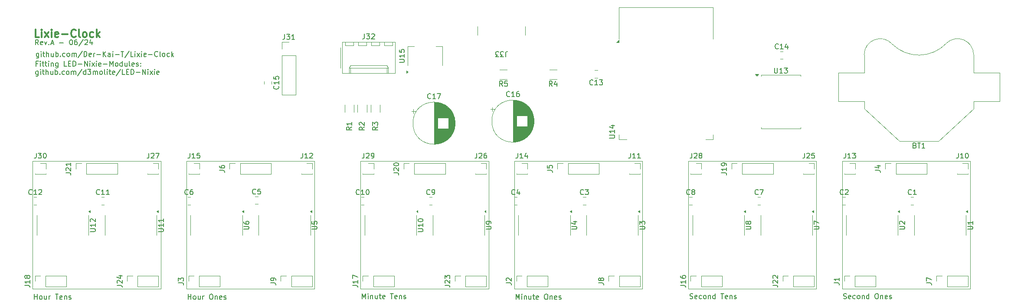
<source format=gbr>
%TF.GenerationSoftware,KiCad,Pcbnew,8.0.3*%
%TF.CreationDate,2024-07-13T20:38:16+02:00*%
%TF.ProjectId,Steuerplatine,53746575-6572-4706-9c61-74696e652e6b,rev?*%
%TF.SameCoordinates,Original*%
%TF.FileFunction,Legend,Top*%
%TF.FilePolarity,Positive*%
%FSLAX46Y46*%
G04 Gerber Fmt 4.6, Leading zero omitted, Abs format (unit mm)*
G04 Created by KiCad (PCBNEW 8.0.3) date 2024-07-13 20:38:16*
%MOMM*%
%LPD*%
G01*
G04 APERTURE LIST*
%ADD10C,0.100000*%
%ADD11C,0.150000*%
%ADD12C,0.300000*%
%ADD13C,0.120000*%
G04 APERTURE END LIST*
D10*
X90000000Y-60000000D02*
X115000000Y-60000000D01*
X115000000Y-85000000D01*
X90000000Y-85000000D01*
X90000000Y-60000000D01*
X188000000Y-60000000D02*
X213000000Y-60000000D01*
X213000000Y-85000000D01*
X188000000Y-85000000D01*
X188000000Y-60000000D01*
X60000000Y-60000000D02*
X85000000Y-60000000D01*
X85000000Y-85000000D01*
X60000000Y-85000000D01*
X60000000Y-60000000D01*
X218000000Y-60000000D02*
X243000000Y-60000000D01*
X243000000Y-85000000D01*
X218000000Y-85000000D01*
X218000000Y-60000000D01*
X124000000Y-60000000D02*
X149000000Y-60000000D01*
X149000000Y-85000000D01*
X124000000Y-85000000D01*
X124000000Y-60000000D01*
X154000000Y-60000000D02*
X179000000Y-60000000D01*
X179000000Y-85000000D01*
X154000000Y-85000000D01*
X154000000Y-60000000D01*
D11*
X60336779Y-87039819D02*
X60336779Y-86039819D01*
X60336779Y-86516009D02*
X60908207Y-86516009D01*
X60908207Y-87039819D02*
X60908207Y-86039819D01*
X61527255Y-87039819D02*
X61432017Y-86992200D01*
X61432017Y-86992200D02*
X61384398Y-86944580D01*
X61384398Y-86944580D02*
X61336779Y-86849342D01*
X61336779Y-86849342D02*
X61336779Y-86563628D01*
X61336779Y-86563628D02*
X61384398Y-86468390D01*
X61384398Y-86468390D02*
X61432017Y-86420771D01*
X61432017Y-86420771D02*
X61527255Y-86373152D01*
X61527255Y-86373152D02*
X61670112Y-86373152D01*
X61670112Y-86373152D02*
X61765350Y-86420771D01*
X61765350Y-86420771D02*
X61812969Y-86468390D01*
X61812969Y-86468390D02*
X61860588Y-86563628D01*
X61860588Y-86563628D02*
X61860588Y-86849342D01*
X61860588Y-86849342D02*
X61812969Y-86944580D01*
X61812969Y-86944580D02*
X61765350Y-86992200D01*
X61765350Y-86992200D02*
X61670112Y-87039819D01*
X61670112Y-87039819D02*
X61527255Y-87039819D01*
X62717731Y-86373152D02*
X62717731Y-87039819D01*
X62289160Y-86373152D02*
X62289160Y-86896961D01*
X62289160Y-86896961D02*
X62336779Y-86992200D01*
X62336779Y-86992200D02*
X62432017Y-87039819D01*
X62432017Y-87039819D02*
X62574874Y-87039819D01*
X62574874Y-87039819D02*
X62670112Y-86992200D01*
X62670112Y-86992200D02*
X62717731Y-86944580D01*
X63193922Y-87039819D02*
X63193922Y-86373152D01*
X63193922Y-86563628D02*
X63241541Y-86468390D01*
X63241541Y-86468390D02*
X63289160Y-86420771D01*
X63289160Y-86420771D02*
X63384398Y-86373152D01*
X63384398Y-86373152D02*
X63479636Y-86373152D01*
X64432018Y-86039819D02*
X65003446Y-86039819D01*
X64717732Y-87039819D02*
X64717732Y-86039819D01*
X65717732Y-86992200D02*
X65622494Y-87039819D01*
X65622494Y-87039819D02*
X65432018Y-87039819D01*
X65432018Y-87039819D02*
X65336780Y-86992200D01*
X65336780Y-86992200D02*
X65289161Y-86896961D01*
X65289161Y-86896961D02*
X65289161Y-86516009D01*
X65289161Y-86516009D02*
X65336780Y-86420771D01*
X65336780Y-86420771D02*
X65432018Y-86373152D01*
X65432018Y-86373152D02*
X65622494Y-86373152D01*
X65622494Y-86373152D02*
X65717732Y-86420771D01*
X65717732Y-86420771D02*
X65765351Y-86516009D01*
X65765351Y-86516009D02*
X65765351Y-86611247D01*
X65765351Y-86611247D02*
X65289161Y-86706485D01*
X66193923Y-86373152D02*
X66193923Y-87039819D01*
X66193923Y-86468390D02*
X66241542Y-86420771D01*
X66241542Y-86420771D02*
X66336780Y-86373152D01*
X66336780Y-86373152D02*
X66479637Y-86373152D01*
X66479637Y-86373152D02*
X66574875Y-86420771D01*
X66574875Y-86420771D02*
X66622494Y-86516009D01*
X66622494Y-86516009D02*
X66622494Y-87039819D01*
X67051066Y-86992200D02*
X67146304Y-87039819D01*
X67146304Y-87039819D02*
X67336780Y-87039819D01*
X67336780Y-87039819D02*
X67432018Y-86992200D01*
X67432018Y-86992200D02*
X67479637Y-86896961D01*
X67479637Y-86896961D02*
X67479637Y-86849342D01*
X67479637Y-86849342D02*
X67432018Y-86754104D01*
X67432018Y-86754104D02*
X67336780Y-86706485D01*
X67336780Y-86706485D02*
X67193923Y-86706485D01*
X67193923Y-86706485D02*
X67098685Y-86658866D01*
X67098685Y-86658866D02*
X67051066Y-86563628D01*
X67051066Y-86563628D02*
X67051066Y-86516009D01*
X67051066Y-86516009D02*
X67098685Y-86420771D01*
X67098685Y-86420771D02*
X67193923Y-86373152D01*
X67193923Y-86373152D02*
X67336780Y-86373152D01*
X67336780Y-86373152D02*
X67432018Y-86420771D01*
X61165350Y-38903152D02*
X61165350Y-39712676D01*
X61165350Y-39712676D02*
X61117731Y-39807914D01*
X61117731Y-39807914D02*
X61070112Y-39855533D01*
X61070112Y-39855533D02*
X60974874Y-39903152D01*
X60974874Y-39903152D02*
X60832017Y-39903152D01*
X60832017Y-39903152D02*
X60736779Y-39855533D01*
X61165350Y-39522200D02*
X61070112Y-39569819D01*
X61070112Y-39569819D02*
X60879636Y-39569819D01*
X60879636Y-39569819D02*
X60784398Y-39522200D01*
X60784398Y-39522200D02*
X60736779Y-39474580D01*
X60736779Y-39474580D02*
X60689160Y-39379342D01*
X60689160Y-39379342D02*
X60689160Y-39093628D01*
X60689160Y-39093628D02*
X60736779Y-38998390D01*
X60736779Y-38998390D02*
X60784398Y-38950771D01*
X60784398Y-38950771D02*
X60879636Y-38903152D01*
X60879636Y-38903152D02*
X61070112Y-38903152D01*
X61070112Y-38903152D02*
X61165350Y-38950771D01*
X61641541Y-39569819D02*
X61641541Y-38903152D01*
X61641541Y-38569819D02*
X61593922Y-38617438D01*
X61593922Y-38617438D02*
X61641541Y-38665057D01*
X61641541Y-38665057D02*
X61689160Y-38617438D01*
X61689160Y-38617438D02*
X61641541Y-38569819D01*
X61641541Y-38569819D02*
X61641541Y-38665057D01*
X61974874Y-38903152D02*
X62355826Y-38903152D01*
X62117731Y-38569819D02*
X62117731Y-39426961D01*
X62117731Y-39426961D02*
X62165350Y-39522200D01*
X62165350Y-39522200D02*
X62260588Y-39569819D01*
X62260588Y-39569819D02*
X62355826Y-39569819D01*
X62689160Y-39569819D02*
X62689160Y-38569819D01*
X63117731Y-39569819D02*
X63117731Y-39046009D01*
X63117731Y-39046009D02*
X63070112Y-38950771D01*
X63070112Y-38950771D02*
X62974874Y-38903152D01*
X62974874Y-38903152D02*
X62832017Y-38903152D01*
X62832017Y-38903152D02*
X62736779Y-38950771D01*
X62736779Y-38950771D02*
X62689160Y-38998390D01*
X64022493Y-38903152D02*
X64022493Y-39569819D01*
X63593922Y-38903152D02*
X63593922Y-39426961D01*
X63593922Y-39426961D02*
X63641541Y-39522200D01*
X63641541Y-39522200D02*
X63736779Y-39569819D01*
X63736779Y-39569819D02*
X63879636Y-39569819D01*
X63879636Y-39569819D02*
X63974874Y-39522200D01*
X63974874Y-39522200D02*
X64022493Y-39474580D01*
X64498684Y-39569819D02*
X64498684Y-38569819D01*
X64498684Y-38950771D02*
X64593922Y-38903152D01*
X64593922Y-38903152D02*
X64784398Y-38903152D01*
X64784398Y-38903152D02*
X64879636Y-38950771D01*
X64879636Y-38950771D02*
X64927255Y-38998390D01*
X64927255Y-38998390D02*
X64974874Y-39093628D01*
X64974874Y-39093628D02*
X64974874Y-39379342D01*
X64974874Y-39379342D02*
X64927255Y-39474580D01*
X64927255Y-39474580D02*
X64879636Y-39522200D01*
X64879636Y-39522200D02*
X64784398Y-39569819D01*
X64784398Y-39569819D02*
X64593922Y-39569819D01*
X64593922Y-39569819D02*
X64498684Y-39522200D01*
X65403446Y-39474580D02*
X65451065Y-39522200D01*
X65451065Y-39522200D02*
X65403446Y-39569819D01*
X65403446Y-39569819D02*
X65355827Y-39522200D01*
X65355827Y-39522200D02*
X65403446Y-39474580D01*
X65403446Y-39474580D02*
X65403446Y-39569819D01*
X66308207Y-39522200D02*
X66212969Y-39569819D01*
X66212969Y-39569819D02*
X66022493Y-39569819D01*
X66022493Y-39569819D02*
X65927255Y-39522200D01*
X65927255Y-39522200D02*
X65879636Y-39474580D01*
X65879636Y-39474580D02*
X65832017Y-39379342D01*
X65832017Y-39379342D02*
X65832017Y-39093628D01*
X65832017Y-39093628D02*
X65879636Y-38998390D01*
X65879636Y-38998390D02*
X65927255Y-38950771D01*
X65927255Y-38950771D02*
X66022493Y-38903152D01*
X66022493Y-38903152D02*
X66212969Y-38903152D01*
X66212969Y-38903152D02*
X66308207Y-38950771D01*
X66879636Y-39569819D02*
X66784398Y-39522200D01*
X66784398Y-39522200D02*
X66736779Y-39474580D01*
X66736779Y-39474580D02*
X66689160Y-39379342D01*
X66689160Y-39379342D02*
X66689160Y-39093628D01*
X66689160Y-39093628D02*
X66736779Y-38998390D01*
X66736779Y-38998390D02*
X66784398Y-38950771D01*
X66784398Y-38950771D02*
X66879636Y-38903152D01*
X66879636Y-38903152D02*
X67022493Y-38903152D01*
X67022493Y-38903152D02*
X67117731Y-38950771D01*
X67117731Y-38950771D02*
X67165350Y-38998390D01*
X67165350Y-38998390D02*
X67212969Y-39093628D01*
X67212969Y-39093628D02*
X67212969Y-39379342D01*
X67212969Y-39379342D02*
X67165350Y-39474580D01*
X67165350Y-39474580D02*
X67117731Y-39522200D01*
X67117731Y-39522200D02*
X67022493Y-39569819D01*
X67022493Y-39569819D02*
X66879636Y-39569819D01*
X67641541Y-39569819D02*
X67641541Y-38903152D01*
X67641541Y-38998390D02*
X67689160Y-38950771D01*
X67689160Y-38950771D02*
X67784398Y-38903152D01*
X67784398Y-38903152D02*
X67927255Y-38903152D01*
X67927255Y-38903152D02*
X68022493Y-38950771D01*
X68022493Y-38950771D02*
X68070112Y-39046009D01*
X68070112Y-39046009D02*
X68070112Y-39569819D01*
X68070112Y-39046009D02*
X68117731Y-38950771D01*
X68117731Y-38950771D02*
X68212969Y-38903152D01*
X68212969Y-38903152D02*
X68355826Y-38903152D01*
X68355826Y-38903152D02*
X68451065Y-38950771D01*
X68451065Y-38950771D02*
X68498684Y-39046009D01*
X68498684Y-39046009D02*
X68498684Y-39569819D01*
X69689159Y-38522200D02*
X68832017Y-39807914D01*
X70022493Y-39569819D02*
X70022493Y-38569819D01*
X70022493Y-38569819D02*
X70260588Y-38569819D01*
X70260588Y-38569819D02*
X70403445Y-38617438D01*
X70403445Y-38617438D02*
X70498683Y-38712676D01*
X70498683Y-38712676D02*
X70546302Y-38807914D01*
X70546302Y-38807914D02*
X70593921Y-38998390D01*
X70593921Y-38998390D02*
X70593921Y-39141247D01*
X70593921Y-39141247D02*
X70546302Y-39331723D01*
X70546302Y-39331723D02*
X70498683Y-39426961D01*
X70498683Y-39426961D02*
X70403445Y-39522200D01*
X70403445Y-39522200D02*
X70260588Y-39569819D01*
X70260588Y-39569819D02*
X70022493Y-39569819D01*
X71403445Y-39522200D02*
X71308207Y-39569819D01*
X71308207Y-39569819D02*
X71117731Y-39569819D01*
X71117731Y-39569819D02*
X71022493Y-39522200D01*
X71022493Y-39522200D02*
X70974874Y-39426961D01*
X70974874Y-39426961D02*
X70974874Y-39046009D01*
X70974874Y-39046009D02*
X71022493Y-38950771D01*
X71022493Y-38950771D02*
X71117731Y-38903152D01*
X71117731Y-38903152D02*
X71308207Y-38903152D01*
X71308207Y-38903152D02*
X71403445Y-38950771D01*
X71403445Y-38950771D02*
X71451064Y-39046009D01*
X71451064Y-39046009D02*
X71451064Y-39141247D01*
X71451064Y-39141247D02*
X70974874Y-39236485D01*
X71879636Y-39569819D02*
X71879636Y-38903152D01*
X71879636Y-39093628D02*
X71927255Y-38998390D01*
X71927255Y-38998390D02*
X71974874Y-38950771D01*
X71974874Y-38950771D02*
X72070112Y-38903152D01*
X72070112Y-38903152D02*
X72165350Y-38903152D01*
X72498684Y-39188866D02*
X73260589Y-39188866D01*
X73736779Y-39569819D02*
X73736779Y-38569819D01*
X74308207Y-39569819D02*
X73879636Y-38998390D01*
X74308207Y-38569819D02*
X73736779Y-39141247D01*
X75165350Y-39569819D02*
X75165350Y-39046009D01*
X75165350Y-39046009D02*
X75117731Y-38950771D01*
X75117731Y-38950771D02*
X75022493Y-38903152D01*
X75022493Y-38903152D02*
X74832017Y-38903152D01*
X74832017Y-38903152D02*
X74736779Y-38950771D01*
X75165350Y-39522200D02*
X75070112Y-39569819D01*
X75070112Y-39569819D02*
X74832017Y-39569819D01*
X74832017Y-39569819D02*
X74736779Y-39522200D01*
X74736779Y-39522200D02*
X74689160Y-39426961D01*
X74689160Y-39426961D02*
X74689160Y-39331723D01*
X74689160Y-39331723D02*
X74736779Y-39236485D01*
X74736779Y-39236485D02*
X74832017Y-39188866D01*
X74832017Y-39188866D02*
X75070112Y-39188866D01*
X75070112Y-39188866D02*
X75165350Y-39141247D01*
X75641541Y-39569819D02*
X75641541Y-38903152D01*
X75641541Y-38569819D02*
X75593922Y-38617438D01*
X75593922Y-38617438D02*
X75641541Y-38665057D01*
X75641541Y-38665057D02*
X75689160Y-38617438D01*
X75689160Y-38617438D02*
X75641541Y-38569819D01*
X75641541Y-38569819D02*
X75641541Y-38665057D01*
X76117731Y-39188866D02*
X76879636Y-39188866D01*
X77212969Y-38569819D02*
X77784397Y-38569819D01*
X77498683Y-39569819D02*
X77498683Y-38569819D01*
X78832016Y-38522200D02*
X77974874Y-39807914D01*
X79641540Y-39569819D02*
X79165350Y-39569819D01*
X79165350Y-39569819D02*
X79165350Y-38569819D01*
X79974874Y-39569819D02*
X79974874Y-38903152D01*
X79974874Y-38569819D02*
X79927255Y-38617438D01*
X79927255Y-38617438D02*
X79974874Y-38665057D01*
X79974874Y-38665057D02*
X80022493Y-38617438D01*
X80022493Y-38617438D02*
X79974874Y-38569819D01*
X79974874Y-38569819D02*
X79974874Y-38665057D01*
X80355826Y-39569819D02*
X80879635Y-38903152D01*
X80355826Y-38903152D02*
X80879635Y-39569819D01*
X81260588Y-39569819D02*
X81260588Y-38903152D01*
X81260588Y-38569819D02*
X81212969Y-38617438D01*
X81212969Y-38617438D02*
X81260588Y-38665057D01*
X81260588Y-38665057D02*
X81308207Y-38617438D01*
X81308207Y-38617438D02*
X81260588Y-38569819D01*
X81260588Y-38569819D02*
X81260588Y-38665057D01*
X82117730Y-39522200D02*
X82022492Y-39569819D01*
X82022492Y-39569819D02*
X81832016Y-39569819D01*
X81832016Y-39569819D02*
X81736778Y-39522200D01*
X81736778Y-39522200D02*
X81689159Y-39426961D01*
X81689159Y-39426961D02*
X81689159Y-39046009D01*
X81689159Y-39046009D02*
X81736778Y-38950771D01*
X81736778Y-38950771D02*
X81832016Y-38903152D01*
X81832016Y-38903152D02*
X82022492Y-38903152D01*
X82022492Y-38903152D02*
X82117730Y-38950771D01*
X82117730Y-38950771D02*
X82165349Y-39046009D01*
X82165349Y-39046009D02*
X82165349Y-39141247D01*
X82165349Y-39141247D02*
X81689159Y-39236485D01*
X82593921Y-39188866D02*
X83355826Y-39188866D01*
X84403444Y-39474580D02*
X84355825Y-39522200D01*
X84355825Y-39522200D02*
X84212968Y-39569819D01*
X84212968Y-39569819D02*
X84117730Y-39569819D01*
X84117730Y-39569819D02*
X83974873Y-39522200D01*
X83974873Y-39522200D02*
X83879635Y-39426961D01*
X83879635Y-39426961D02*
X83832016Y-39331723D01*
X83832016Y-39331723D02*
X83784397Y-39141247D01*
X83784397Y-39141247D02*
X83784397Y-38998390D01*
X83784397Y-38998390D02*
X83832016Y-38807914D01*
X83832016Y-38807914D02*
X83879635Y-38712676D01*
X83879635Y-38712676D02*
X83974873Y-38617438D01*
X83974873Y-38617438D02*
X84117730Y-38569819D01*
X84117730Y-38569819D02*
X84212968Y-38569819D01*
X84212968Y-38569819D02*
X84355825Y-38617438D01*
X84355825Y-38617438D02*
X84403444Y-38665057D01*
X84974873Y-39569819D02*
X84879635Y-39522200D01*
X84879635Y-39522200D02*
X84832016Y-39426961D01*
X84832016Y-39426961D02*
X84832016Y-38569819D01*
X85498683Y-39569819D02*
X85403445Y-39522200D01*
X85403445Y-39522200D02*
X85355826Y-39474580D01*
X85355826Y-39474580D02*
X85308207Y-39379342D01*
X85308207Y-39379342D02*
X85308207Y-39093628D01*
X85308207Y-39093628D02*
X85355826Y-38998390D01*
X85355826Y-38998390D02*
X85403445Y-38950771D01*
X85403445Y-38950771D02*
X85498683Y-38903152D01*
X85498683Y-38903152D02*
X85641540Y-38903152D01*
X85641540Y-38903152D02*
X85736778Y-38950771D01*
X85736778Y-38950771D02*
X85784397Y-38998390D01*
X85784397Y-38998390D02*
X85832016Y-39093628D01*
X85832016Y-39093628D02*
X85832016Y-39379342D01*
X85832016Y-39379342D02*
X85784397Y-39474580D01*
X85784397Y-39474580D02*
X85736778Y-39522200D01*
X85736778Y-39522200D02*
X85641540Y-39569819D01*
X85641540Y-39569819D02*
X85498683Y-39569819D01*
X86689159Y-39522200D02*
X86593921Y-39569819D01*
X86593921Y-39569819D02*
X86403445Y-39569819D01*
X86403445Y-39569819D02*
X86308207Y-39522200D01*
X86308207Y-39522200D02*
X86260588Y-39474580D01*
X86260588Y-39474580D02*
X86212969Y-39379342D01*
X86212969Y-39379342D02*
X86212969Y-39093628D01*
X86212969Y-39093628D02*
X86260588Y-38998390D01*
X86260588Y-38998390D02*
X86308207Y-38950771D01*
X86308207Y-38950771D02*
X86403445Y-38903152D01*
X86403445Y-38903152D02*
X86593921Y-38903152D01*
X86593921Y-38903152D02*
X86689159Y-38950771D01*
X87117731Y-39569819D02*
X87117731Y-38569819D01*
X87212969Y-39188866D02*
X87498683Y-39569819D01*
X87498683Y-38903152D02*
X87117731Y-39284104D01*
X124336779Y-86939819D02*
X124336779Y-85939819D01*
X124336779Y-85939819D02*
X124670112Y-86654104D01*
X124670112Y-86654104D02*
X125003445Y-85939819D01*
X125003445Y-85939819D02*
X125003445Y-86939819D01*
X125479636Y-86939819D02*
X125479636Y-86273152D01*
X125479636Y-85939819D02*
X125432017Y-85987438D01*
X125432017Y-85987438D02*
X125479636Y-86035057D01*
X125479636Y-86035057D02*
X125527255Y-85987438D01*
X125527255Y-85987438D02*
X125479636Y-85939819D01*
X125479636Y-85939819D02*
X125479636Y-86035057D01*
X125955826Y-86273152D02*
X125955826Y-86939819D01*
X125955826Y-86368390D02*
X126003445Y-86320771D01*
X126003445Y-86320771D02*
X126098683Y-86273152D01*
X126098683Y-86273152D02*
X126241540Y-86273152D01*
X126241540Y-86273152D02*
X126336778Y-86320771D01*
X126336778Y-86320771D02*
X126384397Y-86416009D01*
X126384397Y-86416009D02*
X126384397Y-86939819D01*
X127289159Y-86273152D02*
X127289159Y-86939819D01*
X126860588Y-86273152D02*
X126860588Y-86796961D01*
X126860588Y-86796961D02*
X126908207Y-86892200D01*
X126908207Y-86892200D02*
X127003445Y-86939819D01*
X127003445Y-86939819D02*
X127146302Y-86939819D01*
X127146302Y-86939819D02*
X127241540Y-86892200D01*
X127241540Y-86892200D02*
X127289159Y-86844580D01*
X127622493Y-86273152D02*
X128003445Y-86273152D01*
X127765350Y-85939819D02*
X127765350Y-86796961D01*
X127765350Y-86796961D02*
X127812969Y-86892200D01*
X127812969Y-86892200D02*
X127908207Y-86939819D01*
X127908207Y-86939819D02*
X128003445Y-86939819D01*
X128717731Y-86892200D02*
X128622493Y-86939819D01*
X128622493Y-86939819D02*
X128432017Y-86939819D01*
X128432017Y-86939819D02*
X128336779Y-86892200D01*
X128336779Y-86892200D02*
X128289160Y-86796961D01*
X128289160Y-86796961D02*
X128289160Y-86416009D01*
X128289160Y-86416009D02*
X128336779Y-86320771D01*
X128336779Y-86320771D02*
X128432017Y-86273152D01*
X128432017Y-86273152D02*
X128622493Y-86273152D01*
X128622493Y-86273152D02*
X128717731Y-86320771D01*
X128717731Y-86320771D02*
X128765350Y-86416009D01*
X128765350Y-86416009D02*
X128765350Y-86511247D01*
X128765350Y-86511247D02*
X128289160Y-86606485D01*
X129812970Y-85939819D02*
X130384398Y-85939819D01*
X130098684Y-86939819D02*
X130098684Y-85939819D01*
X131098684Y-86892200D02*
X131003446Y-86939819D01*
X131003446Y-86939819D02*
X130812970Y-86939819D01*
X130812970Y-86939819D02*
X130717732Y-86892200D01*
X130717732Y-86892200D02*
X130670113Y-86796961D01*
X130670113Y-86796961D02*
X130670113Y-86416009D01*
X130670113Y-86416009D02*
X130717732Y-86320771D01*
X130717732Y-86320771D02*
X130812970Y-86273152D01*
X130812970Y-86273152D02*
X131003446Y-86273152D01*
X131003446Y-86273152D02*
X131098684Y-86320771D01*
X131098684Y-86320771D02*
X131146303Y-86416009D01*
X131146303Y-86416009D02*
X131146303Y-86511247D01*
X131146303Y-86511247D02*
X130670113Y-86606485D01*
X131574875Y-86273152D02*
X131574875Y-86939819D01*
X131574875Y-86368390D02*
X131622494Y-86320771D01*
X131622494Y-86320771D02*
X131717732Y-86273152D01*
X131717732Y-86273152D02*
X131860589Y-86273152D01*
X131860589Y-86273152D02*
X131955827Y-86320771D01*
X131955827Y-86320771D02*
X132003446Y-86416009D01*
X132003446Y-86416009D02*
X132003446Y-86939819D01*
X132432018Y-86892200D02*
X132527256Y-86939819D01*
X132527256Y-86939819D02*
X132717732Y-86939819D01*
X132717732Y-86939819D02*
X132812970Y-86892200D01*
X132812970Y-86892200D02*
X132860589Y-86796961D01*
X132860589Y-86796961D02*
X132860589Y-86749342D01*
X132860589Y-86749342D02*
X132812970Y-86654104D01*
X132812970Y-86654104D02*
X132717732Y-86606485D01*
X132717732Y-86606485D02*
X132574875Y-86606485D01*
X132574875Y-86606485D02*
X132479637Y-86558866D01*
X132479637Y-86558866D02*
X132432018Y-86463628D01*
X132432018Y-86463628D02*
X132432018Y-86416009D01*
X132432018Y-86416009D02*
X132479637Y-86320771D01*
X132479637Y-86320771D02*
X132574875Y-86273152D01*
X132574875Y-86273152D02*
X132717732Y-86273152D01*
X132717732Y-86273152D02*
X132812970Y-86320771D01*
X218289160Y-86892200D02*
X218432017Y-86939819D01*
X218432017Y-86939819D02*
X218670112Y-86939819D01*
X218670112Y-86939819D02*
X218765350Y-86892200D01*
X218765350Y-86892200D02*
X218812969Y-86844580D01*
X218812969Y-86844580D02*
X218860588Y-86749342D01*
X218860588Y-86749342D02*
X218860588Y-86654104D01*
X218860588Y-86654104D02*
X218812969Y-86558866D01*
X218812969Y-86558866D02*
X218765350Y-86511247D01*
X218765350Y-86511247D02*
X218670112Y-86463628D01*
X218670112Y-86463628D02*
X218479636Y-86416009D01*
X218479636Y-86416009D02*
X218384398Y-86368390D01*
X218384398Y-86368390D02*
X218336779Y-86320771D01*
X218336779Y-86320771D02*
X218289160Y-86225533D01*
X218289160Y-86225533D02*
X218289160Y-86130295D01*
X218289160Y-86130295D02*
X218336779Y-86035057D01*
X218336779Y-86035057D02*
X218384398Y-85987438D01*
X218384398Y-85987438D02*
X218479636Y-85939819D01*
X218479636Y-85939819D02*
X218717731Y-85939819D01*
X218717731Y-85939819D02*
X218860588Y-85987438D01*
X219670112Y-86892200D02*
X219574874Y-86939819D01*
X219574874Y-86939819D02*
X219384398Y-86939819D01*
X219384398Y-86939819D02*
X219289160Y-86892200D01*
X219289160Y-86892200D02*
X219241541Y-86796961D01*
X219241541Y-86796961D02*
X219241541Y-86416009D01*
X219241541Y-86416009D02*
X219289160Y-86320771D01*
X219289160Y-86320771D02*
X219384398Y-86273152D01*
X219384398Y-86273152D02*
X219574874Y-86273152D01*
X219574874Y-86273152D02*
X219670112Y-86320771D01*
X219670112Y-86320771D02*
X219717731Y-86416009D01*
X219717731Y-86416009D02*
X219717731Y-86511247D01*
X219717731Y-86511247D02*
X219241541Y-86606485D01*
X220574874Y-86892200D02*
X220479636Y-86939819D01*
X220479636Y-86939819D02*
X220289160Y-86939819D01*
X220289160Y-86939819D02*
X220193922Y-86892200D01*
X220193922Y-86892200D02*
X220146303Y-86844580D01*
X220146303Y-86844580D02*
X220098684Y-86749342D01*
X220098684Y-86749342D02*
X220098684Y-86463628D01*
X220098684Y-86463628D02*
X220146303Y-86368390D01*
X220146303Y-86368390D02*
X220193922Y-86320771D01*
X220193922Y-86320771D02*
X220289160Y-86273152D01*
X220289160Y-86273152D02*
X220479636Y-86273152D01*
X220479636Y-86273152D02*
X220574874Y-86320771D01*
X221146303Y-86939819D02*
X221051065Y-86892200D01*
X221051065Y-86892200D02*
X221003446Y-86844580D01*
X221003446Y-86844580D02*
X220955827Y-86749342D01*
X220955827Y-86749342D02*
X220955827Y-86463628D01*
X220955827Y-86463628D02*
X221003446Y-86368390D01*
X221003446Y-86368390D02*
X221051065Y-86320771D01*
X221051065Y-86320771D02*
X221146303Y-86273152D01*
X221146303Y-86273152D02*
X221289160Y-86273152D01*
X221289160Y-86273152D02*
X221384398Y-86320771D01*
X221384398Y-86320771D02*
X221432017Y-86368390D01*
X221432017Y-86368390D02*
X221479636Y-86463628D01*
X221479636Y-86463628D02*
X221479636Y-86749342D01*
X221479636Y-86749342D02*
X221432017Y-86844580D01*
X221432017Y-86844580D02*
X221384398Y-86892200D01*
X221384398Y-86892200D02*
X221289160Y-86939819D01*
X221289160Y-86939819D02*
X221146303Y-86939819D01*
X221908208Y-86273152D02*
X221908208Y-86939819D01*
X221908208Y-86368390D02*
X221955827Y-86320771D01*
X221955827Y-86320771D02*
X222051065Y-86273152D01*
X222051065Y-86273152D02*
X222193922Y-86273152D01*
X222193922Y-86273152D02*
X222289160Y-86320771D01*
X222289160Y-86320771D02*
X222336779Y-86416009D01*
X222336779Y-86416009D02*
X222336779Y-86939819D01*
X223241541Y-86939819D02*
X223241541Y-85939819D01*
X223241541Y-86892200D02*
X223146303Y-86939819D01*
X223146303Y-86939819D02*
X222955827Y-86939819D01*
X222955827Y-86939819D02*
X222860589Y-86892200D01*
X222860589Y-86892200D02*
X222812970Y-86844580D01*
X222812970Y-86844580D02*
X222765351Y-86749342D01*
X222765351Y-86749342D02*
X222765351Y-86463628D01*
X222765351Y-86463628D02*
X222812970Y-86368390D01*
X222812970Y-86368390D02*
X222860589Y-86320771D01*
X222860589Y-86320771D02*
X222955827Y-86273152D01*
X222955827Y-86273152D02*
X223146303Y-86273152D01*
X223146303Y-86273152D02*
X223241541Y-86320771D01*
X224670113Y-85939819D02*
X224860589Y-85939819D01*
X224860589Y-85939819D02*
X224955827Y-85987438D01*
X224955827Y-85987438D02*
X225051065Y-86082676D01*
X225051065Y-86082676D02*
X225098684Y-86273152D01*
X225098684Y-86273152D02*
X225098684Y-86606485D01*
X225098684Y-86606485D02*
X225051065Y-86796961D01*
X225051065Y-86796961D02*
X224955827Y-86892200D01*
X224955827Y-86892200D02*
X224860589Y-86939819D01*
X224860589Y-86939819D02*
X224670113Y-86939819D01*
X224670113Y-86939819D02*
X224574875Y-86892200D01*
X224574875Y-86892200D02*
X224479637Y-86796961D01*
X224479637Y-86796961D02*
X224432018Y-86606485D01*
X224432018Y-86606485D02*
X224432018Y-86273152D01*
X224432018Y-86273152D02*
X224479637Y-86082676D01*
X224479637Y-86082676D02*
X224574875Y-85987438D01*
X224574875Y-85987438D02*
X224670113Y-85939819D01*
X225527256Y-86273152D02*
X225527256Y-86939819D01*
X225527256Y-86368390D02*
X225574875Y-86320771D01*
X225574875Y-86320771D02*
X225670113Y-86273152D01*
X225670113Y-86273152D02*
X225812970Y-86273152D01*
X225812970Y-86273152D02*
X225908208Y-86320771D01*
X225908208Y-86320771D02*
X225955827Y-86416009D01*
X225955827Y-86416009D02*
X225955827Y-86939819D01*
X226812970Y-86892200D02*
X226717732Y-86939819D01*
X226717732Y-86939819D02*
X226527256Y-86939819D01*
X226527256Y-86939819D02*
X226432018Y-86892200D01*
X226432018Y-86892200D02*
X226384399Y-86796961D01*
X226384399Y-86796961D02*
X226384399Y-86416009D01*
X226384399Y-86416009D02*
X226432018Y-86320771D01*
X226432018Y-86320771D02*
X226527256Y-86273152D01*
X226527256Y-86273152D02*
X226717732Y-86273152D01*
X226717732Y-86273152D02*
X226812970Y-86320771D01*
X226812970Y-86320771D02*
X226860589Y-86416009D01*
X226860589Y-86416009D02*
X226860589Y-86511247D01*
X226860589Y-86511247D02*
X226384399Y-86606485D01*
X227241542Y-86892200D02*
X227336780Y-86939819D01*
X227336780Y-86939819D02*
X227527256Y-86939819D01*
X227527256Y-86939819D02*
X227622494Y-86892200D01*
X227622494Y-86892200D02*
X227670113Y-86796961D01*
X227670113Y-86796961D02*
X227670113Y-86749342D01*
X227670113Y-86749342D02*
X227622494Y-86654104D01*
X227622494Y-86654104D02*
X227527256Y-86606485D01*
X227527256Y-86606485D02*
X227384399Y-86606485D01*
X227384399Y-86606485D02*
X227289161Y-86558866D01*
X227289161Y-86558866D02*
X227241542Y-86463628D01*
X227241542Y-86463628D02*
X227241542Y-86416009D01*
X227241542Y-86416009D02*
X227289161Y-86320771D01*
X227289161Y-86320771D02*
X227384399Y-86273152D01*
X227384399Y-86273152D02*
X227527256Y-86273152D01*
X227527256Y-86273152D02*
X227622494Y-86320771D01*
X61108207Y-37269819D02*
X60774874Y-36793628D01*
X60536779Y-37269819D02*
X60536779Y-36269819D01*
X60536779Y-36269819D02*
X60917731Y-36269819D01*
X60917731Y-36269819D02*
X61012969Y-36317438D01*
X61012969Y-36317438D02*
X61060588Y-36365057D01*
X61060588Y-36365057D02*
X61108207Y-36460295D01*
X61108207Y-36460295D02*
X61108207Y-36603152D01*
X61108207Y-36603152D02*
X61060588Y-36698390D01*
X61060588Y-36698390D02*
X61012969Y-36746009D01*
X61012969Y-36746009D02*
X60917731Y-36793628D01*
X60917731Y-36793628D02*
X60536779Y-36793628D01*
X61917731Y-37222200D02*
X61822493Y-37269819D01*
X61822493Y-37269819D02*
X61632017Y-37269819D01*
X61632017Y-37269819D02*
X61536779Y-37222200D01*
X61536779Y-37222200D02*
X61489160Y-37126961D01*
X61489160Y-37126961D02*
X61489160Y-36746009D01*
X61489160Y-36746009D02*
X61536779Y-36650771D01*
X61536779Y-36650771D02*
X61632017Y-36603152D01*
X61632017Y-36603152D02*
X61822493Y-36603152D01*
X61822493Y-36603152D02*
X61917731Y-36650771D01*
X61917731Y-36650771D02*
X61965350Y-36746009D01*
X61965350Y-36746009D02*
X61965350Y-36841247D01*
X61965350Y-36841247D02*
X61489160Y-36936485D01*
X62298684Y-36603152D02*
X62536779Y-37269819D01*
X62536779Y-37269819D02*
X62774874Y-36603152D01*
X63155827Y-37174580D02*
X63203446Y-37222200D01*
X63203446Y-37222200D02*
X63155827Y-37269819D01*
X63155827Y-37269819D02*
X63108208Y-37222200D01*
X63108208Y-37222200D02*
X63155827Y-37174580D01*
X63155827Y-37174580D02*
X63155827Y-37269819D01*
X63584398Y-36984104D02*
X64060588Y-36984104D01*
X63489160Y-37269819D02*
X63822493Y-36269819D01*
X63822493Y-36269819D02*
X64155826Y-37269819D01*
X65251065Y-36888866D02*
X66012970Y-36888866D01*
X67441541Y-36269819D02*
X67536779Y-36269819D01*
X67536779Y-36269819D02*
X67632017Y-36317438D01*
X67632017Y-36317438D02*
X67679636Y-36365057D01*
X67679636Y-36365057D02*
X67727255Y-36460295D01*
X67727255Y-36460295D02*
X67774874Y-36650771D01*
X67774874Y-36650771D02*
X67774874Y-36888866D01*
X67774874Y-36888866D02*
X67727255Y-37079342D01*
X67727255Y-37079342D02*
X67679636Y-37174580D01*
X67679636Y-37174580D02*
X67632017Y-37222200D01*
X67632017Y-37222200D02*
X67536779Y-37269819D01*
X67536779Y-37269819D02*
X67441541Y-37269819D01*
X67441541Y-37269819D02*
X67346303Y-37222200D01*
X67346303Y-37222200D02*
X67298684Y-37174580D01*
X67298684Y-37174580D02*
X67251065Y-37079342D01*
X67251065Y-37079342D02*
X67203446Y-36888866D01*
X67203446Y-36888866D02*
X67203446Y-36650771D01*
X67203446Y-36650771D02*
X67251065Y-36460295D01*
X67251065Y-36460295D02*
X67298684Y-36365057D01*
X67298684Y-36365057D02*
X67346303Y-36317438D01*
X67346303Y-36317438D02*
X67441541Y-36269819D01*
X68632017Y-36269819D02*
X68441541Y-36269819D01*
X68441541Y-36269819D02*
X68346303Y-36317438D01*
X68346303Y-36317438D02*
X68298684Y-36365057D01*
X68298684Y-36365057D02*
X68203446Y-36507914D01*
X68203446Y-36507914D02*
X68155827Y-36698390D01*
X68155827Y-36698390D02*
X68155827Y-37079342D01*
X68155827Y-37079342D02*
X68203446Y-37174580D01*
X68203446Y-37174580D02*
X68251065Y-37222200D01*
X68251065Y-37222200D02*
X68346303Y-37269819D01*
X68346303Y-37269819D02*
X68536779Y-37269819D01*
X68536779Y-37269819D02*
X68632017Y-37222200D01*
X68632017Y-37222200D02*
X68679636Y-37174580D01*
X68679636Y-37174580D02*
X68727255Y-37079342D01*
X68727255Y-37079342D02*
X68727255Y-36841247D01*
X68727255Y-36841247D02*
X68679636Y-36746009D01*
X68679636Y-36746009D02*
X68632017Y-36698390D01*
X68632017Y-36698390D02*
X68536779Y-36650771D01*
X68536779Y-36650771D02*
X68346303Y-36650771D01*
X68346303Y-36650771D02*
X68251065Y-36698390D01*
X68251065Y-36698390D02*
X68203446Y-36746009D01*
X68203446Y-36746009D02*
X68155827Y-36841247D01*
X69870112Y-36222200D02*
X69012970Y-37507914D01*
X70155827Y-36365057D02*
X70203446Y-36317438D01*
X70203446Y-36317438D02*
X70298684Y-36269819D01*
X70298684Y-36269819D02*
X70536779Y-36269819D01*
X70536779Y-36269819D02*
X70632017Y-36317438D01*
X70632017Y-36317438D02*
X70679636Y-36365057D01*
X70679636Y-36365057D02*
X70727255Y-36460295D01*
X70727255Y-36460295D02*
X70727255Y-36555533D01*
X70727255Y-36555533D02*
X70679636Y-36698390D01*
X70679636Y-36698390D02*
X70108208Y-37269819D01*
X70108208Y-37269819D02*
X70727255Y-37269819D01*
X71584398Y-36603152D02*
X71584398Y-37269819D01*
X71346303Y-36222200D02*
X71108208Y-36936485D01*
X71108208Y-36936485D02*
X71727255Y-36936485D01*
X154336779Y-87039819D02*
X154336779Y-86039819D01*
X154336779Y-86039819D02*
X154670112Y-86754104D01*
X154670112Y-86754104D02*
X155003445Y-86039819D01*
X155003445Y-86039819D02*
X155003445Y-87039819D01*
X155479636Y-87039819D02*
X155479636Y-86373152D01*
X155479636Y-86039819D02*
X155432017Y-86087438D01*
X155432017Y-86087438D02*
X155479636Y-86135057D01*
X155479636Y-86135057D02*
X155527255Y-86087438D01*
X155527255Y-86087438D02*
X155479636Y-86039819D01*
X155479636Y-86039819D02*
X155479636Y-86135057D01*
X155955826Y-86373152D02*
X155955826Y-87039819D01*
X155955826Y-86468390D02*
X156003445Y-86420771D01*
X156003445Y-86420771D02*
X156098683Y-86373152D01*
X156098683Y-86373152D02*
X156241540Y-86373152D01*
X156241540Y-86373152D02*
X156336778Y-86420771D01*
X156336778Y-86420771D02*
X156384397Y-86516009D01*
X156384397Y-86516009D02*
X156384397Y-87039819D01*
X157289159Y-86373152D02*
X157289159Y-87039819D01*
X156860588Y-86373152D02*
X156860588Y-86896961D01*
X156860588Y-86896961D02*
X156908207Y-86992200D01*
X156908207Y-86992200D02*
X157003445Y-87039819D01*
X157003445Y-87039819D02*
X157146302Y-87039819D01*
X157146302Y-87039819D02*
X157241540Y-86992200D01*
X157241540Y-86992200D02*
X157289159Y-86944580D01*
X157622493Y-86373152D02*
X158003445Y-86373152D01*
X157765350Y-86039819D02*
X157765350Y-86896961D01*
X157765350Y-86896961D02*
X157812969Y-86992200D01*
X157812969Y-86992200D02*
X157908207Y-87039819D01*
X157908207Y-87039819D02*
X158003445Y-87039819D01*
X158717731Y-86992200D02*
X158622493Y-87039819D01*
X158622493Y-87039819D02*
X158432017Y-87039819D01*
X158432017Y-87039819D02*
X158336779Y-86992200D01*
X158336779Y-86992200D02*
X158289160Y-86896961D01*
X158289160Y-86896961D02*
X158289160Y-86516009D01*
X158289160Y-86516009D02*
X158336779Y-86420771D01*
X158336779Y-86420771D02*
X158432017Y-86373152D01*
X158432017Y-86373152D02*
X158622493Y-86373152D01*
X158622493Y-86373152D02*
X158717731Y-86420771D01*
X158717731Y-86420771D02*
X158765350Y-86516009D01*
X158765350Y-86516009D02*
X158765350Y-86611247D01*
X158765350Y-86611247D02*
X158289160Y-86706485D01*
X160146303Y-86039819D02*
X160336779Y-86039819D01*
X160336779Y-86039819D02*
X160432017Y-86087438D01*
X160432017Y-86087438D02*
X160527255Y-86182676D01*
X160527255Y-86182676D02*
X160574874Y-86373152D01*
X160574874Y-86373152D02*
X160574874Y-86706485D01*
X160574874Y-86706485D02*
X160527255Y-86896961D01*
X160527255Y-86896961D02*
X160432017Y-86992200D01*
X160432017Y-86992200D02*
X160336779Y-87039819D01*
X160336779Y-87039819D02*
X160146303Y-87039819D01*
X160146303Y-87039819D02*
X160051065Y-86992200D01*
X160051065Y-86992200D02*
X159955827Y-86896961D01*
X159955827Y-86896961D02*
X159908208Y-86706485D01*
X159908208Y-86706485D02*
X159908208Y-86373152D01*
X159908208Y-86373152D02*
X159955827Y-86182676D01*
X159955827Y-86182676D02*
X160051065Y-86087438D01*
X160051065Y-86087438D02*
X160146303Y-86039819D01*
X161003446Y-86373152D02*
X161003446Y-87039819D01*
X161003446Y-86468390D02*
X161051065Y-86420771D01*
X161051065Y-86420771D02*
X161146303Y-86373152D01*
X161146303Y-86373152D02*
X161289160Y-86373152D01*
X161289160Y-86373152D02*
X161384398Y-86420771D01*
X161384398Y-86420771D02*
X161432017Y-86516009D01*
X161432017Y-86516009D02*
X161432017Y-87039819D01*
X162289160Y-86992200D02*
X162193922Y-87039819D01*
X162193922Y-87039819D02*
X162003446Y-87039819D01*
X162003446Y-87039819D02*
X161908208Y-86992200D01*
X161908208Y-86992200D02*
X161860589Y-86896961D01*
X161860589Y-86896961D02*
X161860589Y-86516009D01*
X161860589Y-86516009D02*
X161908208Y-86420771D01*
X161908208Y-86420771D02*
X162003446Y-86373152D01*
X162003446Y-86373152D02*
X162193922Y-86373152D01*
X162193922Y-86373152D02*
X162289160Y-86420771D01*
X162289160Y-86420771D02*
X162336779Y-86516009D01*
X162336779Y-86516009D02*
X162336779Y-86611247D01*
X162336779Y-86611247D02*
X161860589Y-86706485D01*
X162717732Y-86992200D02*
X162812970Y-87039819D01*
X162812970Y-87039819D02*
X163003446Y-87039819D01*
X163003446Y-87039819D02*
X163098684Y-86992200D01*
X163098684Y-86992200D02*
X163146303Y-86896961D01*
X163146303Y-86896961D02*
X163146303Y-86849342D01*
X163146303Y-86849342D02*
X163098684Y-86754104D01*
X163098684Y-86754104D02*
X163003446Y-86706485D01*
X163003446Y-86706485D02*
X162860589Y-86706485D01*
X162860589Y-86706485D02*
X162765351Y-86658866D01*
X162765351Y-86658866D02*
X162717732Y-86563628D01*
X162717732Y-86563628D02*
X162717732Y-86516009D01*
X162717732Y-86516009D02*
X162765351Y-86420771D01*
X162765351Y-86420771D02*
X162860589Y-86373152D01*
X162860589Y-86373152D02*
X163003446Y-86373152D01*
X163003446Y-86373152D02*
X163098684Y-86420771D01*
X90336779Y-87039819D02*
X90336779Y-86039819D01*
X90336779Y-86516009D02*
X90908207Y-86516009D01*
X90908207Y-87039819D02*
X90908207Y-86039819D01*
X91527255Y-87039819D02*
X91432017Y-86992200D01*
X91432017Y-86992200D02*
X91384398Y-86944580D01*
X91384398Y-86944580D02*
X91336779Y-86849342D01*
X91336779Y-86849342D02*
X91336779Y-86563628D01*
X91336779Y-86563628D02*
X91384398Y-86468390D01*
X91384398Y-86468390D02*
X91432017Y-86420771D01*
X91432017Y-86420771D02*
X91527255Y-86373152D01*
X91527255Y-86373152D02*
X91670112Y-86373152D01*
X91670112Y-86373152D02*
X91765350Y-86420771D01*
X91765350Y-86420771D02*
X91812969Y-86468390D01*
X91812969Y-86468390D02*
X91860588Y-86563628D01*
X91860588Y-86563628D02*
X91860588Y-86849342D01*
X91860588Y-86849342D02*
X91812969Y-86944580D01*
X91812969Y-86944580D02*
X91765350Y-86992200D01*
X91765350Y-86992200D02*
X91670112Y-87039819D01*
X91670112Y-87039819D02*
X91527255Y-87039819D01*
X92717731Y-86373152D02*
X92717731Y-87039819D01*
X92289160Y-86373152D02*
X92289160Y-86896961D01*
X92289160Y-86896961D02*
X92336779Y-86992200D01*
X92336779Y-86992200D02*
X92432017Y-87039819D01*
X92432017Y-87039819D02*
X92574874Y-87039819D01*
X92574874Y-87039819D02*
X92670112Y-86992200D01*
X92670112Y-86992200D02*
X92717731Y-86944580D01*
X93193922Y-87039819D02*
X93193922Y-86373152D01*
X93193922Y-86563628D02*
X93241541Y-86468390D01*
X93241541Y-86468390D02*
X93289160Y-86420771D01*
X93289160Y-86420771D02*
X93384398Y-86373152D01*
X93384398Y-86373152D02*
X93479636Y-86373152D01*
X94765351Y-86039819D02*
X94955827Y-86039819D01*
X94955827Y-86039819D02*
X95051065Y-86087438D01*
X95051065Y-86087438D02*
X95146303Y-86182676D01*
X95146303Y-86182676D02*
X95193922Y-86373152D01*
X95193922Y-86373152D02*
X95193922Y-86706485D01*
X95193922Y-86706485D02*
X95146303Y-86896961D01*
X95146303Y-86896961D02*
X95051065Y-86992200D01*
X95051065Y-86992200D02*
X94955827Y-87039819D01*
X94955827Y-87039819D02*
X94765351Y-87039819D01*
X94765351Y-87039819D02*
X94670113Y-86992200D01*
X94670113Y-86992200D02*
X94574875Y-86896961D01*
X94574875Y-86896961D02*
X94527256Y-86706485D01*
X94527256Y-86706485D02*
X94527256Y-86373152D01*
X94527256Y-86373152D02*
X94574875Y-86182676D01*
X94574875Y-86182676D02*
X94670113Y-86087438D01*
X94670113Y-86087438D02*
X94765351Y-86039819D01*
X95622494Y-86373152D02*
X95622494Y-87039819D01*
X95622494Y-86468390D02*
X95670113Y-86420771D01*
X95670113Y-86420771D02*
X95765351Y-86373152D01*
X95765351Y-86373152D02*
X95908208Y-86373152D01*
X95908208Y-86373152D02*
X96003446Y-86420771D01*
X96003446Y-86420771D02*
X96051065Y-86516009D01*
X96051065Y-86516009D02*
X96051065Y-87039819D01*
X96908208Y-86992200D02*
X96812970Y-87039819D01*
X96812970Y-87039819D02*
X96622494Y-87039819D01*
X96622494Y-87039819D02*
X96527256Y-86992200D01*
X96527256Y-86992200D02*
X96479637Y-86896961D01*
X96479637Y-86896961D02*
X96479637Y-86516009D01*
X96479637Y-86516009D02*
X96527256Y-86420771D01*
X96527256Y-86420771D02*
X96622494Y-86373152D01*
X96622494Y-86373152D02*
X96812970Y-86373152D01*
X96812970Y-86373152D02*
X96908208Y-86420771D01*
X96908208Y-86420771D02*
X96955827Y-86516009D01*
X96955827Y-86516009D02*
X96955827Y-86611247D01*
X96955827Y-86611247D02*
X96479637Y-86706485D01*
X97336780Y-86992200D02*
X97432018Y-87039819D01*
X97432018Y-87039819D02*
X97622494Y-87039819D01*
X97622494Y-87039819D02*
X97717732Y-86992200D01*
X97717732Y-86992200D02*
X97765351Y-86896961D01*
X97765351Y-86896961D02*
X97765351Y-86849342D01*
X97765351Y-86849342D02*
X97717732Y-86754104D01*
X97717732Y-86754104D02*
X97622494Y-86706485D01*
X97622494Y-86706485D02*
X97479637Y-86706485D01*
X97479637Y-86706485D02*
X97384399Y-86658866D01*
X97384399Y-86658866D02*
X97336780Y-86563628D01*
X97336780Y-86563628D02*
X97336780Y-86516009D01*
X97336780Y-86516009D02*
X97384399Y-86420771D01*
X97384399Y-86420771D02*
X97479637Y-86373152D01*
X97479637Y-86373152D02*
X97622494Y-86373152D01*
X97622494Y-86373152D02*
X97717732Y-86420771D01*
X60970112Y-40936065D02*
X60636779Y-40936065D01*
X60636779Y-41459875D02*
X60636779Y-40459875D01*
X60636779Y-40459875D02*
X61112969Y-40459875D01*
X61493922Y-41459875D02*
X61493922Y-40793208D01*
X61493922Y-40459875D02*
X61446303Y-40507494D01*
X61446303Y-40507494D02*
X61493922Y-40555113D01*
X61493922Y-40555113D02*
X61541541Y-40507494D01*
X61541541Y-40507494D02*
X61493922Y-40459875D01*
X61493922Y-40459875D02*
X61493922Y-40555113D01*
X61827255Y-40793208D02*
X62208207Y-40793208D01*
X61970112Y-40459875D02*
X61970112Y-41317017D01*
X61970112Y-41317017D02*
X62017731Y-41412256D01*
X62017731Y-41412256D02*
X62112969Y-41459875D01*
X62112969Y-41459875D02*
X62208207Y-41459875D01*
X62398684Y-40793208D02*
X62779636Y-40793208D01*
X62541541Y-40459875D02*
X62541541Y-41317017D01*
X62541541Y-41317017D02*
X62589160Y-41412256D01*
X62589160Y-41412256D02*
X62684398Y-41459875D01*
X62684398Y-41459875D02*
X62779636Y-41459875D01*
X63112970Y-41459875D02*
X63112970Y-40793208D01*
X63112970Y-40459875D02*
X63065351Y-40507494D01*
X63065351Y-40507494D02*
X63112970Y-40555113D01*
X63112970Y-40555113D02*
X63160589Y-40507494D01*
X63160589Y-40507494D02*
X63112970Y-40459875D01*
X63112970Y-40459875D02*
X63112970Y-40555113D01*
X63589160Y-40793208D02*
X63589160Y-41459875D01*
X63589160Y-40888446D02*
X63636779Y-40840827D01*
X63636779Y-40840827D02*
X63732017Y-40793208D01*
X63732017Y-40793208D02*
X63874874Y-40793208D01*
X63874874Y-40793208D02*
X63970112Y-40840827D01*
X63970112Y-40840827D02*
X64017731Y-40936065D01*
X64017731Y-40936065D02*
X64017731Y-41459875D01*
X64922493Y-40793208D02*
X64922493Y-41602732D01*
X64922493Y-41602732D02*
X64874874Y-41697970D01*
X64874874Y-41697970D02*
X64827255Y-41745589D01*
X64827255Y-41745589D02*
X64732017Y-41793208D01*
X64732017Y-41793208D02*
X64589160Y-41793208D01*
X64589160Y-41793208D02*
X64493922Y-41745589D01*
X64922493Y-41412256D02*
X64827255Y-41459875D01*
X64827255Y-41459875D02*
X64636779Y-41459875D01*
X64636779Y-41459875D02*
X64541541Y-41412256D01*
X64541541Y-41412256D02*
X64493922Y-41364636D01*
X64493922Y-41364636D02*
X64446303Y-41269398D01*
X64446303Y-41269398D02*
X64446303Y-40983684D01*
X64446303Y-40983684D02*
X64493922Y-40888446D01*
X64493922Y-40888446D02*
X64541541Y-40840827D01*
X64541541Y-40840827D02*
X64636779Y-40793208D01*
X64636779Y-40793208D02*
X64827255Y-40793208D01*
X64827255Y-40793208D02*
X64922493Y-40840827D01*
X66636779Y-41459875D02*
X66160589Y-41459875D01*
X66160589Y-41459875D02*
X66160589Y-40459875D01*
X66970113Y-40936065D02*
X67303446Y-40936065D01*
X67446303Y-41459875D02*
X66970113Y-41459875D01*
X66970113Y-41459875D02*
X66970113Y-40459875D01*
X66970113Y-40459875D02*
X67446303Y-40459875D01*
X67874875Y-41459875D02*
X67874875Y-40459875D01*
X67874875Y-40459875D02*
X68112970Y-40459875D01*
X68112970Y-40459875D02*
X68255827Y-40507494D01*
X68255827Y-40507494D02*
X68351065Y-40602732D01*
X68351065Y-40602732D02*
X68398684Y-40697970D01*
X68398684Y-40697970D02*
X68446303Y-40888446D01*
X68446303Y-40888446D02*
X68446303Y-41031303D01*
X68446303Y-41031303D02*
X68398684Y-41221779D01*
X68398684Y-41221779D02*
X68351065Y-41317017D01*
X68351065Y-41317017D02*
X68255827Y-41412256D01*
X68255827Y-41412256D02*
X68112970Y-41459875D01*
X68112970Y-41459875D02*
X67874875Y-41459875D01*
X68874875Y-41078922D02*
X69636780Y-41078922D01*
X70112970Y-41459875D02*
X70112970Y-40459875D01*
X70112970Y-40459875D02*
X70684398Y-41459875D01*
X70684398Y-41459875D02*
X70684398Y-40459875D01*
X71160589Y-41459875D02*
X71160589Y-40793208D01*
X71160589Y-40459875D02*
X71112970Y-40507494D01*
X71112970Y-40507494D02*
X71160589Y-40555113D01*
X71160589Y-40555113D02*
X71208208Y-40507494D01*
X71208208Y-40507494D02*
X71160589Y-40459875D01*
X71160589Y-40459875D02*
X71160589Y-40555113D01*
X71541541Y-41459875D02*
X72065350Y-40793208D01*
X71541541Y-40793208D02*
X72065350Y-41459875D01*
X72446303Y-41459875D02*
X72446303Y-40793208D01*
X72446303Y-40459875D02*
X72398684Y-40507494D01*
X72398684Y-40507494D02*
X72446303Y-40555113D01*
X72446303Y-40555113D02*
X72493922Y-40507494D01*
X72493922Y-40507494D02*
X72446303Y-40459875D01*
X72446303Y-40459875D02*
X72446303Y-40555113D01*
X73303445Y-41412256D02*
X73208207Y-41459875D01*
X73208207Y-41459875D02*
X73017731Y-41459875D01*
X73017731Y-41459875D02*
X72922493Y-41412256D01*
X72922493Y-41412256D02*
X72874874Y-41317017D01*
X72874874Y-41317017D02*
X72874874Y-40936065D01*
X72874874Y-40936065D02*
X72922493Y-40840827D01*
X72922493Y-40840827D02*
X73017731Y-40793208D01*
X73017731Y-40793208D02*
X73208207Y-40793208D01*
X73208207Y-40793208D02*
X73303445Y-40840827D01*
X73303445Y-40840827D02*
X73351064Y-40936065D01*
X73351064Y-40936065D02*
X73351064Y-41031303D01*
X73351064Y-41031303D02*
X72874874Y-41126541D01*
X73779636Y-41078922D02*
X74541541Y-41078922D01*
X75017731Y-41459875D02*
X75017731Y-40459875D01*
X75017731Y-40459875D02*
X75351064Y-41174160D01*
X75351064Y-41174160D02*
X75684397Y-40459875D01*
X75684397Y-40459875D02*
X75684397Y-41459875D01*
X76303445Y-41459875D02*
X76208207Y-41412256D01*
X76208207Y-41412256D02*
X76160588Y-41364636D01*
X76160588Y-41364636D02*
X76112969Y-41269398D01*
X76112969Y-41269398D02*
X76112969Y-40983684D01*
X76112969Y-40983684D02*
X76160588Y-40888446D01*
X76160588Y-40888446D02*
X76208207Y-40840827D01*
X76208207Y-40840827D02*
X76303445Y-40793208D01*
X76303445Y-40793208D02*
X76446302Y-40793208D01*
X76446302Y-40793208D02*
X76541540Y-40840827D01*
X76541540Y-40840827D02*
X76589159Y-40888446D01*
X76589159Y-40888446D02*
X76636778Y-40983684D01*
X76636778Y-40983684D02*
X76636778Y-41269398D01*
X76636778Y-41269398D02*
X76589159Y-41364636D01*
X76589159Y-41364636D02*
X76541540Y-41412256D01*
X76541540Y-41412256D02*
X76446302Y-41459875D01*
X76446302Y-41459875D02*
X76303445Y-41459875D01*
X77493921Y-41459875D02*
X77493921Y-40459875D01*
X77493921Y-41412256D02*
X77398683Y-41459875D01*
X77398683Y-41459875D02*
X77208207Y-41459875D01*
X77208207Y-41459875D02*
X77112969Y-41412256D01*
X77112969Y-41412256D02*
X77065350Y-41364636D01*
X77065350Y-41364636D02*
X77017731Y-41269398D01*
X77017731Y-41269398D02*
X77017731Y-40983684D01*
X77017731Y-40983684D02*
X77065350Y-40888446D01*
X77065350Y-40888446D02*
X77112969Y-40840827D01*
X77112969Y-40840827D02*
X77208207Y-40793208D01*
X77208207Y-40793208D02*
X77398683Y-40793208D01*
X77398683Y-40793208D02*
X77493921Y-40840827D01*
X78398683Y-40793208D02*
X78398683Y-41459875D01*
X77970112Y-40793208D02*
X77970112Y-41317017D01*
X77970112Y-41317017D02*
X78017731Y-41412256D01*
X78017731Y-41412256D02*
X78112969Y-41459875D01*
X78112969Y-41459875D02*
X78255826Y-41459875D01*
X78255826Y-41459875D02*
X78351064Y-41412256D01*
X78351064Y-41412256D02*
X78398683Y-41364636D01*
X79017731Y-41459875D02*
X78922493Y-41412256D01*
X78922493Y-41412256D02*
X78874874Y-41317017D01*
X78874874Y-41317017D02*
X78874874Y-40459875D01*
X79779636Y-41412256D02*
X79684398Y-41459875D01*
X79684398Y-41459875D02*
X79493922Y-41459875D01*
X79493922Y-41459875D02*
X79398684Y-41412256D01*
X79398684Y-41412256D02*
X79351065Y-41317017D01*
X79351065Y-41317017D02*
X79351065Y-40936065D01*
X79351065Y-40936065D02*
X79398684Y-40840827D01*
X79398684Y-40840827D02*
X79493922Y-40793208D01*
X79493922Y-40793208D02*
X79684398Y-40793208D01*
X79684398Y-40793208D02*
X79779636Y-40840827D01*
X79779636Y-40840827D02*
X79827255Y-40936065D01*
X79827255Y-40936065D02*
X79827255Y-41031303D01*
X79827255Y-41031303D02*
X79351065Y-41126541D01*
X80208208Y-41412256D02*
X80303446Y-41459875D01*
X80303446Y-41459875D02*
X80493922Y-41459875D01*
X80493922Y-41459875D02*
X80589160Y-41412256D01*
X80589160Y-41412256D02*
X80636779Y-41317017D01*
X80636779Y-41317017D02*
X80636779Y-41269398D01*
X80636779Y-41269398D02*
X80589160Y-41174160D01*
X80589160Y-41174160D02*
X80493922Y-41126541D01*
X80493922Y-41126541D02*
X80351065Y-41126541D01*
X80351065Y-41126541D02*
X80255827Y-41078922D01*
X80255827Y-41078922D02*
X80208208Y-40983684D01*
X80208208Y-40983684D02*
X80208208Y-40936065D01*
X80208208Y-40936065D02*
X80255827Y-40840827D01*
X80255827Y-40840827D02*
X80351065Y-40793208D01*
X80351065Y-40793208D02*
X80493922Y-40793208D01*
X80493922Y-40793208D02*
X80589160Y-40840827D01*
X81065351Y-41364636D02*
X81112970Y-41412256D01*
X81112970Y-41412256D02*
X81065351Y-41459875D01*
X81065351Y-41459875D02*
X81017732Y-41412256D01*
X81017732Y-41412256D02*
X81065351Y-41364636D01*
X81065351Y-41364636D02*
X81065351Y-41459875D01*
X81065351Y-40840827D02*
X81112970Y-40888446D01*
X81112970Y-40888446D02*
X81065351Y-40936065D01*
X81065351Y-40936065D02*
X81017732Y-40888446D01*
X81017732Y-40888446D02*
X81065351Y-40840827D01*
X81065351Y-40840827D02*
X81065351Y-40936065D01*
X61065350Y-42403152D02*
X61065350Y-43212676D01*
X61065350Y-43212676D02*
X61017731Y-43307914D01*
X61017731Y-43307914D02*
X60970112Y-43355533D01*
X60970112Y-43355533D02*
X60874874Y-43403152D01*
X60874874Y-43403152D02*
X60732017Y-43403152D01*
X60732017Y-43403152D02*
X60636779Y-43355533D01*
X61065350Y-43022200D02*
X60970112Y-43069819D01*
X60970112Y-43069819D02*
X60779636Y-43069819D01*
X60779636Y-43069819D02*
X60684398Y-43022200D01*
X60684398Y-43022200D02*
X60636779Y-42974580D01*
X60636779Y-42974580D02*
X60589160Y-42879342D01*
X60589160Y-42879342D02*
X60589160Y-42593628D01*
X60589160Y-42593628D02*
X60636779Y-42498390D01*
X60636779Y-42498390D02*
X60684398Y-42450771D01*
X60684398Y-42450771D02*
X60779636Y-42403152D01*
X60779636Y-42403152D02*
X60970112Y-42403152D01*
X60970112Y-42403152D02*
X61065350Y-42450771D01*
X61541541Y-43069819D02*
X61541541Y-42403152D01*
X61541541Y-42069819D02*
X61493922Y-42117438D01*
X61493922Y-42117438D02*
X61541541Y-42165057D01*
X61541541Y-42165057D02*
X61589160Y-42117438D01*
X61589160Y-42117438D02*
X61541541Y-42069819D01*
X61541541Y-42069819D02*
X61541541Y-42165057D01*
X61874874Y-42403152D02*
X62255826Y-42403152D01*
X62017731Y-42069819D02*
X62017731Y-42926961D01*
X62017731Y-42926961D02*
X62065350Y-43022200D01*
X62065350Y-43022200D02*
X62160588Y-43069819D01*
X62160588Y-43069819D02*
X62255826Y-43069819D01*
X62589160Y-43069819D02*
X62589160Y-42069819D01*
X63017731Y-43069819D02*
X63017731Y-42546009D01*
X63017731Y-42546009D02*
X62970112Y-42450771D01*
X62970112Y-42450771D02*
X62874874Y-42403152D01*
X62874874Y-42403152D02*
X62732017Y-42403152D01*
X62732017Y-42403152D02*
X62636779Y-42450771D01*
X62636779Y-42450771D02*
X62589160Y-42498390D01*
X63922493Y-42403152D02*
X63922493Y-43069819D01*
X63493922Y-42403152D02*
X63493922Y-42926961D01*
X63493922Y-42926961D02*
X63541541Y-43022200D01*
X63541541Y-43022200D02*
X63636779Y-43069819D01*
X63636779Y-43069819D02*
X63779636Y-43069819D01*
X63779636Y-43069819D02*
X63874874Y-43022200D01*
X63874874Y-43022200D02*
X63922493Y-42974580D01*
X64398684Y-43069819D02*
X64398684Y-42069819D01*
X64398684Y-42450771D02*
X64493922Y-42403152D01*
X64493922Y-42403152D02*
X64684398Y-42403152D01*
X64684398Y-42403152D02*
X64779636Y-42450771D01*
X64779636Y-42450771D02*
X64827255Y-42498390D01*
X64827255Y-42498390D02*
X64874874Y-42593628D01*
X64874874Y-42593628D02*
X64874874Y-42879342D01*
X64874874Y-42879342D02*
X64827255Y-42974580D01*
X64827255Y-42974580D02*
X64779636Y-43022200D01*
X64779636Y-43022200D02*
X64684398Y-43069819D01*
X64684398Y-43069819D02*
X64493922Y-43069819D01*
X64493922Y-43069819D02*
X64398684Y-43022200D01*
X65303446Y-42974580D02*
X65351065Y-43022200D01*
X65351065Y-43022200D02*
X65303446Y-43069819D01*
X65303446Y-43069819D02*
X65255827Y-43022200D01*
X65255827Y-43022200D02*
X65303446Y-42974580D01*
X65303446Y-42974580D02*
X65303446Y-43069819D01*
X66208207Y-43022200D02*
X66112969Y-43069819D01*
X66112969Y-43069819D02*
X65922493Y-43069819D01*
X65922493Y-43069819D02*
X65827255Y-43022200D01*
X65827255Y-43022200D02*
X65779636Y-42974580D01*
X65779636Y-42974580D02*
X65732017Y-42879342D01*
X65732017Y-42879342D02*
X65732017Y-42593628D01*
X65732017Y-42593628D02*
X65779636Y-42498390D01*
X65779636Y-42498390D02*
X65827255Y-42450771D01*
X65827255Y-42450771D02*
X65922493Y-42403152D01*
X65922493Y-42403152D02*
X66112969Y-42403152D01*
X66112969Y-42403152D02*
X66208207Y-42450771D01*
X66779636Y-43069819D02*
X66684398Y-43022200D01*
X66684398Y-43022200D02*
X66636779Y-42974580D01*
X66636779Y-42974580D02*
X66589160Y-42879342D01*
X66589160Y-42879342D02*
X66589160Y-42593628D01*
X66589160Y-42593628D02*
X66636779Y-42498390D01*
X66636779Y-42498390D02*
X66684398Y-42450771D01*
X66684398Y-42450771D02*
X66779636Y-42403152D01*
X66779636Y-42403152D02*
X66922493Y-42403152D01*
X66922493Y-42403152D02*
X67017731Y-42450771D01*
X67017731Y-42450771D02*
X67065350Y-42498390D01*
X67065350Y-42498390D02*
X67112969Y-42593628D01*
X67112969Y-42593628D02*
X67112969Y-42879342D01*
X67112969Y-42879342D02*
X67065350Y-42974580D01*
X67065350Y-42974580D02*
X67017731Y-43022200D01*
X67017731Y-43022200D02*
X66922493Y-43069819D01*
X66922493Y-43069819D02*
X66779636Y-43069819D01*
X67541541Y-43069819D02*
X67541541Y-42403152D01*
X67541541Y-42498390D02*
X67589160Y-42450771D01*
X67589160Y-42450771D02*
X67684398Y-42403152D01*
X67684398Y-42403152D02*
X67827255Y-42403152D01*
X67827255Y-42403152D02*
X67922493Y-42450771D01*
X67922493Y-42450771D02*
X67970112Y-42546009D01*
X67970112Y-42546009D02*
X67970112Y-43069819D01*
X67970112Y-42546009D02*
X68017731Y-42450771D01*
X68017731Y-42450771D02*
X68112969Y-42403152D01*
X68112969Y-42403152D02*
X68255826Y-42403152D01*
X68255826Y-42403152D02*
X68351065Y-42450771D01*
X68351065Y-42450771D02*
X68398684Y-42546009D01*
X68398684Y-42546009D02*
X68398684Y-43069819D01*
X69589159Y-42022200D02*
X68732017Y-43307914D01*
X70351064Y-43069819D02*
X70351064Y-42069819D01*
X70351064Y-43022200D02*
X70255826Y-43069819D01*
X70255826Y-43069819D02*
X70065350Y-43069819D01*
X70065350Y-43069819D02*
X69970112Y-43022200D01*
X69970112Y-43022200D02*
X69922493Y-42974580D01*
X69922493Y-42974580D02*
X69874874Y-42879342D01*
X69874874Y-42879342D02*
X69874874Y-42593628D01*
X69874874Y-42593628D02*
X69922493Y-42498390D01*
X69922493Y-42498390D02*
X69970112Y-42450771D01*
X69970112Y-42450771D02*
X70065350Y-42403152D01*
X70065350Y-42403152D02*
X70255826Y-42403152D01*
X70255826Y-42403152D02*
X70351064Y-42450771D01*
X70732017Y-42069819D02*
X71351064Y-42069819D01*
X71351064Y-42069819D02*
X71017731Y-42450771D01*
X71017731Y-42450771D02*
X71160588Y-42450771D01*
X71160588Y-42450771D02*
X71255826Y-42498390D01*
X71255826Y-42498390D02*
X71303445Y-42546009D01*
X71303445Y-42546009D02*
X71351064Y-42641247D01*
X71351064Y-42641247D02*
X71351064Y-42879342D01*
X71351064Y-42879342D02*
X71303445Y-42974580D01*
X71303445Y-42974580D02*
X71255826Y-43022200D01*
X71255826Y-43022200D02*
X71160588Y-43069819D01*
X71160588Y-43069819D02*
X70874874Y-43069819D01*
X70874874Y-43069819D02*
X70779636Y-43022200D01*
X70779636Y-43022200D02*
X70732017Y-42974580D01*
X71779636Y-43069819D02*
X71779636Y-42403152D01*
X71779636Y-42498390D02*
X71827255Y-42450771D01*
X71827255Y-42450771D02*
X71922493Y-42403152D01*
X71922493Y-42403152D02*
X72065350Y-42403152D01*
X72065350Y-42403152D02*
X72160588Y-42450771D01*
X72160588Y-42450771D02*
X72208207Y-42546009D01*
X72208207Y-42546009D02*
X72208207Y-43069819D01*
X72208207Y-42546009D02*
X72255826Y-42450771D01*
X72255826Y-42450771D02*
X72351064Y-42403152D01*
X72351064Y-42403152D02*
X72493921Y-42403152D01*
X72493921Y-42403152D02*
X72589160Y-42450771D01*
X72589160Y-42450771D02*
X72636779Y-42546009D01*
X72636779Y-42546009D02*
X72636779Y-43069819D01*
X73255826Y-43069819D02*
X73160588Y-43022200D01*
X73160588Y-43022200D02*
X73112969Y-42974580D01*
X73112969Y-42974580D02*
X73065350Y-42879342D01*
X73065350Y-42879342D02*
X73065350Y-42593628D01*
X73065350Y-42593628D02*
X73112969Y-42498390D01*
X73112969Y-42498390D02*
X73160588Y-42450771D01*
X73160588Y-42450771D02*
X73255826Y-42403152D01*
X73255826Y-42403152D02*
X73398683Y-42403152D01*
X73398683Y-42403152D02*
X73493921Y-42450771D01*
X73493921Y-42450771D02*
X73541540Y-42498390D01*
X73541540Y-42498390D02*
X73589159Y-42593628D01*
X73589159Y-42593628D02*
X73589159Y-42879342D01*
X73589159Y-42879342D02*
X73541540Y-42974580D01*
X73541540Y-42974580D02*
X73493921Y-43022200D01*
X73493921Y-43022200D02*
X73398683Y-43069819D01*
X73398683Y-43069819D02*
X73255826Y-43069819D01*
X74160588Y-43069819D02*
X74065350Y-43022200D01*
X74065350Y-43022200D02*
X74017731Y-42926961D01*
X74017731Y-42926961D02*
X74017731Y-42069819D01*
X74541541Y-43069819D02*
X74541541Y-42403152D01*
X74541541Y-42069819D02*
X74493922Y-42117438D01*
X74493922Y-42117438D02*
X74541541Y-42165057D01*
X74541541Y-42165057D02*
X74589160Y-42117438D01*
X74589160Y-42117438D02*
X74541541Y-42069819D01*
X74541541Y-42069819D02*
X74541541Y-42165057D01*
X74874874Y-42403152D02*
X75255826Y-42403152D01*
X75017731Y-42069819D02*
X75017731Y-42926961D01*
X75017731Y-42926961D02*
X75065350Y-43022200D01*
X75065350Y-43022200D02*
X75160588Y-43069819D01*
X75160588Y-43069819D02*
X75255826Y-43069819D01*
X75970112Y-43022200D02*
X75874874Y-43069819D01*
X75874874Y-43069819D02*
X75684398Y-43069819D01*
X75684398Y-43069819D02*
X75589160Y-43022200D01*
X75589160Y-43022200D02*
X75541541Y-42926961D01*
X75541541Y-42926961D02*
X75541541Y-42546009D01*
X75541541Y-42546009D02*
X75589160Y-42450771D01*
X75589160Y-42450771D02*
X75684398Y-42403152D01*
X75684398Y-42403152D02*
X75874874Y-42403152D01*
X75874874Y-42403152D02*
X75970112Y-42450771D01*
X75970112Y-42450771D02*
X76017731Y-42546009D01*
X76017731Y-42546009D02*
X76017731Y-42641247D01*
X76017731Y-42641247D02*
X75541541Y-42736485D01*
X77160588Y-42022200D02*
X76303446Y-43307914D01*
X77970112Y-43069819D02*
X77493922Y-43069819D01*
X77493922Y-43069819D02*
X77493922Y-42069819D01*
X78303446Y-42546009D02*
X78636779Y-42546009D01*
X78779636Y-43069819D02*
X78303446Y-43069819D01*
X78303446Y-43069819D02*
X78303446Y-42069819D01*
X78303446Y-42069819D02*
X78779636Y-42069819D01*
X79208208Y-43069819D02*
X79208208Y-42069819D01*
X79208208Y-42069819D02*
X79446303Y-42069819D01*
X79446303Y-42069819D02*
X79589160Y-42117438D01*
X79589160Y-42117438D02*
X79684398Y-42212676D01*
X79684398Y-42212676D02*
X79732017Y-42307914D01*
X79732017Y-42307914D02*
X79779636Y-42498390D01*
X79779636Y-42498390D02*
X79779636Y-42641247D01*
X79779636Y-42641247D02*
X79732017Y-42831723D01*
X79732017Y-42831723D02*
X79684398Y-42926961D01*
X79684398Y-42926961D02*
X79589160Y-43022200D01*
X79589160Y-43022200D02*
X79446303Y-43069819D01*
X79446303Y-43069819D02*
X79208208Y-43069819D01*
X80208208Y-42688866D02*
X80970113Y-42688866D01*
X81446303Y-43069819D02*
X81446303Y-42069819D01*
X81446303Y-42069819D02*
X82017731Y-43069819D01*
X82017731Y-43069819D02*
X82017731Y-42069819D01*
X82493922Y-43069819D02*
X82493922Y-42403152D01*
X82493922Y-42069819D02*
X82446303Y-42117438D01*
X82446303Y-42117438D02*
X82493922Y-42165057D01*
X82493922Y-42165057D02*
X82541541Y-42117438D01*
X82541541Y-42117438D02*
X82493922Y-42069819D01*
X82493922Y-42069819D02*
X82493922Y-42165057D01*
X82874874Y-43069819D02*
X83398683Y-42403152D01*
X82874874Y-42403152D02*
X83398683Y-43069819D01*
X83779636Y-43069819D02*
X83779636Y-42403152D01*
X83779636Y-42069819D02*
X83732017Y-42117438D01*
X83732017Y-42117438D02*
X83779636Y-42165057D01*
X83779636Y-42165057D02*
X83827255Y-42117438D01*
X83827255Y-42117438D02*
X83779636Y-42069819D01*
X83779636Y-42069819D02*
X83779636Y-42165057D01*
X84636778Y-43022200D02*
X84541540Y-43069819D01*
X84541540Y-43069819D02*
X84351064Y-43069819D01*
X84351064Y-43069819D02*
X84255826Y-43022200D01*
X84255826Y-43022200D02*
X84208207Y-42926961D01*
X84208207Y-42926961D02*
X84208207Y-42546009D01*
X84208207Y-42546009D02*
X84255826Y-42450771D01*
X84255826Y-42450771D02*
X84351064Y-42403152D01*
X84351064Y-42403152D02*
X84541540Y-42403152D01*
X84541540Y-42403152D02*
X84636778Y-42450771D01*
X84636778Y-42450771D02*
X84684397Y-42546009D01*
X84684397Y-42546009D02*
X84684397Y-42641247D01*
X84684397Y-42641247D02*
X84208207Y-42736485D01*
X188289160Y-86892200D02*
X188432017Y-86939819D01*
X188432017Y-86939819D02*
X188670112Y-86939819D01*
X188670112Y-86939819D02*
X188765350Y-86892200D01*
X188765350Y-86892200D02*
X188812969Y-86844580D01*
X188812969Y-86844580D02*
X188860588Y-86749342D01*
X188860588Y-86749342D02*
X188860588Y-86654104D01*
X188860588Y-86654104D02*
X188812969Y-86558866D01*
X188812969Y-86558866D02*
X188765350Y-86511247D01*
X188765350Y-86511247D02*
X188670112Y-86463628D01*
X188670112Y-86463628D02*
X188479636Y-86416009D01*
X188479636Y-86416009D02*
X188384398Y-86368390D01*
X188384398Y-86368390D02*
X188336779Y-86320771D01*
X188336779Y-86320771D02*
X188289160Y-86225533D01*
X188289160Y-86225533D02*
X188289160Y-86130295D01*
X188289160Y-86130295D02*
X188336779Y-86035057D01*
X188336779Y-86035057D02*
X188384398Y-85987438D01*
X188384398Y-85987438D02*
X188479636Y-85939819D01*
X188479636Y-85939819D02*
X188717731Y-85939819D01*
X188717731Y-85939819D02*
X188860588Y-85987438D01*
X189670112Y-86892200D02*
X189574874Y-86939819D01*
X189574874Y-86939819D02*
X189384398Y-86939819D01*
X189384398Y-86939819D02*
X189289160Y-86892200D01*
X189289160Y-86892200D02*
X189241541Y-86796961D01*
X189241541Y-86796961D02*
X189241541Y-86416009D01*
X189241541Y-86416009D02*
X189289160Y-86320771D01*
X189289160Y-86320771D02*
X189384398Y-86273152D01*
X189384398Y-86273152D02*
X189574874Y-86273152D01*
X189574874Y-86273152D02*
X189670112Y-86320771D01*
X189670112Y-86320771D02*
X189717731Y-86416009D01*
X189717731Y-86416009D02*
X189717731Y-86511247D01*
X189717731Y-86511247D02*
X189241541Y-86606485D01*
X190574874Y-86892200D02*
X190479636Y-86939819D01*
X190479636Y-86939819D02*
X190289160Y-86939819D01*
X190289160Y-86939819D02*
X190193922Y-86892200D01*
X190193922Y-86892200D02*
X190146303Y-86844580D01*
X190146303Y-86844580D02*
X190098684Y-86749342D01*
X190098684Y-86749342D02*
X190098684Y-86463628D01*
X190098684Y-86463628D02*
X190146303Y-86368390D01*
X190146303Y-86368390D02*
X190193922Y-86320771D01*
X190193922Y-86320771D02*
X190289160Y-86273152D01*
X190289160Y-86273152D02*
X190479636Y-86273152D01*
X190479636Y-86273152D02*
X190574874Y-86320771D01*
X191146303Y-86939819D02*
X191051065Y-86892200D01*
X191051065Y-86892200D02*
X191003446Y-86844580D01*
X191003446Y-86844580D02*
X190955827Y-86749342D01*
X190955827Y-86749342D02*
X190955827Y-86463628D01*
X190955827Y-86463628D02*
X191003446Y-86368390D01*
X191003446Y-86368390D02*
X191051065Y-86320771D01*
X191051065Y-86320771D02*
X191146303Y-86273152D01*
X191146303Y-86273152D02*
X191289160Y-86273152D01*
X191289160Y-86273152D02*
X191384398Y-86320771D01*
X191384398Y-86320771D02*
X191432017Y-86368390D01*
X191432017Y-86368390D02*
X191479636Y-86463628D01*
X191479636Y-86463628D02*
X191479636Y-86749342D01*
X191479636Y-86749342D02*
X191432017Y-86844580D01*
X191432017Y-86844580D02*
X191384398Y-86892200D01*
X191384398Y-86892200D02*
X191289160Y-86939819D01*
X191289160Y-86939819D02*
X191146303Y-86939819D01*
X191908208Y-86273152D02*
X191908208Y-86939819D01*
X191908208Y-86368390D02*
X191955827Y-86320771D01*
X191955827Y-86320771D02*
X192051065Y-86273152D01*
X192051065Y-86273152D02*
X192193922Y-86273152D01*
X192193922Y-86273152D02*
X192289160Y-86320771D01*
X192289160Y-86320771D02*
X192336779Y-86416009D01*
X192336779Y-86416009D02*
X192336779Y-86939819D01*
X193241541Y-86939819D02*
X193241541Y-85939819D01*
X193241541Y-86892200D02*
X193146303Y-86939819D01*
X193146303Y-86939819D02*
X192955827Y-86939819D01*
X192955827Y-86939819D02*
X192860589Y-86892200D01*
X192860589Y-86892200D02*
X192812970Y-86844580D01*
X192812970Y-86844580D02*
X192765351Y-86749342D01*
X192765351Y-86749342D02*
X192765351Y-86463628D01*
X192765351Y-86463628D02*
X192812970Y-86368390D01*
X192812970Y-86368390D02*
X192860589Y-86320771D01*
X192860589Y-86320771D02*
X192955827Y-86273152D01*
X192955827Y-86273152D02*
X193146303Y-86273152D01*
X193146303Y-86273152D02*
X193241541Y-86320771D01*
X194336780Y-85939819D02*
X194908208Y-85939819D01*
X194622494Y-86939819D02*
X194622494Y-85939819D01*
X195622494Y-86892200D02*
X195527256Y-86939819D01*
X195527256Y-86939819D02*
X195336780Y-86939819D01*
X195336780Y-86939819D02*
X195241542Y-86892200D01*
X195241542Y-86892200D02*
X195193923Y-86796961D01*
X195193923Y-86796961D02*
X195193923Y-86416009D01*
X195193923Y-86416009D02*
X195241542Y-86320771D01*
X195241542Y-86320771D02*
X195336780Y-86273152D01*
X195336780Y-86273152D02*
X195527256Y-86273152D01*
X195527256Y-86273152D02*
X195622494Y-86320771D01*
X195622494Y-86320771D02*
X195670113Y-86416009D01*
X195670113Y-86416009D02*
X195670113Y-86511247D01*
X195670113Y-86511247D02*
X195193923Y-86606485D01*
X196098685Y-86273152D02*
X196098685Y-86939819D01*
X196098685Y-86368390D02*
X196146304Y-86320771D01*
X196146304Y-86320771D02*
X196241542Y-86273152D01*
X196241542Y-86273152D02*
X196384399Y-86273152D01*
X196384399Y-86273152D02*
X196479637Y-86320771D01*
X196479637Y-86320771D02*
X196527256Y-86416009D01*
X196527256Y-86416009D02*
X196527256Y-86939819D01*
X196955828Y-86892200D02*
X197051066Y-86939819D01*
X197051066Y-86939819D02*
X197241542Y-86939819D01*
X197241542Y-86939819D02*
X197336780Y-86892200D01*
X197336780Y-86892200D02*
X197384399Y-86796961D01*
X197384399Y-86796961D02*
X197384399Y-86749342D01*
X197384399Y-86749342D02*
X197336780Y-86654104D01*
X197336780Y-86654104D02*
X197241542Y-86606485D01*
X197241542Y-86606485D02*
X197098685Y-86606485D01*
X197098685Y-86606485D02*
X197003447Y-86558866D01*
X197003447Y-86558866D02*
X196955828Y-86463628D01*
X196955828Y-86463628D02*
X196955828Y-86416009D01*
X196955828Y-86416009D02*
X197003447Y-86320771D01*
X197003447Y-86320771D02*
X197098685Y-86273152D01*
X197098685Y-86273152D02*
X197241542Y-86273152D01*
X197241542Y-86273152D02*
X197336780Y-86320771D01*
D12*
X61268796Y-35800828D02*
X60554510Y-35800828D01*
X60554510Y-35800828D02*
X60554510Y-34300828D01*
X61768796Y-35800828D02*
X61768796Y-34800828D01*
X61768796Y-34300828D02*
X61697368Y-34372257D01*
X61697368Y-34372257D02*
X61768796Y-34443685D01*
X61768796Y-34443685D02*
X61840225Y-34372257D01*
X61840225Y-34372257D02*
X61768796Y-34300828D01*
X61768796Y-34300828D02*
X61768796Y-34443685D01*
X62340225Y-35800828D02*
X63125940Y-34800828D01*
X62340225Y-34800828D02*
X63125940Y-35800828D01*
X63697368Y-35800828D02*
X63697368Y-34800828D01*
X63697368Y-34300828D02*
X63625940Y-34372257D01*
X63625940Y-34372257D02*
X63697368Y-34443685D01*
X63697368Y-34443685D02*
X63768797Y-34372257D01*
X63768797Y-34372257D02*
X63697368Y-34300828D01*
X63697368Y-34300828D02*
X63697368Y-34443685D01*
X64983083Y-35729400D02*
X64840226Y-35800828D01*
X64840226Y-35800828D02*
X64554512Y-35800828D01*
X64554512Y-35800828D02*
X64411654Y-35729400D01*
X64411654Y-35729400D02*
X64340226Y-35586542D01*
X64340226Y-35586542D02*
X64340226Y-35015114D01*
X64340226Y-35015114D02*
X64411654Y-34872257D01*
X64411654Y-34872257D02*
X64554512Y-34800828D01*
X64554512Y-34800828D02*
X64840226Y-34800828D01*
X64840226Y-34800828D02*
X64983083Y-34872257D01*
X64983083Y-34872257D02*
X65054512Y-35015114D01*
X65054512Y-35015114D02*
X65054512Y-35157971D01*
X65054512Y-35157971D02*
X64340226Y-35300828D01*
X65697368Y-35229400D02*
X66840226Y-35229400D01*
X68411654Y-35657971D02*
X68340226Y-35729400D01*
X68340226Y-35729400D02*
X68125940Y-35800828D01*
X68125940Y-35800828D02*
X67983083Y-35800828D01*
X67983083Y-35800828D02*
X67768797Y-35729400D01*
X67768797Y-35729400D02*
X67625940Y-35586542D01*
X67625940Y-35586542D02*
X67554511Y-35443685D01*
X67554511Y-35443685D02*
X67483083Y-35157971D01*
X67483083Y-35157971D02*
X67483083Y-34943685D01*
X67483083Y-34943685D02*
X67554511Y-34657971D01*
X67554511Y-34657971D02*
X67625940Y-34515114D01*
X67625940Y-34515114D02*
X67768797Y-34372257D01*
X67768797Y-34372257D02*
X67983083Y-34300828D01*
X67983083Y-34300828D02*
X68125940Y-34300828D01*
X68125940Y-34300828D02*
X68340226Y-34372257D01*
X68340226Y-34372257D02*
X68411654Y-34443685D01*
X69268797Y-35800828D02*
X69125940Y-35729400D01*
X69125940Y-35729400D02*
X69054511Y-35586542D01*
X69054511Y-35586542D02*
X69054511Y-34300828D01*
X70054511Y-35800828D02*
X69911654Y-35729400D01*
X69911654Y-35729400D02*
X69840225Y-35657971D01*
X69840225Y-35657971D02*
X69768797Y-35515114D01*
X69768797Y-35515114D02*
X69768797Y-35086542D01*
X69768797Y-35086542D02*
X69840225Y-34943685D01*
X69840225Y-34943685D02*
X69911654Y-34872257D01*
X69911654Y-34872257D02*
X70054511Y-34800828D01*
X70054511Y-34800828D02*
X70268797Y-34800828D01*
X70268797Y-34800828D02*
X70411654Y-34872257D01*
X70411654Y-34872257D02*
X70483083Y-34943685D01*
X70483083Y-34943685D02*
X70554511Y-35086542D01*
X70554511Y-35086542D02*
X70554511Y-35515114D01*
X70554511Y-35515114D02*
X70483083Y-35657971D01*
X70483083Y-35657971D02*
X70411654Y-35729400D01*
X70411654Y-35729400D02*
X70268797Y-35800828D01*
X70268797Y-35800828D02*
X70054511Y-35800828D01*
X71840226Y-35729400D02*
X71697368Y-35800828D01*
X71697368Y-35800828D02*
X71411654Y-35800828D01*
X71411654Y-35800828D02*
X71268797Y-35729400D01*
X71268797Y-35729400D02*
X71197368Y-35657971D01*
X71197368Y-35657971D02*
X71125940Y-35515114D01*
X71125940Y-35515114D02*
X71125940Y-35086542D01*
X71125940Y-35086542D02*
X71197368Y-34943685D01*
X71197368Y-34943685D02*
X71268797Y-34872257D01*
X71268797Y-34872257D02*
X71411654Y-34800828D01*
X71411654Y-34800828D02*
X71697368Y-34800828D01*
X71697368Y-34800828D02*
X71840226Y-34872257D01*
X72483082Y-35800828D02*
X72483082Y-34300828D01*
X72625940Y-35229400D02*
X73054511Y-35800828D01*
X73054511Y-34800828D02*
X72483082Y-35372257D01*
D11*
X90690476Y-58454819D02*
X90690476Y-59169104D01*
X90690476Y-59169104D02*
X90642857Y-59311961D01*
X90642857Y-59311961D02*
X90547619Y-59407200D01*
X90547619Y-59407200D02*
X90404762Y-59454819D01*
X90404762Y-59454819D02*
X90309524Y-59454819D01*
X91690476Y-59454819D02*
X91119048Y-59454819D01*
X91404762Y-59454819D02*
X91404762Y-58454819D01*
X91404762Y-58454819D02*
X91309524Y-58597676D01*
X91309524Y-58597676D02*
X91214286Y-58692914D01*
X91214286Y-58692914D02*
X91119048Y-58740533D01*
X92595238Y-58454819D02*
X92119048Y-58454819D01*
X92119048Y-58454819D02*
X92071429Y-58931009D01*
X92071429Y-58931009D02*
X92119048Y-58883390D01*
X92119048Y-58883390D02*
X92214286Y-58835771D01*
X92214286Y-58835771D02*
X92452381Y-58835771D01*
X92452381Y-58835771D02*
X92547619Y-58883390D01*
X92547619Y-58883390D02*
X92595238Y-58931009D01*
X92595238Y-58931009D02*
X92642857Y-59026247D01*
X92642857Y-59026247D02*
X92642857Y-59264342D01*
X92642857Y-59264342D02*
X92595238Y-59359580D01*
X92595238Y-59359580D02*
X92547619Y-59407200D01*
X92547619Y-59407200D02*
X92452381Y-59454819D01*
X92452381Y-59454819D02*
X92214286Y-59454819D01*
X92214286Y-59454819D02*
X92119048Y-59407200D01*
X92119048Y-59407200D02*
X92071429Y-59359580D01*
X152309523Y-39620180D02*
X152309523Y-38905895D01*
X152309523Y-38905895D02*
X152357142Y-38763038D01*
X152357142Y-38763038D02*
X152452380Y-38667800D01*
X152452380Y-38667800D02*
X152595237Y-38620180D01*
X152595237Y-38620180D02*
X152690475Y-38620180D01*
X151928570Y-39620180D02*
X151309523Y-39620180D01*
X151309523Y-39620180D02*
X151642856Y-39239228D01*
X151642856Y-39239228D02*
X151499999Y-39239228D01*
X151499999Y-39239228D02*
X151404761Y-39191609D01*
X151404761Y-39191609D02*
X151357142Y-39143990D01*
X151357142Y-39143990D02*
X151309523Y-39048752D01*
X151309523Y-39048752D02*
X151309523Y-38810657D01*
X151309523Y-38810657D02*
X151357142Y-38715419D01*
X151357142Y-38715419D02*
X151404761Y-38667800D01*
X151404761Y-38667800D02*
X151499999Y-38620180D01*
X151499999Y-38620180D02*
X151785713Y-38620180D01*
X151785713Y-38620180D02*
X151880951Y-38667800D01*
X151880951Y-38667800D02*
X151928570Y-38715419D01*
X150976189Y-39620180D02*
X150357142Y-39620180D01*
X150357142Y-39620180D02*
X150690475Y-39239228D01*
X150690475Y-39239228D02*
X150547618Y-39239228D01*
X150547618Y-39239228D02*
X150452380Y-39191609D01*
X150452380Y-39191609D02*
X150404761Y-39143990D01*
X150404761Y-39143990D02*
X150357142Y-39048752D01*
X150357142Y-39048752D02*
X150357142Y-38810657D01*
X150357142Y-38810657D02*
X150404761Y-38715419D01*
X150404761Y-38715419D02*
X150452380Y-38667800D01*
X150452380Y-38667800D02*
X150547618Y-38620180D01*
X150547618Y-38620180D02*
X150833332Y-38620180D01*
X150833332Y-38620180D02*
X150928570Y-38667800D01*
X150928570Y-38667800D02*
X150976189Y-38715419D01*
X82690476Y-58454819D02*
X82690476Y-59169104D01*
X82690476Y-59169104D02*
X82642857Y-59311961D01*
X82642857Y-59311961D02*
X82547619Y-59407200D01*
X82547619Y-59407200D02*
X82404762Y-59454819D01*
X82404762Y-59454819D02*
X82309524Y-59454819D01*
X83119048Y-58550057D02*
X83166667Y-58502438D01*
X83166667Y-58502438D02*
X83261905Y-58454819D01*
X83261905Y-58454819D02*
X83500000Y-58454819D01*
X83500000Y-58454819D02*
X83595238Y-58502438D01*
X83595238Y-58502438D02*
X83642857Y-58550057D01*
X83642857Y-58550057D02*
X83690476Y-58645295D01*
X83690476Y-58645295D02*
X83690476Y-58740533D01*
X83690476Y-58740533D02*
X83642857Y-58883390D01*
X83642857Y-58883390D02*
X83071429Y-59454819D01*
X83071429Y-59454819D02*
X83690476Y-59454819D01*
X84023810Y-58454819D02*
X84690476Y-58454819D01*
X84690476Y-58454819D02*
X84261905Y-59454819D01*
X66454819Y-62309523D02*
X67169104Y-62309523D01*
X67169104Y-62309523D02*
X67311961Y-62357142D01*
X67311961Y-62357142D02*
X67407200Y-62452380D01*
X67407200Y-62452380D02*
X67454819Y-62595237D01*
X67454819Y-62595237D02*
X67454819Y-62690475D01*
X66550057Y-61880951D02*
X66502438Y-61833332D01*
X66502438Y-61833332D02*
X66454819Y-61738094D01*
X66454819Y-61738094D02*
X66454819Y-61499999D01*
X66454819Y-61499999D02*
X66502438Y-61404761D01*
X66502438Y-61404761D02*
X66550057Y-61357142D01*
X66550057Y-61357142D02*
X66645295Y-61309523D01*
X66645295Y-61309523D02*
X66740533Y-61309523D01*
X66740533Y-61309523D02*
X66883390Y-61357142D01*
X66883390Y-61357142D02*
X67454819Y-61928570D01*
X67454819Y-61928570D02*
X67454819Y-61309523D01*
X67454819Y-60357142D02*
X67454819Y-60928570D01*
X67454819Y-60642856D02*
X66454819Y-60642856D01*
X66454819Y-60642856D02*
X66597676Y-60738094D01*
X66597676Y-60738094D02*
X66692914Y-60833332D01*
X66692914Y-60833332D02*
X66740533Y-60928570D01*
X148499820Y-73336904D02*
X149309343Y-73336904D01*
X149309343Y-73336904D02*
X149404581Y-73289285D01*
X149404581Y-73289285D02*
X149452201Y-73241666D01*
X149452201Y-73241666D02*
X149499820Y-73146428D01*
X149499820Y-73146428D02*
X149499820Y-72955952D01*
X149499820Y-72955952D02*
X149452201Y-72860714D01*
X149452201Y-72860714D02*
X149404581Y-72813095D01*
X149404581Y-72813095D02*
X149309343Y-72765476D01*
X149309343Y-72765476D02*
X148499820Y-72765476D01*
X149499820Y-72241666D02*
X149499820Y-72051190D01*
X149499820Y-72051190D02*
X149452201Y-71955952D01*
X149452201Y-71955952D02*
X149404581Y-71908333D01*
X149404581Y-71908333D02*
X149261724Y-71813095D01*
X149261724Y-71813095D02*
X149071248Y-71765476D01*
X149071248Y-71765476D02*
X148690296Y-71765476D01*
X148690296Y-71765476D02*
X148595058Y-71813095D01*
X148595058Y-71813095D02*
X148547439Y-71860714D01*
X148547439Y-71860714D02*
X148499820Y-71955952D01*
X148499820Y-71955952D02*
X148499820Y-72146428D01*
X148499820Y-72146428D02*
X148547439Y-72241666D01*
X148547439Y-72241666D02*
X148595058Y-72289285D01*
X148595058Y-72289285D02*
X148690296Y-72336904D01*
X148690296Y-72336904D02*
X148928391Y-72336904D01*
X148928391Y-72336904D02*
X149023629Y-72289285D01*
X149023629Y-72289285D02*
X149071248Y-72241666D01*
X149071248Y-72241666D02*
X149118867Y-72146428D01*
X149118867Y-72146428D02*
X149118867Y-71955952D01*
X149118867Y-71955952D02*
X149071248Y-71860714D01*
X149071248Y-71860714D02*
X149023629Y-71813095D01*
X149023629Y-71813095D02*
X148928391Y-71765476D01*
X73057142Y-66479580D02*
X73009523Y-66527200D01*
X73009523Y-66527200D02*
X72866666Y-66574819D01*
X72866666Y-66574819D02*
X72771428Y-66574819D01*
X72771428Y-66574819D02*
X72628571Y-66527200D01*
X72628571Y-66527200D02*
X72533333Y-66431961D01*
X72533333Y-66431961D02*
X72485714Y-66336723D01*
X72485714Y-66336723D02*
X72438095Y-66146247D01*
X72438095Y-66146247D02*
X72438095Y-66003390D01*
X72438095Y-66003390D02*
X72485714Y-65812914D01*
X72485714Y-65812914D02*
X72533333Y-65717676D01*
X72533333Y-65717676D02*
X72628571Y-65622438D01*
X72628571Y-65622438D02*
X72771428Y-65574819D01*
X72771428Y-65574819D02*
X72866666Y-65574819D01*
X72866666Y-65574819D02*
X73009523Y-65622438D01*
X73009523Y-65622438D02*
X73057142Y-65670057D01*
X74009523Y-66574819D02*
X73438095Y-66574819D01*
X73723809Y-66574819D02*
X73723809Y-65574819D01*
X73723809Y-65574819D02*
X73628571Y-65717676D01*
X73628571Y-65717676D02*
X73533333Y-65812914D01*
X73533333Y-65812914D02*
X73438095Y-65860533D01*
X74961904Y-66574819D02*
X74390476Y-66574819D01*
X74676190Y-66574819D02*
X74676190Y-65574819D01*
X74676190Y-65574819D02*
X74580952Y-65717676D01*
X74580952Y-65717676D02*
X74485714Y-65812914D01*
X74485714Y-65812914D02*
X74390476Y-65860533D01*
X218233333Y-66479581D02*
X218185714Y-66527201D01*
X218185714Y-66527201D02*
X218042857Y-66574820D01*
X218042857Y-66574820D02*
X217947619Y-66574820D01*
X217947619Y-66574820D02*
X217804762Y-66527201D01*
X217804762Y-66527201D02*
X217709524Y-66431962D01*
X217709524Y-66431962D02*
X217661905Y-66336724D01*
X217661905Y-66336724D02*
X217614286Y-66146248D01*
X217614286Y-66146248D02*
X217614286Y-66003391D01*
X217614286Y-66003391D02*
X217661905Y-65812915D01*
X217661905Y-65812915D02*
X217709524Y-65717677D01*
X217709524Y-65717677D02*
X217804762Y-65622439D01*
X217804762Y-65622439D02*
X217947619Y-65574820D01*
X217947619Y-65574820D02*
X218042857Y-65574820D01*
X218042857Y-65574820D02*
X218185714Y-65622439D01*
X218185714Y-65622439D02*
X218233333Y-65670058D01*
X218614286Y-65670058D02*
X218661905Y-65622439D01*
X218661905Y-65622439D02*
X218757143Y-65574820D01*
X218757143Y-65574820D02*
X218995238Y-65574820D01*
X218995238Y-65574820D02*
X219090476Y-65622439D01*
X219090476Y-65622439D02*
X219138095Y-65670058D01*
X219138095Y-65670058D02*
X219185714Y-65765296D01*
X219185714Y-65765296D02*
X219185714Y-65860534D01*
X219185714Y-65860534D02*
X219138095Y-66003391D01*
X219138095Y-66003391D02*
X218566667Y-66574820D01*
X218566667Y-66574820D02*
X219185714Y-66574820D01*
X152454819Y-83833333D02*
X153169104Y-83833333D01*
X153169104Y-83833333D02*
X153311961Y-83880952D01*
X153311961Y-83880952D02*
X153407200Y-83976190D01*
X153407200Y-83976190D02*
X153454819Y-84119047D01*
X153454819Y-84119047D02*
X153454819Y-84214285D01*
X152550057Y-83404761D02*
X152502438Y-83357142D01*
X152502438Y-83357142D02*
X152454819Y-83261904D01*
X152454819Y-83261904D02*
X152454819Y-83023809D01*
X152454819Y-83023809D02*
X152502438Y-82928571D01*
X152502438Y-82928571D02*
X152550057Y-82880952D01*
X152550057Y-82880952D02*
X152645295Y-82833333D01*
X152645295Y-82833333D02*
X152740533Y-82833333D01*
X152740533Y-82833333D02*
X152883390Y-82880952D01*
X152883390Y-82880952D02*
X153454819Y-83452380D01*
X153454819Y-83452380D02*
X153454819Y-82833333D01*
X154133333Y-66479580D02*
X154085714Y-66527200D01*
X154085714Y-66527200D02*
X153942857Y-66574819D01*
X153942857Y-66574819D02*
X153847619Y-66574819D01*
X153847619Y-66574819D02*
X153704762Y-66527200D01*
X153704762Y-66527200D02*
X153609524Y-66431961D01*
X153609524Y-66431961D02*
X153561905Y-66336723D01*
X153561905Y-66336723D02*
X153514286Y-66146247D01*
X153514286Y-66146247D02*
X153514286Y-66003390D01*
X153514286Y-66003390D02*
X153561905Y-65812914D01*
X153561905Y-65812914D02*
X153609524Y-65717676D01*
X153609524Y-65717676D02*
X153704762Y-65622438D01*
X153704762Y-65622438D02*
X153847619Y-65574819D01*
X153847619Y-65574819D02*
X153942857Y-65574819D01*
X153942857Y-65574819D02*
X154085714Y-65622438D01*
X154085714Y-65622438D02*
X154133333Y-65670057D01*
X154990476Y-65908152D02*
X154990476Y-66574819D01*
X154752381Y-65527200D02*
X154514286Y-66241485D01*
X154514286Y-66241485D02*
X155133333Y-66241485D01*
X124690476Y-58454819D02*
X124690476Y-59169104D01*
X124690476Y-59169104D02*
X124642857Y-59311961D01*
X124642857Y-59311961D02*
X124547619Y-59407200D01*
X124547619Y-59407200D02*
X124404762Y-59454819D01*
X124404762Y-59454819D02*
X124309524Y-59454819D01*
X125119048Y-58550057D02*
X125166667Y-58502438D01*
X125166667Y-58502438D02*
X125261905Y-58454819D01*
X125261905Y-58454819D02*
X125500000Y-58454819D01*
X125500000Y-58454819D02*
X125595238Y-58502438D01*
X125595238Y-58502438D02*
X125642857Y-58550057D01*
X125642857Y-58550057D02*
X125690476Y-58645295D01*
X125690476Y-58645295D02*
X125690476Y-58740533D01*
X125690476Y-58740533D02*
X125642857Y-58883390D01*
X125642857Y-58883390D02*
X125071429Y-59454819D01*
X125071429Y-59454819D02*
X125690476Y-59454819D01*
X126166667Y-59454819D02*
X126357143Y-59454819D01*
X126357143Y-59454819D02*
X126452381Y-59407200D01*
X126452381Y-59407200D02*
X126500000Y-59359580D01*
X126500000Y-59359580D02*
X126595238Y-59216723D01*
X126595238Y-59216723D02*
X126642857Y-59026247D01*
X126642857Y-59026247D02*
X126642857Y-58645295D01*
X126642857Y-58645295D02*
X126595238Y-58550057D01*
X126595238Y-58550057D02*
X126547619Y-58502438D01*
X126547619Y-58502438D02*
X126452381Y-58454819D01*
X126452381Y-58454819D02*
X126261905Y-58454819D01*
X126261905Y-58454819D02*
X126166667Y-58502438D01*
X126166667Y-58502438D02*
X126119048Y-58550057D01*
X126119048Y-58550057D02*
X126071429Y-58645295D01*
X126071429Y-58645295D02*
X126071429Y-58883390D01*
X126071429Y-58883390D02*
X126119048Y-58978628D01*
X126119048Y-58978628D02*
X126166667Y-59026247D01*
X126166667Y-59026247D02*
X126261905Y-59073866D01*
X126261905Y-59073866D02*
X126452381Y-59073866D01*
X126452381Y-59073866D02*
X126547619Y-59026247D01*
X126547619Y-59026247D02*
X126595238Y-58978628D01*
X126595238Y-58978628D02*
X126642857Y-58883390D01*
X199209818Y-73336904D02*
X200019341Y-73336904D01*
X200019341Y-73336904D02*
X200114579Y-73289285D01*
X200114579Y-73289285D02*
X200162199Y-73241666D01*
X200162199Y-73241666D02*
X200209818Y-73146428D01*
X200209818Y-73146428D02*
X200209818Y-72955952D01*
X200209818Y-72955952D02*
X200162199Y-72860714D01*
X200162199Y-72860714D02*
X200114579Y-72813095D01*
X200114579Y-72813095D02*
X200019341Y-72765476D01*
X200019341Y-72765476D02*
X199209818Y-72765476D01*
X199638389Y-72146428D02*
X199590770Y-72241666D01*
X199590770Y-72241666D02*
X199543151Y-72289285D01*
X199543151Y-72289285D02*
X199447913Y-72336904D01*
X199447913Y-72336904D02*
X199400294Y-72336904D01*
X199400294Y-72336904D02*
X199305056Y-72289285D01*
X199305056Y-72289285D02*
X199257437Y-72241666D01*
X199257437Y-72241666D02*
X199209818Y-72146428D01*
X199209818Y-72146428D02*
X199209818Y-71955952D01*
X199209818Y-71955952D02*
X199257437Y-71860714D01*
X199257437Y-71860714D02*
X199305056Y-71813095D01*
X199305056Y-71813095D02*
X199400294Y-71765476D01*
X199400294Y-71765476D02*
X199447913Y-71765476D01*
X199447913Y-71765476D02*
X199543151Y-71813095D01*
X199543151Y-71813095D02*
X199590770Y-71860714D01*
X199590770Y-71860714D02*
X199638389Y-71955952D01*
X199638389Y-71955952D02*
X199638389Y-72146428D01*
X199638389Y-72146428D02*
X199686008Y-72241666D01*
X199686008Y-72241666D02*
X199733627Y-72289285D01*
X199733627Y-72289285D02*
X199828865Y-72336904D01*
X199828865Y-72336904D02*
X200019341Y-72336904D01*
X200019341Y-72336904D02*
X200114579Y-72289285D01*
X200114579Y-72289285D02*
X200162199Y-72241666D01*
X200162199Y-72241666D02*
X200209818Y-72146428D01*
X200209818Y-72146428D02*
X200209818Y-71955952D01*
X200209818Y-71955952D02*
X200162199Y-71860714D01*
X200162199Y-71860714D02*
X200114579Y-71813095D01*
X200114579Y-71813095D02*
X200019341Y-71765476D01*
X200019341Y-71765476D02*
X199828865Y-71765476D01*
X199828865Y-71765476D02*
X199733627Y-71813095D01*
X199733627Y-71813095D02*
X199686008Y-71860714D01*
X199686008Y-71860714D02*
X199638389Y-71955952D01*
X169357142Y-45039579D02*
X169309523Y-45087199D01*
X169309523Y-45087199D02*
X169166666Y-45134818D01*
X169166666Y-45134818D02*
X169071428Y-45134818D01*
X169071428Y-45134818D02*
X168928571Y-45087199D01*
X168928571Y-45087199D02*
X168833333Y-44991960D01*
X168833333Y-44991960D02*
X168785714Y-44896722D01*
X168785714Y-44896722D02*
X168738095Y-44706246D01*
X168738095Y-44706246D02*
X168738095Y-44563389D01*
X168738095Y-44563389D02*
X168785714Y-44372913D01*
X168785714Y-44372913D02*
X168833333Y-44277675D01*
X168833333Y-44277675D02*
X168928571Y-44182437D01*
X168928571Y-44182437D02*
X169071428Y-44134818D01*
X169071428Y-44134818D02*
X169166666Y-44134818D01*
X169166666Y-44134818D02*
X169309523Y-44182437D01*
X169309523Y-44182437D02*
X169357142Y-44230056D01*
X170309523Y-45134818D02*
X169738095Y-45134818D01*
X170023809Y-45134818D02*
X170023809Y-44134818D01*
X170023809Y-44134818D02*
X169928571Y-44277675D01*
X169928571Y-44277675D02*
X169833333Y-44372913D01*
X169833333Y-44372913D02*
X169738095Y-44420532D01*
X170642857Y-44134818D02*
X171261904Y-44134818D01*
X171261904Y-44134818D02*
X170928571Y-44515770D01*
X170928571Y-44515770D02*
X171071428Y-44515770D01*
X171071428Y-44515770D02*
X171166666Y-44563389D01*
X171166666Y-44563389D02*
X171214285Y-44611008D01*
X171214285Y-44611008D02*
X171261904Y-44706246D01*
X171261904Y-44706246D02*
X171261904Y-44944341D01*
X171261904Y-44944341D02*
X171214285Y-45039579D01*
X171214285Y-45039579D02*
X171166666Y-45087199D01*
X171166666Y-45087199D02*
X171071428Y-45134818D01*
X171071428Y-45134818D02*
X170785714Y-45134818D01*
X170785714Y-45134818D02*
X170690476Y-45087199D01*
X170690476Y-45087199D02*
X170642857Y-45039579D01*
X88454819Y-83833333D02*
X89169104Y-83833333D01*
X89169104Y-83833333D02*
X89311961Y-83880952D01*
X89311961Y-83880952D02*
X89407200Y-83976190D01*
X89407200Y-83976190D02*
X89454819Y-84119047D01*
X89454819Y-84119047D02*
X89454819Y-84214285D01*
X88454819Y-83452380D02*
X88454819Y-82833333D01*
X88454819Y-82833333D02*
X88835771Y-83166666D01*
X88835771Y-83166666D02*
X88835771Y-83023809D01*
X88835771Y-83023809D02*
X88883390Y-82928571D01*
X88883390Y-82928571D02*
X88931009Y-82880952D01*
X88931009Y-82880952D02*
X89026247Y-82833333D01*
X89026247Y-82833333D02*
X89264342Y-82833333D01*
X89264342Y-82833333D02*
X89359580Y-82880952D01*
X89359580Y-82880952D02*
X89407200Y-82928571D01*
X89407200Y-82928571D02*
X89454819Y-83023809D01*
X89454819Y-83023809D02*
X89454819Y-83309523D01*
X89454819Y-83309523D02*
X89407200Y-83404761D01*
X89407200Y-83404761D02*
X89359580Y-83452380D01*
X231533333Y-66479581D02*
X231485714Y-66527201D01*
X231485714Y-66527201D02*
X231342857Y-66574820D01*
X231342857Y-66574820D02*
X231247619Y-66574820D01*
X231247619Y-66574820D02*
X231104762Y-66527201D01*
X231104762Y-66527201D02*
X231009524Y-66431962D01*
X231009524Y-66431962D02*
X230961905Y-66336724D01*
X230961905Y-66336724D02*
X230914286Y-66146248D01*
X230914286Y-66146248D02*
X230914286Y-66003391D01*
X230914286Y-66003391D02*
X230961905Y-65812915D01*
X230961905Y-65812915D02*
X231009524Y-65717677D01*
X231009524Y-65717677D02*
X231104762Y-65622439D01*
X231104762Y-65622439D02*
X231247619Y-65574820D01*
X231247619Y-65574820D02*
X231342857Y-65574820D01*
X231342857Y-65574820D02*
X231485714Y-65622439D01*
X231485714Y-65622439D02*
X231533333Y-65670058D01*
X232485714Y-66574820D02*
X231914286Y-66574820D01*
X232200000Y-66574820D02*
X232200000Y-65574820D01*
X232200000Y-65574820D02*
X232104762Y-65717677D01*
X232104762Y-65717677D02*
X232009524Y-65812915D01*
X232009524Y-65812915D02*
X231914286Y-65860534D01*
X204454819Y-84309523D02*
X205169104Y-84309523D01*
X205169104Y-84309523D02*
X205311961Y-84357142D01*
X205311961Y-84357142D02*
X205407200Y-84452380D01*
X205407200Y-84452380D02*
X205454819Y-84595237D01*
X205454819Y-84595237D02*
X205454819Y-84690475D01*
X204550057Y-83880951D02*
X204502438Y-83833332D01*
X204502438Y-83833332D02*
X204454819Y-83738094D01*
X204454819Y-83738094D02*
X204454819Y-83499999D01*
X204454819Y-83499999D02*
X204502438Y-83404761D01*
X204502438Y-83404761D02*
X204550057Y-83357142D01*
X204550057Y-83357142D02*
X204645295Y-83309523D01*
X204645295Y-83309523D02*
X204740533Y-83309523D01*
X204740533Y-83309523D02*
X204883390Y-83357142D01*
X204883390Y-83357142D02*
X205454819Y-83928570D01*
X205454819Y-83928570D02*
X205454819Y-83309523D01*
X204550057Y-82928570D02*
X204502438Y-82880951D01*
X204502438Y-82880951D02*
X204454819Y-82785713D01*
X204454819Y-82785713D02*
X204454819Y-82547618D01*
X204454819Y-82547618D02*
X204502438Y-82452380D01*
X204502438Y-82452380D02*
X204550057Y-82404761D01*
X204550057Y-82404761D02*
X204645295Y-82357142D01*
X204645295Y-82357142D02*
X204740533Y-82357142D01*
X204740533Y-82357142D02*
X204883390Y-82404761D01*
X204883390Y-82404761D02*
X205454819Y-82976189D01*
X205454819Y-82976189D02*
X205454819Y-82357142D01*
X153107141Y-47309580D02*
X153059522Y-47357200D01*
X153059522Y-47357200D02*
X152916665Y-47404819D01*
X152916665Y-47404819D02*
X152821427Y-47404819D01*
X152821427Y-47404819D02*
X152678570Y-47357200D01*
X152678570Y-47357200D02*
X152583332Y-47261961D01*
X152583332Y-47261961D02*
X152535713Y-47166723D01*
X152535713Y-47166723D02*
X152488094Y-46976247D01*
X152488094Y-46976247D02*
X152488094Y-46833390D01*
X152488094Y-46833390D02*
X152535713Y-46642914D01*
X152535713Y-46642914D02*
X152583332Y-46547676D01*
X152583332Y-46547676D02*
X152678570Y-46452438D01*
X152678570Y-46452438D02*
X152821427Y-46404819D01*
X152821427Y-46404819D02*
X152916665Y-46404819D01*
X152916665Y-46404819D02*
X153059522Y-46452438D01*
X153059522Y-46452438D02*
X153107141Y-46500057D01*
X154059522Y-47404819D02*
X153488094Y-47404819D01*
X153773808Y-47404819D02*
X153773808Y-46404819D01*
X153773808Y-46404819D02*
X153678570Y-46547676D01*
X153678570Y-46547676D02*
X153583332Y-46642914D01*
X153583332Y-46642914D02*
X153488094Y-46690533D01*
X154916665Y-46404819D02*
X154726189Y-46404819D01*
X154726189Y-46404819D02*
X154630951Y-46452438D01*
X154630951Y-46452438D02*
X154583332Y-46500057D01*
X154583332Y-46500057D02*
X154488094Y-46642914D01*
X154488094Y-46642914D02*
X154440475Y-46833390D01*
X154440475Y-46833390D02*
X154440475Y-47214342D01*
X154440475Y-47214342D02*
X154488094Y-47309580D01*
X154488094Y-47309580D02*
X154535713Y-47357200D01*
X154535713Y-47357200D02*
X154630951Y-47404819D01*
X154630951Y-47404819D02*
X154821427Y-47404819D01*
X154821427Y-47404819D02*
X154916665Y-47357200D01*
X154916665Y-47357200D02*
X154964284Y-47309580D01*
X154964284Y-47309580D02*
X155011903Y-47214342D01*
X155011903Y-47214342D02*
X155011903Y-46976247D01*
X155011903Y-46976247D02*
X154964284Y-46881009D01*
X154964284Y-46881009D02*
X154916665Y-46833390D01*
X154916665Y-46833390D02*
X154821427Y-46785771D01*
X154821427Y-46785771D02*
X154630951Y-46785771D01*
X154630951Y-46785771D02*
X154535713Y-46833390D01*
X154535713Y-46833390D02*
X154488094Y-46881009D01*
X154488094Y-46881009D02*
X154440475Y-46976247D01*
X58454818Y-84309523D02*
X59169103Y-84309523D01*
X59169103Y-84309523D02*
X59311960Y-84357142D01*
X59311960Y-84357142D02*
X59407199Y-84452380D01*
X59407199Y-84452380D02*
X59454818Y-84595237D01*
X59454818Y-84595237D02*
X59454818Y-84690475D01*
X59454818Y-83309523D02*
X59454818Y-83880951D01*
X59454818Y-83595237D02*
X58454818Y-83595237D01*
X58454818Y-83595237D02*
X58597675Y-83690475D01*
X58597675Y-83690475D02*
X58692913Y-83785713D01*
X58692913Y-83785713D02*
X58740532Y-83880951D01*
X58883389Y-82738094D02*
X58835770Y-82833332D01*
X58835770Y-82833332D02*
X58788151Y-82880951D01*
X58788151Y-82880951D02*
X58692913Y-82928570D01*
X58692913Y-82928570D02*
X58645294Y-82928570D01*
X58645294Y-82928570D02*
X58550056Y-82880951D01*
X58550056Y-82880951D02*
X58502437Y-82833332D01*
X58502437Y-82833332D02*
X58454818Y-82738094D01*
X58454818Y-82738094D02*
X58454818Y-82547618D01*
X58454818Y-82547618D02*
X58502437Y-82452380D01*
X58502437Y-82452380D02*
X58550056Y-82404761D01*
X58550056Y-82404761D02*
X58645294Y-82357142D01*
X58645294Y-82357142D02*
X58692913Y-82357142D01*
X58692913Y-82357142D02*
X58788151Y-82404761D01*
X58788151Y-82404761D02*
X58835770Y-82452380D01*
X58835770Y-82452380D02*
X58883389Y-82547618D01*
X58883389Y-82547618D02*
X58883389Y-82738094D01*
X58883389Y-82738094D02*
X58931008Y-82833332D01*
X58931008Y-82833332D02*
X58978627Y-82880951D01*
X58978627Y-82880951D02*
X59073865Y-82928570D01*
X59073865Y-82928570D02*
X59264341Y-82928570D01*
X59264341Y-82928570D02*
X59359579Y-82880951D01*
X59359579Y-82880951D02*
X59407199Y-82833332D01*
X59407199Y-82833332D02*
X59454818Y-82738094D01*
X59454818Y-82738094D02*
X59454818Y-82547618D01*
X59454818Y-82547618D02*
X59407199Y-82452380D01*
X59407199Y-82452380D02*
X59359579Y-82404761D01*
X59359579Y-82404761D02*
X59264341Y-82357142D01*
X59264341Y-82357142D02*
X59073865Y-82357142D01*
X59073865Y-82357142D02*
X58978627Y-82404761D01*
X58978627Y-82404761D02*
X58931008Y-82452380D01*
X58931008Y-82452380D02*
X58883389Y-82547618D01*
X137533333Y-66479580D02*
X137485714Y-66527200D01*
X137485714Y-66527200D02*
X137342857Y-66574819D01*
X137342857Y-66574819D02*
X137247619Y-66574819D01*
X137247619Y-66574819D02*
X137104762Y-66527200D01*
X137104762Y-66527200D02*
X137009524Y-66431961D01*
X137009524Y-66431961D02*
X136961905Y-66336723D01*
X136961905Y-66336723D02*
X136914286Y-66146247D01*
X136914286Y-66146247D02*
X136914286Y-66003390D01*
X136914286Y-66003390D02*
X136961905Y-65812914D01*
X136961905Y-65812914D02*
X137009524Y-65717676D01*
X137009524Y-65717676D02*
X137104762Y-65622438D01*
X137104762Y-65622438D02*
X137247619Y-65574819D01*
X137247619Y-65574819D02*
X137342857Y-65574819D01*
X137342857Y-65574819D02*
X137485714Y-65622438D01*
X137485714Y-65622438D02*
X137533333Y-65670057D01*
X138009524Y-66574819D02*
X138200000Y-66574819D01*
X138200000Y-66574819D02*
X138295238Y-66527200D01*
X138295238Y-66527200D02*
X138342857Y-66479580D01*
X138342857Y-66479580D02*
X138438095Y-66336723D01*
X138438095Y-66336723D02*
X138485714Y-66146247D01*
X138485714Y-66146247D02*
X138485714Y-65765295D01*
X138485714Y-65765295D02*
X138438095Y-65670057D01*
X138438095Y-65670057D02*
X138390476Y-65622438D01*
X138390476Y-65622438D02*
X138295238Y-65574819D01*
X138295238Y-65574819D02*
X138104762Y-65574819D01*
X138104762Y-65574819D02*
X138009524Y-65622438D01*
X138009524Y-65622438D02*
X137961905Y-65670057D01*
X137961905Y-65670057D02*
X137914286Y-65765295D01*
X137914286Y-65765295D02*
X137914286Y-66003390D01*
X137914286Y-66003390D02*
X137961905Y-66098628D01*
X137961905Y-66098628D02*
X138009524Y-66146247D01*
X138009524Y-66146247D02*
X138104762Y-66193866D01*
X138104762Y-66193866D02*
X138295238Y-66193866D01*
X138295238Y-66193866D02*
X138390476Y-66146247D01*
X138390476Y-66146247D02*
X138438095Y-66098628D01*
X138438095Y-66098628D02*
X138485714Y-66003390D01*
X205557142Y-37979580D02*
X205509523Y-38027200D01*
X205509523Y-38027200D02*
X205366666Y-38074819D01*
X205366666Y-38074819D02*
X205271428Y-38074819D01*
X205271428Y-38074819D02*
X205128571Y-38027200D01*
X205128571Y-38027200D02*
X205033333Y-37931961D01*
X205033333Y-37931961D02*
X204985714Y-37836723D01*
X204985714Y-37836723D02*
X204938095Y-37646247D01*
X204938095Y-37646247D02*
X204938095Y-37503390D01*
X204938095Y-37503390D02*
X204985714Y-37312914D01*
X204985714Y-37312914D02*
X205033333Y-37217676D01*
X205033333Y-37217676D02*
X205128571Y-37122438D01*
X205128571Y-37122438D02*
X205271428Y-37074819D01*
X205271428Y-37074819D02*
X205366666Y-37074819D01*
X205366666Y-37074819D02*
X205509523Y-37122438D01*
X205509523Y-37122438D02*
X205557142Y-37170057D01*
X206509523Y-38074819D02*
X205938095Y-38074819D01*
X206223809Y-38074819D02*
X206223809Y-37074819D01*
X206223809Y-37074819D02*
X206128571Y-37217676D01*
X206128571Y-37217676D02*
X206033333Y-37312914D01*
X206033333Y-37312914D02*
X205938095Y-37360533D01*
X207366666Y-37408152D02*
X207366666Y-38074819D01*
X207128571Y-37027200D02*
X206890476Y-37741485D01*
X206890476Y-37741485D02*
X207509523Y-37741485D01*
X154690476Y-58454819D02*
X154690476Y-59169104D01*
X154690476Y-59169104D02*
X154642857Y-59311961D01*
X154642857Y-59311961D02*
X154547619Y-59407200D01*
X154547619Y-59407200D02*
X154404762Y-59454819D01*
X154404762Y-59454819D02*
X154309524Y-59454819D01*
X155690476Y-59454819D02*
X155119048Y-59454819D01*
X155404762Y-59454819D02*
X155404762Y-58454819D01*
X155404762Y-58454819D02*
X155309524Y-58597676D01*
X155309524Y-58597676D02*
X155214286Y-58692914D01*
X155214286Y-58692914D02*
X155119048Y-58740533D01*
X156547619Y-58788152D02*
X156547619Y-59454819D01*
X156309524Y-58407200D02*
X156071429Y-59121485D01*
X156071429Y-59121485D02*
X156690476Y-59121485D01*
X160454819Y-61833333D02*
X161169104Y-61833333D01*
X161169104Y-61833333D02*
X161311961Y-61880952D01*
X161311961Y-61880952D02*
X161407200Y-61976190D01*
X161407200Y-61976190D02*
X161454819Y-62119047D01*
X161454819Y-62119047D02*
X161454819Y-62214285D01*
X160454819Y-60880952D02*
X160454819Y-61357142D01*
X160454819Y-61357142D02*
X160931009Y-61404761D01*
X160931009Y-61404761D02*
X160883390Y-61357142D01*
X160883390Y-61357142D02*
X160835771Y-61261904D01*
X160835771Y-61261904D02*
X160835771Y-61023809D01*
X160835771Y-61023809D02*
X160883390Y-60928571D01*
X160883390Y-60928571D02*
X160931009Y-60880952D01*
X160931009Y-60880952D02*
X161026247Y-60833333D01*
X161026247Y-60833333D02*
X161264342Y-60833333D01*
X161264342Y-60833333D02*
X161359580Y-60880952D01*
X161359580Y-60880952D02*
X161407200Y-60928571D01*
X161407200Y-60928571D02*
X161454819Y-61023809D01*
X161454819Y-61023809D02*
X161454819Y-61261904D01*
X161454819Y-61261904D02*
X161407200Y-61357142D01*
X161407200Y-61357142D02*
X161359580Y-61404761D01*
X107939579Y-45342857D02*
X107987199Y-45390476D01*
X107987199Y-45390476D02*
X108034818Y-45533333D01*
X108034818Y-45533333D02*
X108034818Y-45628571D01*
X108034818Y-45628571D02*
X107987199Y-45771428D01*
X107987199Y-45771428D02*
X107891960Y-45866666D01*
X107891960Y-45866666D02*
X107796722Y-45914285D01*
X107796722Y-45914285D02*
X107606246Y-45961904D01*
X107606246Y-45961904D02*
X107463389Y-45961904D01*
X107463389Y-45961904D02*
X107272913Y-45914285D01*
X107272913Y-45914285D02*
X107177675Y-45866666D01*
X107177675Y-45866666D02*
X107082437Y-45771428D01*
X107082437Y-45771428D02*
X107034818Y-45628571D01*
X107034818Y-45628571D02*
X107034818Y-45533333D01*
X107034818Y-45533333D02*
X107082437Y-45390476D01*
X107082437Y-45390476D02*
X107130056Y-45342857D01*
X108034818Y-44390476D02*
X108034818Y-44961904D01*
X108034818Y-44676190D02*
X107034818Y-44676190D01*
X107034818Y-44676190D02*
X107177675Y-44771428D01*
X107177675Y-44771428D02*
X107272913Y-44866666D01*
X107272913Y-44866666D02*
X107320532Y-44961904D01*
X107034818Y-43485714D02*
X107034818Y-43961904D01*
X107034818Y-43961904D02*
X107511008Y-44009523D01*
X107511008Y-44009523D02*
X107463389Y-43961904D01*
X107463389Y-43961904D02*
X107415770Y-43866666D01*
X107415770Y-43866666D02*
X107415770Y-43628571D01*
X107415770Y-43628571D02*
X107463389Y-43533333D01*
X107463389Y-43533333D02*
X107511008Y-43485714D01*
X107511008Y-43485714D02*
X107606246Y-43438095D01*
X107606246Y-43438095D02*
X107844341Y-43438095D01*
X107844341Y-43438095D02*
X107939579Y-43485714D01*
X107939579Y-43485714D02*
X107987199Y-43533333D01*
X107987199Y-43533333D02*
X108034818Y-43628571D01*
X108034818Y-43628571D02*
X108034818Y-43866666D01*
X108034818Y-43866666D02*
X107987199Y-43961904D01*
X107987199Y-43961904D02*
X107939579Y-44009523D01*
X151733333Y-45374819D02*
X151400000Y-44898628D01*
X151161905Y-45374819D02*
X151161905Y-44374819D01*
X151161905Y-44374819D02*
X151542857Y-44374819D01*
X151542857Y-44374819D02*
X151638095Y-44422438D01*
X151638095Y-44422438D02*
X151685714Y-44470057D01*
X151685714Y-44470057D02*
X151733333Y-44565295D01*
X151733333Y-44565295D02*
X151733333Y-44708152D01*
X151733333Y-44708152D02*
X151685714Y-44803390D01*
X151685714Y-44803390D02*
X151638095Y-44851009D01*
X151638095Y-44851009D02*
X151542857Y-44898628D01*
X151542857Y-44898628D02*
X151161905Y-44898628D01*
X152638095Y-44374819D02*
X152161905Y-44374819D01*
X152161905Y-44374819D02*
X152114286Y-44851009D01*
X152114286Y-44851009D02*
X152161905Y-44803390D01*
X152161905Y-44803390D02*
X152257143Y-44755771D01*
X152257143Y-44755771D02*
X152495238Y-44755771D01*
X152495238Y-44755771D02*
X152590476Y-44803390D01*
X152590476Y-44803390D02*
X152638095Y-44851009D01*
X152638095Y-44851009D02*
X152685714Y-44946247D01*
X152685714Y-44946247D02*
X152685714Y-45184342D01*
X152685714Y-45184342D02*
X152638095Y-45279580D01*
X152638095Y-45279580D02*
X152590476Y-45327200D01*
X152590476Y-45327200D02*
X152495238Y-45374819D01*
X152495238Y-45374819D02*
X152257143Y-45374819D01*
X152257143Y-45374819D02*
X152161905Y-45327200D01*
X152161905Y-45327200D02*
X152114286Y-45279580D01*
X106454819Y-83833333D02*
X107169104Y-83833333D01*
X107169104Y-83833333D02*
X107311961Y-83880952D01*
X107311961Y-83880952D02*
X107407200Y-83976190D01*
X107407200Y-83976190D02*
X107454819Y-84119047D01*
X107454819Y-84119047D02*
X107454819Y-84214285D01*
X107454819Y-83309523D02*
X107454819Y-83119047D01*
X107454819Y-83119047D02*
X107407200Y-83023809D01*
X107407200Y-83023809D02*
X107359580Y-82976190D01*
X107359580Y-82976190D02*
X107216723Y-82880952D01*
X107216723Y-82880952D02*
X107026247Y-82833333D01*
X107026247Y-82833333D02*
X106645295Y-82833333D01*
X106645295Y-82833333D02*
X106550057Y-82880952D01*
X106550057Y-82880952D02*
X106502438Y-82928571D01*
X106502438Y-82928571D02*
X106454819Y-83023809D01*
X106454819Y-83023809D02*
X106454819Y-83214285D01*
X106454819Y-83214285D02*
X106502438Y-83309523D01*
X106502438Y-83309523D02*
X106550057Y-83357142D01*
X106550057Y-83357142D02*
X106645295Y-83404761D01*
X106645295Y-83404761D02*
X106883390Y-83404761D01*
X106883390Y-83404761D02*
X106978628Y-83357142D01*
X106978628Y-83357142D02*
X107026247Y-83309523D01*
X107026247Y-83309523D02*
X107073866Y-83214285D01*
X107073866Y-83214285D02*
X107073866Y-83023809D01*
X107073866Y-83023809D02*
X107026247Y-82928571D01*
X107026247Y-82928571D02*
X106978628Y-82880952D01*
X106978628Y-82880952D02*
X106883390Y-82833333D01*
X170454819Y-83833333D02*
X171169104Y-83833333D01*
X171169104Y-83833333D02*
X171311961Y-83880952D01*
X171311961Y-83880952D02*
X171407200Y-83976190D01*
X171407200Y-83976190D02*
X171454819Y-84119047D01*
X171454819Y-84119047D02*
X171454819Y-84214285D01*
X170883390Y-83214285D02*
X170835771Y-83309523D01*
X170835771Y-83309523D02*
X170788152Y-83357142D01*
X170788152Y-83357142D02*
X170692914Y-83404761D01*
X170692914Y-83404761D02*
X170645295Y-83404761D01*
X170645295Y-83404761D02*
X170550057Y-83357142D01*
X170550057Y-83357142D02*
X170502438Y-83309523D01*
X170502438Y-83309523D02*
X170454819Y-83214285D01*
X170454819Y-83214285D02*
X170454819Y-83023809D01*
X170454819Y-83023809D02*
X170502438Y-82928571D01*
X170502438Y-82928571D02*
X170550057Y-82880952D01*
X170550057Y-82880952D02*
X170645295Y-82833333D01*
X170645295Y-82833333D02*
X170692914Y-82833333D01*
X170692914Y-82833333D02*
X170788152Y-82880952D01*
X170788152Y-82880952D02*
X170835771Y-82928571D01*
X170835771Y-82928571D02*
X170883390Y-83023809D01*
X170883390Y-83023809D02*
X170883390Y-83214285D01*
X170883390Y-83214285D02*
X170931009Y-83309523D01*
X170931009Y-83309523D02*
X170978628Y-83357142D01*
X170978628Y-83357142D02*
X171073866Y-83404761D01*
X171073866Y-83404761D02*
X171264342Y-83404761D01*
X171264342Y-83404761D02*
X171359580Y-83357142D01*
X171359580Y-83357142D02*
X171407200Y-83309523D01*
X171407200Y-83309523D02*
X171454819Y-83214285D01*
X171454819Y-83214285D02*
X171454819Y-83023809D01*
X171454819Y-83023809D02*
X171407200Y-82928571D01*
X171407200Y-82928571D02*
X171359580Y-82880952D01*
X171359580Y-82880952D02*
X171264342Y-82833333D01*
X171264342Y-82833333D02*
X171073866Y-82833333D01*
X171073866Y-82833333D02*
X170978628Y-82880952D01*
X170978628Y-82880952D02*
X170931009Y-82928571D01*
X170931009Y-82928571D02*
X170883390Y-83023809D01*
X242499820Y-73336904D02*
X243309343Y-73336904D01*
X243309343Y-73336904D02*
X243404581Y-73289285D01*
X243404581Y-73289285D02*
X243452201Y-73241666D01*
X243452201Y-73241666D02*
X243499820Y-73146428D01*
X243499820Y-73146428D02*
X243499820Y-72955952D01*
X243499820Y-72955952D02*
X243452201Y-72860714D01*
X243452201Y-72860714D02*
X243404581Y-72813095D01*
X243404581Y-72813095D02*
X243309343Y-72765476D01*
X243309343Y-72765476D02*
X242499820Y-72765476D01*
X243499820Y-71765476D02*
X243499820Y-72336904D01*
X243499820Y-72051190D02*
X242499820Y-72051190D01*
X242499820Y-72051190D02*
X242642677Y-72146428D01*
X242642677Y-72146428D02*
X242737915Y-72241666D01*
X242737915Y-72241666D02*
X242785534Y-72336904D01*
X186454819Y-84309523D02*
X187169104Y-84309523D01*
X187169104Y-84309523D02*
X187311961Y-84357142D01*
X187311961Y-84357142D02*
X187407200Y-84452380D01*
X187407200Y-84452380D02*
X187454819Y-84595237D01*
X187454819Y-84595237D02*
X187454819Y-84690475D01*
X187454819Y-83309523D02*
X187454819Y-83880951D01*
X187454819Y-83595237D02*
X186454819Y-83595237D01*
X186454819Y-83595237D02*
X186597676Y-83690475D01*
X186597676Y-83690475D02*
X186692914Y-83785713D01*
X186692914Y-83785713D02*
X186740533Y-83880951D01*
X186454819Y-82452380D02*
X186454819Y-82642856D01*
X186454819Y-82642856D02*
X186502438Y-82738094D01*
X186502438Y-82738094D02*
X186550057Y-82785713D01*
X186550057Y-82785713D02*
X186692914Y-82880951D01*
X186692914Y-82880951D02*
X186883390Y-82928570D01*
X186883390Y-82928570D02*
X187264342Y-82928570D01*
X187264342Y-82928570D02*
X187359580Y-82880951D01*
X187359580Y-82880951D02*
X187407200Y-82833332D01*
X187407200Y-82833332D02*
X187454819Y-82738094D01*
X187454819Y-82738094D02*
X187454819Y-82547618D01*
X187454819Y-82547618D02*
X187407200Y-82452380D01*
X187407200Y-82452380D02*
X187359580Y-82404761D01*
X187359580Y-82404761D02*
X187264342Y-82357142D01*
X187264342Y-82357142D02*
X187026247Y-82357142D01*
X187026247Y-82357142D02*
X186931009Y-82404761D01*
X186931009Y-82404761D02*
X186883390Y-82452380D01*
X186883390Y-82452380D02*
X186835771Y-82547618D01*
X186835771Y-82547618D02*
X186835771Y-82738094D01*
X186835771Y-82738094D02*
X186883390Y-82833332D01*
X186883390Y-82833332D02*
X186931009Y-82880951D01*
X186931009Y-82880951D02*
X187026247Y-82928570D01*
X204811905Y-41799819D02*
X204811905Y-42609342D01*
X204811905Y-42609342D02*
X204859524Y-42704580D01*
X204859524Y-42704580D02*
X204907143Y-42752200D01*
X204907143Y-42752200D02*
X205002381Y-42799819D01*
X205002381Y-42799819D02*
X205192857Y-42799819D01*
X205192857Y-42799819D02*
X205288095Y-42752200D01*
X205288095Y-42752200D02*
X205335714Y-42704580D01*
X205335714Y-42704580D02*
X205383333Y-42609342D01*
X205383333Y-42609342D02*
X205383333Y-41799819D01*
X206383333Y-42799819D02*
X205811905Y-42799819D01*
X206097619Y-42799819D02*
X206097619Y-41799819D01*
X206097619Y-41799819D02*
X206002381Y-41942676D01*
X206002381Y-41942676D02*
X205907143Y-42037914D01*
X205907143Y-42037914D02*
X205811905Y-42085533D01*
X206716667Y-41799819D02*
X207335714Y-41799819D01*
X207335714Y-41799819D02*
X207002381Y-42180771D01*
X207002381Y-42180771D02*
X207145238Y-42180771D01*
X207145238Y-42180771D02*
X207240476Y-42228390D01*
X207240476Y-42228390D02*
X207288095Y-42276009D01*
X207288095Y-42276009D02*
X207335714Y-42371247D01*
X207335714Y-42371247D02*
X207335714Y-42609342D01*
X207335714Y-42609342D02*
X207288095Y-42704580D01*
X207288095Y-42704580D02*
X207240476Y-42752200D01*
X207240476Y-42752200D02*
X207145238Y-42799819D01*
X207145238Y-42799819D02*
X206859524Y-42799819D01*
X206859524Y-42799819D02*
X206764286Y-42752200D01*
X206764286Y-42752200D02*
X206716667Y-42704580D01*
X240690476Y-58454819D02*
X240690476Y-59169104D01*
X240690476Y-59169104D02*
X240642857Y-59311961D01*
X240642857Y-59311961D02*
X240547619Y-59407200D01*
X240547619Y-59407200D02*
X240404762Y-59454819D01*
X240404762Y-59454819D02*
X240309524Y-59454819D01*
X241690476Y-59454819D02*
X241119048Y-59454819D01*
X241404762Y-59454819D02*
X241404762Y-58454819D01*
X241404762Y-58454819D02*
X241309524Y-58597676D01*
X241309524Y-58597676D02*
X241214286Y-58692914D01*
X241214286Y-58692914D02*
X241119048Y-58740533D01*
X242309524Y-58454819D02*
X242404762Y-58454819D01*
X242404762Y-58454819D02*
X242500000Y-58502438D01*
X242500000Y-58502438D02*
X242547619Y-58550057D01*
X242547619Y-58550057D02*
X242595238Y-58645295D01*
X242595238Y-58645295D02*
X242642857Y-58835771D01*
X242642857Y-58835771D02*
X242642857Y-59073866D01*
X242642857Y-59073866D02*
X242595238Y-59264342D01*
X242595238Y-59264342D02*
X242547619Y-59359580D01*
X242547619Y-59359580D02*
X242500000Y-59407200D01*
X242500000Y-59407200D02*
X242404762Y-59454819D01*
X242404762Y-59454819D02*
X242309524Y-59454819D01*
X242309524Y-59454819D02*
X242214286Y-59407200D01*
X242214286Y-59407200D02*
X242166667Y-59359580D01*
X242166667Y-59359580D02*
X242119048Y-59264342D01*
X242119048Y-59264342D02*
X242071429Y-59073866D01*
X242071429Y-59073866D02*
X242071429Y-58835771D01*
X242071429Y-58835771D02*
X242119048Y-58645295D01*
X242119048Y-58645295D02*
X242166667Y-58550057D01*
X242166667Y-58550057D02*
X242214286Y-58502438D01*
X242214286Y-58502438D02*
X242309524Y-58454819D01*
X234454819Y-83833333D02*
X235169104Y-83833333D01*
X235169104Y-83833333D02*
X235311961Y-83880952D01*
X235311961Y-83880952D02*
X235407200Y-83976190D01*
X235407200Y-83976190D02*
X235454819Y-84119047D01*
X235454819Y-84119047D02*
X235454819Y-84214285D01*
X234454819Y-83452380D02*
X234454819Y-82785714D01*
X234454819Y-82785714D02*
X235454819Y-83214285D01*
X114499820Y-73336904D02*
X115309343Y-73336904D01*
X115309343Y-73336904D02*
X115404581Y-73289285D01*
X115404581Y-73289285D02*
X115452201Y-73241666D01*
X115452201Y-73241666D02*
X115499820Y-73146428D01*
X115499820Y-73146428D02*
X115499820Y-72955952D01*
X115499820Y-72955952D02*
X115452201Y-72860714D01*
X115452201Y-72860714D02*
X115404581Y-72813095D01*
X115404581Y-72813095D02*
X115309343Y-72765476D01*
X115309343Y-72765476D02*
X114499820Y-72765476D01*
X114499820Y-71813095D02*
X114499820Y-72289285D01*
X114499820Y-72289285D02*
X114976010Y-72336904D01*
X114976010Y-72336904D02*
X114928391Y-72289285D01*
X114928391Y-72289285D02*
X114880772Y-72194047D01*
X114880772Y-72194047D02*
X114880772Y-71955952D01*
X114880772Y-71955952D02*
X114928391Y-71860714D01*
X114928391Y-71860714D02*
X114976010Y-71813095D01*
X114976010Y-71813095D02*
X115071248Y-71765476D01*
X115071248Y-71765476D02*
X115309343Y-71765476D01*
X115309343Y-71765476D02*
X115404581Y-71813095D01*
X115404581Y-71813095D02*
X115452201Y-71860714D01*
X115452201Y-71860714D02*
X115499820Y-71955952D01*
X115499820Y-71955952D02*
X115499820Y-72194047D01*
X115499820Y-72194047D02*
X115452201Y-72289285D01*
X115452201Y-72289285D02*
X115404581Y-72336904D01*
X188283333Y-66479580D02*
X188235714Y-66527200D01*
X188235714Y-66527200D02*
X188092857Y-66574819D01*
X188092857Y-66574819D02*
X187997619Y-66574819D01*
X187997619Y-66574819D02*
X187854762Y-66527200D01*
X187854762Y-66527200D02*
X187759524Y-66431961D01*
X187759524Y-66431961D02*
X187711905Y-66336723D01*
X187711905Y-66336723D02*
X187664286Y-66146247D01*
X187664286Y-66146247D02*
X187664286Y-66003390D01*
X187664286Y-66003390D02*
X187711905Y-65812914D01*
X187711905Y-65812914D02*
X187759524Y-65717676D01*
X187759524Y-65717676D02*
X187854762Y-65622438D01*
X187854762Y-65622438D02*
X187997619Y-65574819D01*
X187997619Y-65574819D02*
X188092857Y-65574819D01*
X188092857Y-65574819D02*
X188235714Y-65622438D01*
X188235714Y-65622438D02*
X188283333Y-65670057D01*
X188854762Y-66003390D02*
X188759524Y-65955771D01*
X188759524Y-65955771D02*
X188711905Y-65908152D01*
X188711905Y-65908152D02*
X188664286Y-65812914D01*
X188664286Y-65812914D02*
X188664286Y-65765295D01*
X188664286Y-65765295D02*
X188711905Y-65670057D01*
X188711905Y-65670057D02*
X188759524Y-65622438D01*
X188759524Y-65622438D02*
X188854762Y-65574819D01*
X188854762Y-65574819D02*
X189045238Y-65574819D01*
X189045238Y-65574819D02*
X189140476Y-65622438D01*
X189140476Y-65622438D02*
X189188095Y-65670057D01*
X189188095Y-65670057D02*
X189235714Y-65765295D01*
X189235714Y-65765295D02*
X189235714Y-65812914D01*
X189235714Y-65812914D02*
X189188095Y-65908152D01*
X189188095Y-65908152D02*
X189140476Y-65955771D01*
X189140476Y-65955771D02*
X189045238Y-66003390D01*
X189045238Y-66003390D02*
X188854762Y-66003390D01*
X188854762Y-66003390D02*
X188759524Y-66051009D01*
X188759524Y-66051009D02*
X188711905Y-66098628D01*
X188711905Y-66098628D02*
X188664286Y-66193866D01*
X188664286Y-66193866D02*
X188664286Y-66384342D01*
X188664286Y-66384342D02*
X188711905Y-66479580D01*
X188711905Y-66479580D02*
X188759524Y-66527200D01*
X188759524Y-66527200D02*
X188854762Y-66574819D01*
X188854762Y-66574819D02*
X189045238Y-66574819D01*
X189045238Y-66574819D02*
X189140476Y-66527200D01*
X189140476Y-66527200D02*
X189188095Y-66479580D01*
X189188095Y-66479580D02*
X189235714Y-66384342D01*
X189235714Y-66384342D02*
X189235714Y-66193866D01*
X189235714Y-66193866D02*
X189188095Y-66098628D01*
X189188095Y-66098628D02*
X189140476Y-66051009D01*
X189140476Y-66051009D02*
X189045238Y-66003390D01*
X178499820Y-73336904D02*
X179309343Y-73336904D01*
X179309343Y-73336904D02*
X179404581Y-73289285D01*
X179404581Y-73289285D02*
X179452201Y-73241666D01*
X179452201Y-73241666D02*
X179499820Y-73146428D01*
X179499820Y-73146428D02*
X179499820Y-72955952D01*
X179499820Y-72955952D02*
X179452201Y-72860714D01*
X179452201Y-72860714D02*
X179404581Y-72813095D01*
X179404581Y-72813095D02*
X179309343Y-72765476D01*
X179309343Y-72765476D02*
X178499820Y-72765476D01*
X178499820Y-72384523D02*
X178499820Y-71765476D01*
X178499820Y-71765476D02*
X178880772Y-72098809D01*
X178880772Y-72098809D02*
X178880772Y-71955952D01*
X178880772Y-71955952D02*
X178928391Y-71860714D01*
X178928391Y-71860714D02*
X178976010Y-71813095D01*
X178976010Y-71813095D02*
X179071248Y-71765476D01*
X179071248Y-71765476D02*
X179309343Y-71765476D01*
X179309343Y-71765476D02*
X179404581Y-71813095D01*
X179404581Y-71813095D02*
X179452201Y-71860714D01*
X179452201Y-71860714D02*
X179499820Y-71955952D01*
X179499820Y-71955952D02*
X179499820Y-72241666D01*
X179499820Y-72241666D02*
X179452201Y-72336904D01*
X179452201Y-72336904D02*
X179404581Y-72384523D01*
X135209818Y-73813094D02*
X136019341Y-73813094D01*
X136019341Y-73813094D02*
X136114579Y-73765475D01*
X136114579Y-73765475D02*
X136162199Y-73717856D01*
X136162199Y-73717856D02*
X136209818Y-73622618D01*
X136209818Y-73622618D02*
X136209818Y-73432142D01*
X136209818Y-73432142D02*
X136162199Y-73336904D01*
X136162199Y-73336904D02*
X136114579Y-73289285D01*
X136114579Y-73289285D02*
X136019341Y-73241666D01*
X136019341Y-73241666D02*
X135209818Y-73241666D01*
X136209818Y-72241666D02*
X136209818Y-72813094D01*
X136209818Y-72527380D02*
X135209818Y-72527380D01*
X135209818Y-72527380D02*
X135352675Y-72622618D01*
X135352675Y-72622618D02*
X135447913Y-72717856D01*
X135447913Y-72717856D02*
X135495532Y-72813094D01*
X135209818Y-71622618D02*
X135209818Y-71527380D01*
X135209818Y-71527380D02*
X135257437Y-71432142D01*
X135257437Y-71432142D02*
X135305056Y-71384523D01*
X135305056Y-71384523D02*
X135400294Y-71336904D01*
X135400294Y-71336904D02*
X135590770Y-71289285D01*
X135590770Y-71289285D02*
X135828865Y-71289285D01*
X135828865Y-71289285D02*
X136019341Y-71336904D01*
X136019341Y-71336904D02*
X136114579Y-71384523D01*
X136114579Y-71384523D02*
X136162199Y-71432142D01*
X136162199Y-71432142D02*
X136209818Y-71527380D01*
X136209818Y-71527380D02*
X136209818Y-71622618D01*
X136209818Y-71622618D02*
X136162199Y-71717856D01*
X136162199Y-71717856D02*
X136114579Y-71765475D01*
X136114579Y-71765475D02*
X136019341Y-71813094D01*
X136019341Y-71813094D02*
X135828865Y-71860713D01*
X135828865Y-71860713D02*
X135590770Y-71860713D01*
X135590770Y-71860713D02*
X135400294Y-71813094D01*
X135400294Y-71813094D02*
X135305056Y-71765475D01*
X135305056Y-71765475D02*
X135257437Y-71717856D01*
X135257437Y-71717856D02*
X135209818Y-71622618D01*
X232214285Y-56940236D02*
X232357142Y-56987855D01*
X232357142Y-56987855D02*
X232404761Y-57035474D01*
X232404761Y-57035474D02*
X232452380Y-57130712D01*
X232452380Y-57130712D02*
X232452380Y-57273569D01*
X232452380Y-57273569D02*
X232404761Y-57368807D01*
X232404761Y-57368807D02*
X232357142Y-57416427D01*
X232357142Y-57416427D02*
X232261904Y-57464046D01*
X232261904Y-57464046D02*
X231880952Y-57464046D01*
X231880952Y-57464046D02*
X231880952Y-56464046D01*
X231880952Y-56464046D02*
X232214285Y-56464046D01*
X232214285Y-56464046D02*
X232309523Y-56511665D01*
X232309523Y-56511665D02*
X232357142Y-56559284D01*
X232357142Y-56559284D02*
X232404761Y-56654522D01*
X232404761Y-56654522D02*
X232404761Y-56749760D01*
X232404761Y-56749760D02*
X232357142Y-56844998D01*
X232357142Y-56844998D02*
X232309523Y-56892617D01*
X232309523Y-56892617D02*
X232214285Y-56940236D01*
X232214285Y-56940236D02*
X231880952Y-56940236D01*
X232738095Y-56464046D02*
X233309523Y-56464046D01*
X233023809Y-57464046D02*
X233023809Y-56464046D01*
X234166666Y-57464046D02*
X233595238Y-57464046D01*
X233880952Y-57464046D02*
X233880952Y-56464046D01*
X233880952Y-56464046D02*
X233785714Y-56606903D01*
X233785714Y-56606903D02*
X233690476Y-56702141D01*
X233690476Y-56702141D02*
X233595238Y-56749760D01*
X161433333Y-45374819D02*
X161100000Y-44898628D01*
X160861905Y-45374819D02*
X160861905Y-44374819D01*
X160861905Y-44374819D02*
X161242857Y-44374819D01*
X161242857Y-44374819D02*
X161338095Y-44422438D01*
X161338095Y-44422438D02*
X161385714Y-44470057D01*
X161385714Y-44470057D02*
X161433333Y-44565295D01*
X161433333Y-44565295D02*
X161433333Y-44708152D01*
X161433333Y-44708152D02*
X161385714Y-44803390D01*
X161385714Y-44803390D02*
X161338095Y-44851009D01*
X161338095Y-44851009D02*
X161242857Y-44898628D01*
X161242857Y-44898628D02*
X160861905Y-44898628D01*
X162290476Y-44708152D02*
X162290476Y-45374819D01*
X162052381Y-44327200D02*
X161814286Y-45041485D01*
X161814286Y-45041485D02*
X162433333Y-45041485D01*
X124754819Y-53366666D02*
X124278628Y-53699999D01*
X124754819Y-53938094D02*
X123754819Y-53938094D01*
X123754819Y-53938094D02*
X123754819Y-53557142D01*
X123754819Y-53557142D02*
X123802438Y-53461904D01*
X123802438Y-53461904D02*
X123850057Y-53414285D01*
X123850057Y-53414285D02*
X123945295Y-53366666D01*
X123945295Y-53366666D02*
X124088152Y-53366666D01*
X124088152Y-53366666D02*
X124183390Y-53414285D01*
X124183390Y-53414285D02*
X124231009Y-53461904D01*
X124231009Y-53461904D02*
X124278628Y-53557142D01*
X124278628Y-53557142D02*
X124278628Y-53938094D01*
X123850057Y-52985713D02*
X123802438Y-52938094D01*
X123802438Y-52938094D02*
X123754819Y-52842856D01*
X123754819Y-52842856D02*
X123754819Y-52604761D01*
X123754819Y-52604761D02*
X123802438Y-52509523D01*
X123802438Y-52509523D02*
X123850057Y-52461904D01*
X123850057Y-52461904D02*
X123945295Y-52414285D01*
X123945295Y-52414285D02*
X124040533Y-52414285D01*
X124040533Y-52414285D02*
X124183390Y-52461904D01*
X124183390Y-52461904D02*
X124754819Y-53033332D01*
X124754819Y-53033332D02*
X124754819Y-52414285D01*
X212499820Y-73336904D02*
X213309343Y-73336904D01*
X213309343Y-73336904D02*
X213404581Y-73289285D01*
X213404581Y-73289285D02*
X213452201Y-73241666D01*
X213452201Y-73241666D02*
X213499820Y-73146428D01*
X213499820Y-73146428D02*
X213499820Y-72955952D01*
X213499820Y-72955952D02*
X213452201Y-72860714D01*
X213452201Y-72860714D02*
X213404581Y-72813095D01*
X213404581Y-72813095D02*
X213309343Y-72765476D01*
X213309343Y-72765476D02*
X212499820Y-72765476D01*
X212499820Y-72384523D02*
X212499820Y-71717857D01*
X212499820Y-71717857D02*
X213499820Y-72146428D01*
X130454819Y-62309523D02*
X131169104Y-62309523D01*
X131169104Y-62309523D02*
X131311961Y-62357142D01*
X131311961Y-62357142D02*
X131407200Y-62452380D01*
X131407200Y-62452380D02*
X131454819Y-62595237D01*
X131454819Y-62595237D02*
X131454819Y-62690475D01*
X130550057Y-61880951D02*
X130502438Y-61833332D01*
X130502438Y-61833332D02*
X130454819Y-61738094D01*
X130454819Y-61738094D02*
X130454819Y-61499999D01*
X130454819Y-61499999D02*
X130502438Y-61404761D01*
X130502438Y-61404761D02*
X130550057Y-61357142D01*
X130550057Y-61357142D02*
X130645295Y-61309523D01*
X130645295Y-61309523D02*
X130740533Y-61309523D01*
X130740533Y-61309523D02*
X130883390Y-61357142D01*
X130883390Y-61357142D02*
X131454819Y-61928570D01*
X131454819Y-61928570D02*
X131454819Y-61309523D01*
X130454819Y-60690475D02*
X130454819Y-60595237D01*
X130454819Y-60595237D02*
X130502438Y-60499999D01*
X130502438Y-60499999D02*
X130550057Y-60452380D01*
X130550057Y-60452380D02*
X130645295Y-60404761D01*
X130645295Y-60404761D02*
X130835771Y-60357142D01*
X130835771Y-60357142D02*
X131073866Y-60357142D01*
X131073866Y-60357142D02*
X131264342Y-60404761D01*
X131264342Y-60404761D02*
X131359580Y-60452380D01*
X131359580Y-60452380D02*
X131407200Y-60499999D01*
X131407200Y-60499999D02*
X131454819Y-60595237D01*
X131454819Y-60595237D02*
X131454819Y-60690475D01*
X131454819Y-60690475D02*
X131407200Y-60785713D01*
X131407200Y-60785713D02*
X131359580Y-60833332D01*
X131359580Y-60833332D02*
X131264342Y-60880951D01*
X131264342Y-60880951D02*
X131073866Y-60928570D01*
X131073866Y-60928570D02*
X130835771Y-60928570D01*
X130835771Y-60928570D02*
X130645295Y-60880951D01*
X130645295Y-60880951D02*
X130550057Y-60833332D01*
X130550057Y-60833332D02*
X130502438Y-60785713D01*
X130502438Y-60785713D02*
X130454819Y-60690475D01*
X90333333Y-66479580D02*
X90285714Y-66527200D01*
X90285714Y-66527200D02*
X90142857Y-66574819D01*
X90142857Y-66574819D02*
X90047619Y-66574819D01*
X90047619Y-66574819D02*
X89904762Y-66527200D01*
X89904762Y-66527200D02*
X89809524Y-66431961D01*
X89809524Y-66431961D02*
X89761905Y-66336723D01*
X89761905Y-66336723D02*
X89714286Y-66146247D01*
X89714286Y-66146247D02*
X89714286Y-66003390D01*
X89714286Y-66003390D02*
X89761905Y-65812914D01*
X89761905Y-65812914D02*
X89809524Y-65717676D01*
X89809524Y-65717676D02*
X89904762Y-65622438D01*
X89904762Y-65622438D02*
X90047619Y-65574819D01*
X90047619Y-65574819D02*
X90142857Y-65574819D01*
X90142857Y-65574819D02*
X90285714Y-65622438D01*
X90285714Y-65622438D02*
X90333333Y-65670057D01*
X91190476Y-65574819D02*
X91000000Y-65574819D01*
X91000000Y-65574819D02*
X90904762Y-65622438D01*
X90904762Y-65622438D02*
X90857143Y-65670057D01*
X90857143Y-65670057D02*
X90761905Y-65812914D01*
X90761905Y-65812914D02*
X90714286Y-66003390D01*
X90714286Y-66003390D02*
X90714286Y-66384342D01*
X90714286Y-66384342D02*
X90761905Y-66479580D01*
X90761905Y-66479580D02*
X90809524Y-66527200D01*
X90809524Y-66527200D02*
X90904762Y-66574819D01*
X90904762Y-66574819D02*
X91095238Y-66574819D01*
X91095238Y-66574819D02*
X91190476Y-66527200D01*
X91190476Y-66527200D02*
X91238095Y-66479580D01*
X91238095Y-66479580D02*
X91285714Y-66384342D01*
X91285714Y-66384342D02*
X91285714Y-66146247D01*
X91285714Y-66146247D02*
X91238095Y-66051009D01*
X91238095Y-66051009D02*
X91190476Y-66003390D01*
X91190476Y-66003390D02*
X91095238Y-65955771D01*
X91095238Y-65955771D02*
X90904762Y-65955771D01*
X90904762Y-65955771D02*
X90809524Y-66003390D01*
X90809524Y-66003390D02*
X90761905Y-66051009D01*
X90761905Y-66051009D02*
X90714286Y-66146247D01*
X188690476Y-58454819D02*
X188690476Y-59169104D01*
X188690476Y-59169104D02*
X188642857Y-59311961D01*
X188642857Y-59311961D02*
X188547619Y-59407200D01*
X188547619Y-59407200D02*
X188404762Y-59454819D01*
X188404762Y-59454819D02*
X188309524Y-59454819D01*
X189119048Y-58550057D02*
X189166667Y-58502438D01*
X189166667Y-58502438D02*
X189261905Y-58454819D01*
X189261905Y-58454819D02*
X189500000Y-58454819D01*
X189500000Y-58454819D02*
X189595238Y-58502438D01*
X189595238Y-58502438D02*
X189642857Y-58550057D01*
X189642857Y-58550057D02*
X189690476Y-58645295D01*
X189690476Y-58645295D02*
X189690476Y-58740533D01*
X189690476Y-58740533D02*
X189642857Y-58883390D01*
X189642857Y-58883390D02*
X189071429Y-59454819D01*
X189071429Y-59454819D02*
X189690476Y-59454819D01*
X190261905Y-58883390D02*
X190166667Y-58835771D01*
X190166667Y-58835771D02*
X190119048Y-58788152D01*
X190119048Y-58788152D02*
X190071429Y-58692914D01*
X190071429Y-58692914D02*
X190071429Y-58645295D01*
X190071429Y-58645295D02*
X190119048Y-58550057D01*
X190119048Y-58550057D02*
X190166667Y-58502438D01*
X190166667Y-58502438D02*
X190261905Y-58454819D01*
X190261905Y-58454819D02*
X190452381Y-58454819D01*
X190452381Y-58454819D02*
X190547619Y-58502438D01*
X190547619Y-58502438D02*
X190595238Y-58550057D01*
X190595238Y-58550057D02*
X190642857Y-58645295D01*
X190642857Y-58645295D02*
X190642857Y-58692914D01*
X190642857Y-58692914D02*
X190595238Y-58788152D01*
X190595238Y-58788152D02*
X190547619Y-58835771D01*
X190547619Y-58835771D02*
X190452381Y-58883390D01*
X190452381Y-58883390D02*
X190261905Y-58883390D01*
X190261905Y-58883390D02*
X190166667Y-58931009D01*
X190166667Y-58931009D02*
X190119048Y-58978628D01*
X190119048Y-58978628D02*
X190071429Y-59073866D01*
X190071429Y-59073866D02*
X190071429Y-59264342D01*
X190071429Y-59264342D02*
X190119048Y-59359580D01*
X190119048Y-59359580D02*
X190166667Y-59407200D01*
X190166667Y-59407200D02*
X190261905Y-59454819D01*
X190261905Y-59454819D02*
X190452381Y-59454819D01*
X190452381Y-59454819D02*
X190547619Y-59407200D01*
X190547619Y-59407200D02*
X190595238Y-59359580D01*
X190595238Y-59359580D02*
X190642857Y-59264342D01*
X190642857Y-59264342D02*
X190642857Y-59073866D01*
X190642857Y-59073866D02*
X190595238Y-58978628D01*
X190595238Y-58978628D02*
X190547619Y-58931009D01*
X190547619Y-58931009D02*
X190452381Y-58883390D01*
X122454819Y-84309523D02*
X123169104Y-84309523D01*
X123169104Y-84309523D02*
X123311961Y-84357142D01*
X123311961Y-84357142D02*
X123407200Y-84452380D01*
X123407200Y-84452380D02*
X123454819Y-84595237D01*
X123454819Y-84595237D02*
X123454819Y-84690475D01*
X123454819Y-83309523D02*
X123454819Y-83880951D01*
X123454819Y-83595237D02*
X122454819Y-83595237D01*
X122454819Y-83595237D02*
X122597676Y-83690475D01*
X122597676Y-83690475D02*
X122692914Y-83785713D01*
X122692914Y-83785713D02*
X122740533Y-83880951D01*
X122454819Y-82976189D02*
X122454819Y-82309523D01*
X122454819Y-82309523D02*
X123454819Y-82738094D01*
X59857142Y-66479580D02*
X59809523Y-66527200D01*
X59809523Y-66527200D02*
X59666666Y-66574819D01*
X59666666Y-66574819D02*
X59571428Y-66574819D01*
X59571428Y-66574819D02*
X59428571Y-66527200D01*
X59428571Y-66527200D02*
X59333333Y-66431961D01*
X59333333Y-66431961D02*
X59285714Y-66336723D01*
X59285714Y-66336723D02*
X59238095Y-66146247D01*
X59238095Y-66146247D02*
X59238095Y-66003390D01*
X59238095Y-66003390D02*
X59285714Y-65812914D01*
X59285714Y-65812914D02*
X59333333Y-65717676D01*
X59333333Y-65717676D02*
X59428571Y-65622438D01*
X59428571Y-65622438D02*
X59571428Y-65574819D01*
X59571428Y-65574819D02*
X59666666Y-65574819D01*
X59666666Y-65574819D02*
X59809523Y-65622438D01*
X59809523Y-65622438D02*
X59857142Y-65670057D01*
X60809523Y-66574819D02*
X60238095Y-66574819D01*
X60523809Y-66574819D02*
X60523809Y-65574819D01*
X60523809Y-65574819D02*
X60428571Y-65717676D01*
X60428571Y-65717676D02*
X60333333Y-65812914D01*
X60333333Y-65812914D02*
X60238095Y-65860533D01*
X61190476Y-65670057D02*
X61238095Y-65622438D01*
X61238095Y-65622438D02*
X61333333Y-65574819D01*
X61333333Y-65574819D02*
X61571428Y-65574819D01*
X61571428Y-65574819D02*
X61666666Y-65622438D01*
X61666666Y-65622438D02*
X61714285Y-65670057D01*
X61714285Y-65670057D02*
X61761904Y-65765295D01*
X61761904Y-65765295D02*
X61761904Y-65860533D01*
X61761904Y-65860533D02*
X61714285Y-66003390D01*
X61714285Y-66003390D02*
X61142857Y-66574819D01*
X61142857Y-66574819D02*
X61761904Y-66574819D01*
X224454819Y-61833333D02*
X225169104Y-61833333D01*
X225169104Y-61833333D02*
X225311961Y-61880952D01*
X225311961Y-61880952D02*
X225407200Y-61976190D01*
X225407200Y-61976190D02*
X225454819Y-62119047D01*
X225454819Y-62119047D02*
X225454819Y-62214285D01*
X224788152Y-60928571D02*
X225454819Y-60928571D01*
X224407200Y-61166666D02*
X225121485Y-61404761D01*
X225121485Y-61404761D02*
X225121485Y-60785714D01*
X210690476Y-58454819D02*
X210690476Y-59169104D01*
X210690476Y-59169104D02*
X210642857Y-59311961D01*
X210642857Y-59311961D02*
X210547619Y-59407200D01*
X210547619Y-59407200D02*
X210404762Y-59454819D01*
X210404762Y-59454819D02*
X210309524Y-59454819D01*
X211119048Y-58550057D02*
X211166667Y-58502438D01*
X211166667Y-58502438D02*
X211261905Y-58454819D01*
X211261905Y-58454819D02*
X211500000Y-58454819D01*
X211500000Y-58454819D02*
X211595238Y-58502438D01*
X211595238Y-58502438D02*
X211642857Y-58550057D01*
X211642857Y-58550057D02*
X211690476Y-58645295D01*
X211690476Y-58645295D02*
X211690476Y-58740533D01*
X211690476Y-58740533D02*
X211642857Y-58883390D01*
X211642857Y-58883390D02*
X211071429Y-59454819D01*
X211071429Y-59454819D02*
X211690476Y-59454819D01*
X212595238Y-58454819D02*
X212119048Y-58454819D01*
X212119048Y-58454819D02*
X212071429Y-58931009D01*
X212071429Y-58931009D02*
X212119048Y-58883390D01*
X212119048Y-58883390D02*
X212214286Y-58835771D01*
X212214286Y-58835771D02*
X212452381Y-58835771D01*
X212452381Y-58835771D02*
X212547619Y-58883390D01*
X212547619Y-58883390D02*
X212595238Y-58931009D01*
X212595238Y-58931009D02*
X212642857Y-59026247D01*
X212642857Y-59026247D02*
X212642857Y-59264342D01*
X212642857Y-59264342D02*
X212595238Y-59359580D01*
X212595238Y-59359580D02*
X212547619Y-59407200D01*
X212547619Y-59407200D02*
X212452381Y-59454819D01*
X212452381Y-59454819D02*
X212214286Y-59454819D01*
X212214286Y-59454819D02*
X212119048Y-59407200D01*
X212119048Y-59407200D02*
X212071429Y-59359580D01*
X71209818Y-73813094D02*
X72019341Y-73813094D01*
X72019341Y-73813094D02*
X72114579Y-73765475D01*
X72114579Y-73765475D02*
X72162199Y-73717856D01*
X72162199Y-73717856D02*
X72209818Y-73622618D01*
X72209818Y-73622618D02*
X72209818Y-73432142D01*
X72209818Y-73432142D02*
X72162199Y-73336904D01*
X72162199Y-73336904D02*
X72114579Y-73289285D01*
X72114579Y-73289285D02*
X72019341Y-73241666D01*
X72019341Y-73241666D02*
X71209818Y-73241666D01*
X72209818Y-72241666D02*
X72209818Y-72813094D01*
X72209818Y-72527380D02*
X71209818Y-72527380D01*
X71209818Y-72527380D02*
X71352675Y-72622618D01*
X71352675Y-72622618D02*
X71447913Y-72717856D01*
X71447913Y-72717856D02*
X71495532Y-72813094D01*
X71305056Y-71860713D02*
X71257437Y-71813094D01*
X71257437Y-71813094D02*
X71209818Y-71717856D01*
X71209818Y-71717856D02*
X71209818Y-71479761D01*
X71209818Y-71479761D02*
X71257437Y-71384523D01*
X71257437Y-71384523D02*
X71305056Y-71336904D01*
X71305056Y-71336904D02*
X71400294Y-71289285D01*
X71400294Y-71289285D02*
X71495532Y-71289285D01*
X71495532Y-71289285D02*
X71638389Y-71336904D01*
X71638389Y-71336904D02*
X72209818Y-71908332D01*
X72209818Y-71908332D02*
X72209818Y-71289285D01*
X194454819Y-62309523D02*
X195169104Y-62309523D01*
X195169104Y-62309523D02*
X195311961Y-62357142D01*
X195311961Y-62357142D02*
X195407200Y-62452380D01*
X195407200Y-62452380D02*
X195454819Y-62595237D01*
X195454819Y-62595237D02*
X195454819Y-62690475D01*
X195454819Y-61309523D02*
X195454819Y-61880951D01*
X195454819Y-61595237D02*
X194454819Y-61595237D01*
X194454819Y-61595237D02*
X194597676Y-61690475D01*
X194597676Y-61690475D02*
X194692914Y-61785713D01*
X194692914Y-61785713D02*
X194740533Y-61880951D01*
X195454819Y-60833332D02*
X195454819Y-60642856D01*
X195454819Y-60642856D02*
X195407200Y-60547618D01*
X195407200Y-60547618D02*
X195359580Y-60499999D01*
X195359580Y-60499999D02*
X195216723Y-60404761D01*
X195216723Y-60404761D02*
X195026247Y-60357142D01*
X195026247Y-60357142D02*
X194645295Y-60357142D01*
X194645295Y-60357142D02*
X194550057Y-60404761D01*
X194550057Y-60404761D02*
X194502438Y-60452380D01*
X194502438Y-60452380D02*
X194454819Y-60547618D01*
X194454819Y-60547618D02*
X194454819Y-60738094D01*
X194454819Y-60738094D02*
X194502438Y-60833332D01*
X194502438Y-60833332D02*
X194550057Y-60880951D01*
X194550057Y-60880951D02*
X194645295Y-60928570D01*
X194645295Y-60928570D02*
X194883390Y-60928570D01*
X194883390Y-60928570D02*
X194978628Y-60880951D01*
X194978628Y-60880951D02*
X195026247Y-60833332D01*
X195026247Y-60833332D02*
X195073866Y-60738094D01*
X195073866Y-60738094D02*
X195073866Y-60547618D01*
X195073866Y-60547618D02*
X195026247Y-60452380D01*
X195026247Y-60452380D02*
X194978628Y-60404761D01*
X194978628Y-60404761D02*
X194883390Y-60357142D01*
X165209818Y-73336904D02*
X166019341Y-73336904D01*
X166019341Y-73336904D02*
X166114579Y-73289285D01*
X166114579Y-73289285D02*
X166162199Y-73241666D01*
X166162199Y-73241666D02*
X166209818Y-73146428D01*
X166209818Y-73146428D02*
X166209818Y-72955952D01*
X166209818Y-72955952D02*
X166162199Y-72860714D01*
X166162199Y-72860714D02*
X166114579Y-72813095D01*
X166114579Y-72813095D02*
X166019341Y-72765476D01*
X166019341Y-72765476D02*
X165209818Y-72765476D01*
X165543151Y-71860714D02*
X166209818Y-71860714D01*
X165162199Y-72098809D02*
X165876484Y-72336904D01*
X165876484Y-72336904D02*
X165876484Y-71717857D01*
X127354819Y-53366666D02*
X126878628Y-53699999D01*
X127354819Y-53938094D02*
X126354819Y-53938094D01*
X126354819Y-53938094D02*
X126354819Y-53557142D01*
X126354819Y-53557142D02*
X126402438Y-53461904D01*
X126402438Y-53461904D02*
X126450057Y-53414285D01*
X126450057Y-53414285D02*
X126545295Y-53366666D01*
X126545295Y-53366666D02*
X126688152Y-53366666D01*
X126688152Y-53366666D02*
X126783390Y-53414285D01*
X126783390Y-53414285D02*
X126831009Y-53461904D01*
X126831009Y-53461904D02*
X126878628Y-53557142D01*
X126878628Y-53557142D02*
X126878628Y-53938094D01*
X126354819Y-53033332D02*
X126354819Y-52414285D01*
X126354819Y-52414285D02*
X126735771Y-52747618D01*
X126735771Y-52747618D02*
X126735771Y-52604761D01*
X126735771Y-52604761D02*
X126783390Y-52509523D01*
X126783390Y-52509523D02*
X126831009Y-52461904D01*
X126831009Y-52461904D02*
X126926247Y-52414285D01*
X126926247Y-52414285D02*
X127164342Y-52414285D01*
X127164342Y-52414285D02*
X127259580Y-52461904D01*
X127259580Y-52461904D02*
X127307200Y-52509523D01*
X127307200Y-52509523D02*
X127354819Y-52604761D01*
X127354819Y-52604761D02*
X127354819Y-52890475D01*
X127354819Y-52890475D02*
X127307200Y-52985713D01*
X127307200Y-52985713D02*
X127259580Y-53033332D01*
X76454819Y-84309523D02*
X77169104Y-84309523D01*
X77169104Y-84309523D02*
X77311961Y-84357142D01*
X77311961Y-84357142D02*
X77407200Y-84452380D01*
X77407200Y-84452380D02*
X77454819Y-84595237D01*
X77454819Y-84595237D02*
X77454819Y-84690475D01*
X76550057Y-83880951D02*
X76502438Y-83833332D01*
X76502438Y-83833332D02*
X76454819Y-83738094D01*
X76454819Y-83738094D02*
X76454819Y-83499999D01*
X76454819Y-83499999D02*
X76502438Y-83404761D01*
X76502438Y-83404761D02*
X76550057Y-83357142D01*
X76550057Y-83357142D02*
X76645295Y-83309523D01*
X76645295Y-83309523D02*
X76740533Y-83309523D01*
X76740533Y-83309523D02*
X76883390Y-83357142D01*
X76883390Y-83357142D02*
X77454819Y-83928570D01*
X77454819Y-83928570D02*
X77454819Y-83309523D01*
X76788152Y-82452380D02*
X77454819Y-82452380D01*
X76407200Y-82690475D02*
X77121485Y-82928570D01*
X77121485Y-82928570D02*
X77121485Y-82309523D01*
X96454819Y-61833333D02*
X97169104Y-61833333D01*
X97169104Y-61833333D02*
X97311961Y-61880952D01*
X97311961Y-61880952D02*
X97407200Y-61976190D01*
X97407200Y-61976190D02*
X97454819Y-62119047D01*
X97454819Y-62119047D02*
X97454819Y-62214285D01*
X96454819Y-60928571D02*
X96454819Y-61119047D01*
X96454819Y-61119047D02*
X96502438Y-61214285D01*
X96502438Y-61214285D02*
X96550057Y-61261904D01*
X96550057Y-61261904D02*
X96692914Y-61357142D01*
X96692914Y-61357142D02*
X96883390Y-61404761D01*
X96883390Y-61404761D02*
X97264342Y-61404761D01*
X97264342Y-61404761D02*
X97359580Y-61357142D01*
X97359580Y-61357142D02*
X97407200Y-61309523D01*
X97407200Y-61309523D02*
X97454819Y-61214285D01*
X97454819Y-61214285D02*
X97454819Y-61023809D01*
X97454819Y-61023809D02*
X97407200Y-60928571D01*
X97407200Y-60928571D02*
X97359580Y-60880952D01*
X97359580Y-60880952D02*
X97264342Y-60833333D01*
X97264342Y-60833333D02*
X97026247Y-60833333D01*
X97026247Y-60833333D02*
X96931009Y-60880952D01*
X96931009Y-60880952D02*
X96883390Y-60928571D01*
X96883390Y-60928571D02*
X96835771Y-61023809D01*
X96835771Y-61023809D02*
X96835771Y-61214285D01*
X96835771Y-61214285D02*
X96883390Y-61309523D01*
X96883390Y-61309523D02*
X96931009Y-61357142D01*
X96931009Y-61357142D02*
X97026247Y-61404761D01*
X124780476Y-35134819D02*
X124780476Y-35849104D01*
X124780476Y-35849104D02*
X124732857Y-35991961D01*
X124732857Y-35991961D02*
X124637619Y-36087200D01*
X124637619Y-36087200D02*
X124494762Y-36134819D01*
X124494762Y-36134819D02*
X124399524Y-36134819D01*
X125161429Y-35134819D02*
X125780476Y-35134819D01*
X125780476Y-35134819D02*
X125447143Y-35515771D01*
X125447143Y-35515771D02*
X125590000Y-35515771D01*
X125590000Y-35515771D02*
X125685238Y-35563390D01*
X125685238Y-35563390D02*
X125732857Y-35611009D01*
X125732857Y-35611009D02*
X125780476Y-35706247D01*
X125780476Y-35706247D02*
X125780476Y-35944342D01*
X125780476Y-35944342D02*
X125732857Y-36039580D01*
X125732857Y-36039580D02*
X125685238Y-36087200D01*
X125685238Y-36087200D02*
X125590000Y-36134819D01*
X125590000Y-36134819D02*
X125304286Y-36134819D01*
X125304286Y-36134819D02*
X125209048Y-36087200D01*
X125209048Y-36087200D02*
X125161429Y-36039580D01*
X126161429Y-35230057D02*
X126209048Y-35182438D01*
X126209048Y-35182438D02*
X126304286Y-35134819D01*
X126304286Y-35134819D02*
X126542381Y-35134819D01*
X126542381Y-35134819D02*
X126637619Y-35182438D01*
X126637619Y-35182438D02*
X126685238Y-35230057D01*
X126685238Y-35230057D02*
X126732857Y-35325295D01*
X126732857Y-35325295D02*
X126732857Y-35420533D01*
X126732857Y-35420533D02*
X126685238Y-35563390D01*
X126685238Y-35563390D02*
X126113810Y-36134819D01*
X126113810Y-36134819D02*
X126732857Y-36134819D01*
X216454819Y-83833333D02*
X217169104Y-83833333D01*
X217169104Y-83833333D02*
X217311961Y-83880952D01*
X217311961Y-83880952D02*
X217407200Y-83976190D01*
X217407200Y-83976190D02*
X217454819Y-84119047D01*
X217454819Y-84119047D02*
X217454819Y-84214285D01*
X217454819Y-82833333D02*
X217454819Y-83404761D01*
X217454819Y-83119047D02*
X216454819Y-83119047D01*
X216454819Y-83119047D02*
X216597676Y-83214285D01*
X216597676Y-83214285D02*
X216692914Y-83309523D01*
X216692914Y-83309523D02*
X216740533Y-83404761D01*
X146690476Y-58454819D02*
X146690476Y-59169104D01*
X146690476Y-59169104D02*
X146642857Y-59311961D01*
X146642857Y-59311961D02*
X146547619Y-59407200D01*
X146547619Y-59407200D02*
X146404762Y-59454819D01*
X146404762Y-59454819D02*
X146309524Y-59454819D01*
X147119048Y-58550057D02*
X147166667Y-58502438D01*
X147166667Y-58502438D02*
X147261905Y-58454819D01*
X147261905Y-58454819D02*
X147500000Y-58454819D01*
X147500000Y-58454819D02*
X147595238Y-58502438D01*
X147595238Y-58502438D02*
X147642857Y-58550057D01*
X147642857Y-58550057D02*
X147690476Y-58645295D01*
X147690476Y-58645295D02*
X147690476Y-58740533D01*
X147690476Y-58740533D02*
X147642857Y-58883390D01*
X147642857Y-58883390D02*
X147071429Y-59454819D01*
X147071429Y-59454819D02*
X147690476Y-59454819D01*
X148547619Y-58454819D02*
X148357143Y-58454819D01*
X148357143Y-58454819D02*
X148261905Y-58502438D01*
X148261905Y-58502438D02*
X148214286Y-58550057D01*
X148214286Y-58550057D02*
X148119048Y-58692914D01*
X148119048Y-58692914D02*
X148071429Y-58883390D01*
X148071429Y-58883390D02*
X148071429Y-59264342D01*
X148071429Y-59264342D02*
X148119048Y-59359580D01*
X148119048Y-59359580D02*
X148166667Y-59407200D01*
X148166667Y-59407200D02*
X148261905Y-59454819D01*
X148261905Y-59454819D02*
X148452381Y-59454819D01*
X148452381Y-59454819D02*
X148547619Y-59407200D01*
X148547619Y-59407200D02*
X148595238Y-59359580D01*
X148595238Y-59359580D02*
X148642857Y-59264342D01*
X148642857Y-59264342D02*
X148642857Y-59026247D01*
X148642857Y-59026247D02*
X148595238Y-58931009D01*
X148595238Y-58931009D02*
X148547619Y-58883390D01*
X148547619Y-58883390D02*
X148452381Y-58835771D01*
X148452381Y-58835771D02*
X148261905Y-58835771D01*
X148261905Y-58835771D02*
X148166667Y-58883390D01*
X148166667Y-58883390D02*
X148119048Y-58931009D01*
X148119048Y-58931009D02*
X148071429Y-59026247D01*
X122254819Y-53366666D02*
X121778628Y-53699999D01*
X122254819Y-53938094D02*
X121254819Y-53938094D01*
X121254819Y-53938094D02*
X121254819Y-53557142D01*
X121254819Y-53557142D02*
X121302438Y-53461904D01*
X121302438Y-53461904D02*
X121350057Y-53414285D01*
X121350057Y-53414285D02*
X121445295Y-53366666D01*
X121445295Y-53366666D02*
X121588152Y-53366666D01*
X121588152Y-53366666D02*
X121683390Y-53414285D01*
X121683390Y-53414285D02*
X121731009Y-53461904D01*
X121731009Y-53461904D02*
X121778628Y-53557142D01*
X121778628Y-53557142D02*
X121778628Y-53938094D01*
X122254819Y-52414285D02*
X122254819Y-52985713D01*
X122254819Y-52699999D02*
X121254819Y-52699999D01*
X121254819Y-52699999D02*
X121397676Y-52795237D01*
X121397676Y-52795237D02*
X121492914Y-52890475D01*
X121492914Y-52890475D02*
X121540533Y-52985713D01*
X60690476Y-58454819D02*
X60690476Y-59169104D01*
X60690476Y-59169104D02*
X60642857Y-59311961D01*
X60642857Y-59311961D02*
X60547619Y-59407200D01*
X60547619Y-59407200D02*
X60404762Y-59454819D01*
X60404762Y-59454819D02*
X60309524Y-59454819D01*
X61071429Y-58454819D02*
X61690476Y-58454819D01*
X61690476Y-58454819D02*
X61357143Y-58835771D01*
X61357143Y-58835771D02*
X61500000Y-58835771D01*
X61500000Y-58835771D02*
X61595238Y-58883390D01*
X61595238Y-58883390D02*
X61642857Y-58931009D01*
X61642857Y-58931009D02*
X61690476Y-59026247D01*
X61690476Y-59026247D02*
X61690476Y-59264342D01*
X61690476Y-59264342D02*
X61642857Y-59359580D01*
X61642857Y-59359580D02*
X61595238Y-59407200D01*
X61595238Y-59407200D02*
X61500000Y-59454819D01*
X61500000Y-59454819D02*
X61214286Y-59454819D01*
X61214286Y-59454819D02*
X61119048Y-59407200D01*
X61119048Y-59407200D02*
X61071429Y-59359580D01*
X62309524Y-58454819D02*
X62404762Y-58454819D01*
X62404762Y-58454819D02*
X62500000Y-58502438D01*
X62500000Y-58502438D02*
X62547619Y-58550057D01*
X62547619Y-58550057D02*
X62595238Y-58645295D01*
X62595238Y-58645295D02*
X62642857Y-58835771D01*
X62642857Y-58835771D02*
X62642857Y-59073866D01*
X62642857Y-59073866D02*
X62595238Y-59264342D01*
X62595238Y-59264342D02*
X62547619Y-59359580D01*
X62547619Y-59359580D02*
X62500000Y-59407200D01*
X62500000Y-59407200D02*
X62404762Y-59454819D01*
X62404762Y-59454819D02*
X62309524Y-59454819D01*
X62309524Y-59454819D02*
X62214286Y-59407200D01*
X62214286Y-59407200D02*
X62166667Y-59359580D01*
X62166667Y-59359580D02*
X62119048Y-59264342D01*
X62119048Y-59264342D02*
X62071429Y-59073866D01*
X62071429Y-59073866D02*
X62071429Y-58835771D01*
X62071429Y-58835771D02*
X62119048Y-58645295D01*
X62119048Y-58645295D02*
X62166667Y-58550057D01*
X62166667Y-58550057D02*
X62214286Y-58502438D01*
X62214286Y-58502438D02*
X62309524Y-58454819D01*
X103533333Y-66379580D02*
X103485714Y-66427200D01*
X103485714Y-66427200D02*
X103342857Y-66474819D01*
X103342857Y-66474819D02*
X103247619Y-66474819D01*
X103247619Y-66474819D02*
X103104762Y-66427200D01*
X103104762Y-66427200D02*
X103009524Y-66331961D01*
X103009524Y-66331961D02*
X102961905Y-66236723D01*
X102961905Y-66236723D02*
X102914286Y-66046247D01*
X102914286Y-66046247D02*
X102914286Y-65903390D01*
X102914286Y-65903390D02*
X102961905Y-65712914D01*
X102961905Y-65712914D02*
X103009524Y-65617676D01*
X103009524Y-65617676D02*
X103104762Y-65522438D01*
X103104762Y-65522438D02*
X103247619Y-65474819D01*
X103247619Y-65474819D02*
X103342857Y-65474819D01*
X103342857Y-65474819D02*
X103485714Y-65522438D01*
X103485714Y-65522438D02*
X103533333Y-65570057D01*
X104438095Y-65474819D02*
X103961905Y-65474819D01*
X103961905Y-65474819D02*
X103914286Y-65951009D01*
X103914286Y-65951009D02*
X103961905Y-65903390D01*
X103961905Y-65903390D02*
X104057143Y-65855771D01*
X104057143Y-65855771D02*
X104295238Y-65855771D01*
X104295238Y-65855771D02*
X104390476Y-65903390D01*
X104390476Y-65903390D02*
X104438095Y-65951009D01*
X104438095Y-65951009D02*
X104485714Y-66046247D01*
X104485714Y-66046247D02*
X104485714Y-66284342D01*
X104485714Y-66284342D02*
X104438095Y-66379580D01*
X104438095Y-66379580D02*
X104390476Y-66427200D01*
X104390476Y-66427200D02*
X104295238Y-66474819D01*
X104295238Y-66474819D02*
X104057143Y-66474819D01*
X104057143Y-66474819D02*
X103961905Y-66427200D01*
X103961905Y-66427200D02*
X103914286Y-66379580D01*
X229209818Y-73336904D02*
X230019341Y-73336904D01*
X230019341Y-73336904D02*
X230114579Y-73289285D01*
X230114579Y-73289285D02*
X230162199Y-73241666D01*
X230162199Y-73241666D02*
X230209818Y-73146428D01*
X230209818Y-73146428D02*
X230209818Y-72955952D01*
X230209818Y-72955952D02*
X230162199Y-72860714D01*
X230162199Y-72860714D02*
X230114579Y-72813095D01*
X230114579Y-72813095D02*
X230019341Y-72765476D01*
X230019341Y-72765476D02*
X229209818Y-72765476D01*
X229305056Y-72336904D02*
X229257437Y-72289285D01*
X229257437Y-72289285D02*
X229209818Y-72194047D01*
X229209818Y-72194047D02*
X229209818Y-71955952D01*
X229209818Y-71955952D02*
X229257437Y-71860714D01*
X229257437Y-71860714D02*
X229305056Y-71813095D01*
X229305056Y-71813095D02*
X229400294Y-71765476D01*
X229400294Y-71765476D02*
X229495532Y-71765476D01*
X229495532Y-71765476D02*
X229638389Y-71813095D01*
X229638389Y-71813095D02*
X230209818Y-72384523D01*
X230209818Y-72384523D02*
X230209818Y-71765476D01*
X131554818Y-40688093D02*
X132364341Y-40688093D01*
X132364341Y-40688093D02*
X132459579Y-40640474D01*
X132459579Y-40640474D02*
X132507199Y-40592855D01*
X132507199Y-40592855D02*
X132554818Y-40497617D01*
X132554818Y-40497617D02*
X132554818Y-40307141D01*
X132554818Y-40307141D02*
X132507199Y-40211903D01*
X132507199Y-40211903D02*
X132459579Y-40164284D01*
X132459579Y-40164284D02*
X132364341Y-40116665D01*
X132364341Y-40116665D02*
X131554818Y-40116665D01*
X132554818Y-39116665D02*
X132554818Y-39688093D01*
X132554818Y-39402379D02*
X131554818Y-39402379D01*
X131554818Y-39402379D02*
X131697675Y-39497617D01*
X131697675Y-39497617D02*
X131792913Y-39592855D01*
X131792913Y-39592855D02*
X131840532Y-39688093D01*
X131554818Y-38211903D02*
X131554818Y-38688093D01*
X131554818Y-38688093D02*
X132031008Y-38735712D01*
X132031008Y-38735712D02*
X131983389Y-38688093D01*
X131983389Y-38688093D02*
X131935770Y-38592855D01*
X131935770Y-38592855D02*
X131935770Y-38354760D01*
X131935770Y-38354760D02*
X131983389Y-38259522D01*
X131983389Y-38259522D02*
X132031008Y-38211903D01*
X132031008Y-38211903D02*
X132126246Y-38164284D01*
X132126246Y-38164284D02*
X132364341Y-38164284D01*
X132364341Y-38164284D02*
X132459579Y-38211903D01*
X132459579Y-38211903D02*
X132507199Y-38259522D01*
X132507199Y-38259522D02*
X132554818Y-38354760D01*
X132554818Y-38354760D02*
X132554818Y-38592855D01*
X132554818Y-38592855D02*
X132507199Y-38688093D01*
X132507199Y-38688093D02*
X132459579Y-38735712D01*
X201633333Y-66479580D02*
X201585714Y-66527200D01*
X201585714Y-66527200D02*
X201442857Y-66574819D01*
X201442857Y-66574819D02*
X201347619Y-66574819D01*
X201347619Y-66574819D02*
X201204762Y-66527200D01*
X201204762Y-66527200D02*
X201109524Y-66431961D01*
X201109524Y-66431961D02*
X201061905Y-66336723D01*
X201061905Y-66336723D02*
X201014286Y-66146247D01*
X201014286Y-66146247D02*
X201014286Y-66003390D01*
X201014286Y-66003390D02*
X201061905Y-65812914D01*
X201061905Y-65812914D02*
X201109524Y-65717676D01*
X201109524Y-65717676D02*
X201204762Y-65622438D01*
X201204762Y-65622438D02*
X201347619Y-65574819D01*
X201347619Y-65574819D02*
X201442857Y-65574819D01*
X201442857Y-65574819D02*
X201585714Y-65622438D01*
X201585714Y-65622438D02*
X201633333Y-65670057D01*
X201966667Y-65574819D02*
X202633333Y-65574819D01*
X202633333Y-65574819D02*
X202204762Y-66574819D01*
X218690476Y-58454819D02*
X218690476Y-59169104D01*
X218690476Y-59169104D02*
X218642857Y-59311961D01*
X218642857Y-59311961D02*
X218547619Y-59407200D01*
X218547619Y-59407200D02*
X218404762Y-59454819D01*
X218404762Y-59454819D02*
X218309524Y-59454819D01*
X219690476Y-59454819D02*
X219119048Y-59454819D01*
X219404762Y-59454819D02*
X219404762Y-58454819D01*
X219404762Y-58454819D02*
X219309524Y-58597676D01*
X219309524Y-58597676D02*
X219214286Y-58692914D01*
X219214286Y-58692914D02*
X219119048Y-58740533D01*
X220023810Y-58454819D02*
X220642857Y-58454819D01*
X220642857Y-58454819D02*
X220309524Y-58835771D01*
X220309524Y-58835771D02*
X220452381Y-58835771D01*
X220452381Y-58835771D02*
X220547619Y-58883390D01*
X220547619Y-58883390D02*
X220595238Y-58931009D01*
X220595238Y-58931009D02*
X220642857Y-59026247D01*
X220642857Y-59026247D02*
X220642857Y-59264342D01*
X220642857Y-59264342D02*
X220595238Y-59359580D01*
X220595238Y-59359580D02*
X220547619Y-59407200D01*
X220547619Y-59407200D02*
X220452381Y-59454819D01*
X220452381Y-59454819D02*
X220166667Y-59454819D01*
X220166667Y-59454819D02*
X220071429Y-59407200D01*
X220071429Y-59407200D02*
X220023810Y-59359580D01*
X140454819Y-84309523D02*
X141169104Y-84309523D01*
X141169104Y-84309523D02*
X141311961Y-84357142D01*
X141311961Y-84357142D02*
X141407200Y-84452380D01*
X141407200Y-84452380D02*
X141454819Y-84595237D01*
X141454819Y-84595237D02*
X141454819Y-84690475D01*
X140550057Y-83880951D02*
X140502438Y-83833332D01*
X140502438Y-83833332D02*
X140454819Y-83738094D01*
X140454819Y-83738094D02*
X140454819Y-83499999D01*
X140454819Y-83499999D02*
X140502438Y-83404761D01*
X140502438Y-83404761D02*
X140550057Y-83357142D01*
X140550057Y-83357142D02*
X140645295Y-83309523D01*
X140645295Y-83309523D02*
X140740533Y-83309523D01*
X140740533Y-83309523D02*
X140883390Y-83357142D01*
X140883390Y-83357142D02*
X141454819Y-83928570D01*
X141454819Y-83928570D02*
X141454819Y-83309523D01*
X140454819Y-82976189D02*
X140454819Y-82357142D01*
X140454819Y-82357142D02*
X140835771Y-82690475D01*
X140835771Y-82690475D02*
X140835771Y-82547618D01*
X140835771Y-82547618D02*
X140883390Y-82452380D01*
X140883390Y-82452380D02*
X140931009Y-82404761D01*
X140931009Y-82404761D02*
X141026247Y-82357142D01*
X141026247Y-82357142D02*
X141264342Y-82357142D01*
X141264342Y-82357142D02*
X141359580Y-82404761D01*
X141359580Y-82404761D02*
X141407200Y-82452380D01*
X141407200Y-82452380D02*
X141454819Y-82547618D01*
X141454819Y-82547618D02*
X141454819Y-82833332D01*
X141454819Y-82833332D02*
X141407200Y-82928570D01*
X141407200Y-82928570D02*
X141359580Y-82976189D01*
X109190476Y-35224819D02*
X109190476Y-35939104D01*
X109190476Y-35939104D02*
X109142857Y-36081961D01*
X109142857Y-36081961D02*
X109047619Y-36177200D01*
X109047619Y-36177200D02*
X108904762Y-36224819D01*
X108904762Y-36224819D02*
X108809524Y-36224819D01*
X109571429Y-35224819D02*
X110190476Y-35224819D01*
X110190476Y-35224819D02*
X109857143Y-35605771D01*
X109857143Y-35605771D02*
X110000000Y-35605771D01*
X110000000Y-35605771D02*
X110095238Y-35653390D01*
X110095238Y-35653390D02*
X110142857Y-35701009D01*
X110142857Y-35701009D02*
X110190476Y-35796247D01*
X110190476Y-35796247D02*
X110190476Y-36034342D01*
X110190476Y-36034342D02*
X110142857Y-36129580D01*
X110142857Y-36129580D02*
X110095238Y-36177200D01*
X110095238Y-36177200D02*
X110000000Y-36224819D01*
X110000000Y-36224819D02*
X109714286Y-36224819D01*
X109714286Y-36224819D02*
X109619048Y-36177200D01*
X109619048Y-36177200D02*
X109571429Y-36129580D01*
X111142857Y-36224819D02*
X110571429Y-36224819D01*
X110857143Y-36224819D02*
X110857143Y-35224819D01*
X110857143Y-35224819D02*
X110761905Y-35367676D01*
X110761905Y-35367676D02*
X110666667Y-35462914D01*
X110666667Y-35462914D02*
X110571429Y-35510533D01*
X172604819Y-55498094D02*
X173414342Y-55498094D01*
X173414342Y-55498094D02*
X173509580Y-55450475D01*
X173509580Y-55450475D02*
X173557200Y-55402856D01*
X173557200Y-55402856D02*
X173604819Y-55307618D01*
X173604819Y-55307618D02*
X173604819Y-55117142D01*
X173604819Y-55117142D02*
X173557200Y-55021904D01*
X173557200Y-55021904D02*
X173509580Y-54974285D01*
X173509580Y-54974285D02*
X173414342Y-54926666D01*
X173414342Y-54926666D02*
X172604819Y-54926666D01*
X173604819Y-53926666D02*
X173604819Y-54498094D01*
X173604819Y-54212380D02*
X172604819Y-54212380D01*
X172604819Y-54212380D02*
X172747676Y-54307618D01*
X172747676Y-54307618D02*
X172842914Y-54402856D01*
X172842914Y-54402856D02*
X172890533Y-54498094D01*
X172938152Y-53069523D02*
X173604819Y-53069523D01*
X172557200Y-53307618D02*
X173271485Y-53545713D01*
X173271485Y-53545713D02*
X173271485Y-52926666D01*
X101209818Y-73336904D02*
X102019341Y-73336904D01*
X102019341Y-73336904D02*
X102114579Y-73289285D01*
X102114579Y-73289285D02*
X102162199Y-73241666D01*
X102162199Y-73241666D02*
X102209818Y-73146428D01*
X102209818Y-73146428D02*
X102209818Y-72955952D01*
X102209818Y-72955952D02*
X102162199Y-72860714D01*
X102162199Y-72860714D02*
X102114579Y-72813095D01*
X102114579Y-72813095D02*
X102019341Y-72765476D01*
X102019341Y-72765476D02*
X101209818Y-72765476D01*
X101209818Y-71860714D02*
X101209818Y-72051190D01*
X101209818Y-72051190D02*
X101257437Y-72146428D01*
X101257437Y-72146428D02*
X101305056Y-72194047D01*
X101305056Y-72194047D02*
X101447913Y-72289285D01*
X101447913Y-72289285D02*
X101638389Y-72336904D01*
X101638389Y-72336904D02*
X102019341Y-72336904D01*
X102019341Y-72336904D02*
X102114579Y-72289285D01*
X102114579Y-72289285D02*
X102162199Y-72241666D01*
X102162199Y-72241666D02*
X102209818Y-72146428D01*
X102209818Y-72146428D02*
X102209818Y-71955952D01*
X102209818Y-71955952D02*
X102162199Y-71860714D01*
X102162199Y-71860714D02*
X102114579Y-71813095D01*
X102114579Y-71813095D02*
X102019341Y-71765476D01*
X102019341Y-71765476D02*
X101781246Y-71765476D01*
X101781246Y-71765476D02*
X101686008Y-71813095D01*
X101686008Y-71813095D02*
X101638389Y-71860714D01*
X101638389Y-71860714D02*
X101590770Y-71955952D01*
X101590770Y-71955952D02*
X101590770Y-72146428D01*
X101590770Y-72146428D02*
X101638389Y-72241666D01*
X101638389Y-72241666D02*
X101686008Y-72289285D01*
X101686008Y-72289285D02*
X101781246Y-72336904D01*
X137707142Y-47709580D02*
X137659523Y-47757200D01*
X137659523Y-47757200D02*
X137516666Y-47804819D01*
X137516666Y-47804819D02*
X137421428Y-47804819D01*
X137421428Y-47804819D02*
X137278571Y-47757200D01*
X137278571Y-47757200D02*
X137183333Y-47661961D01*
X137183333Y-47661961D02*
X137135714Y-47566723D01*
X137135714Y-47566723D02*
X137088095Y-47376247D01*
X137088095Y-47376247D02*
X137088095Y-47233390D01*
X137088095Y-47233390D02*
X137135714Y-47042914D01*
X137135714Y-47042914D02*
X137183333Y-46947676D01*
X137183333Y-46947676D02*
X137278571Y-46852438D01*
X137278571Y-46852438D02*
X137421428Y-46804819D01*
X137421428Y-46804819D02*
X137516666Y-46804819D01*
X137516666Y-46804819D02*
X137659523Y-46852438D01*
X137659523Y-46852438D02*
X137707142Y-46900057D01*
X138659523Y-47804819D02*
X138088095Y-47804819D01*
X138373809Y-47804819D02*
X138373809Y-46804819D01*
X138373809Y-46804819D02*
X138278571Y-46947676D01*
X138278571Y-46947676D02*
X138183333Y-47042914D01*
X138183333Y-47042914D02*
X138088095Y-47090533D01*
X138992857Y-46804819D02*
X139659523Y-46804819D01*
X139659523Y-46804819D02*
X139230952Y-47804819D01*
X112690476Y-58454819D02*
X112690476Y-59169104D01*
X112690476Y-59169104D02*
X112642857Y-59311961D01*
X112642857Y-59311961D02*
X112547619Y-59407200D01*
X112547619Y-59407200D02*
X112404762Y-59454819D01*
X112404762Y-59454819D02*
X112309524Y-59454819D01*
X113690476Y-59454819D02*
X113119048Y-59454819D01*
X113404762Y-59454819D02*
X113404762Y-58454819D01*
X113404762Y-58454819D02*
X113309524Y-58597676D01*
X113309524Y-58597676D02*
X113214286Y-58692914D01*
X113214286Y-58692914D02*
X113119048Y-58740533D01*
X114071429Y-58550057D02*
X114119048Y-58502438D01*
X114119048Y-58502438D02*
X114214286Y-58454819D01*
X114214286Y-58454819D02*
X114452381Y-58454819D01*
X114452381Y-58454819D02*
X114547619Y-58502438D01*
X114547619Y-58502438D02*
X114595238Y-58550057D01*
X114595238Y-58550057D02*
X114642857Y-58645295D01*
X114642857Y-58645295D02*
X114642857Y-58740533D01*
X114642857Y-58740533D02*
X114595238Y-58883390D01*
X114595238Y-58883390D02*
X114023810Y-59454819D01*
X114023810Y-59454819D02*
X114642857Y-59454819D01*
X123757142Y-66479580D02*
X123709523Y-66527200D01*
X123709523Y-66527200D02*
X123566666Y-66574819D01*
X123566666Y-66574819D02*
X123471428Y-66574819D01*
X123471428Y-66574819D02*
X123328571Y-66527200D01*
X123328571Y-66527200D02*
X123233333Y-66431961D01*
X123233333Y-66431961D02*
X123185714Y-66336723D01*
X123185714Y-66336723D02*
X123138095Y-66146247D01*
X123138095Y-66146247D02*
X123138095Y-66003390D01*
X123138095Y-66003390D02*
X123185714Y-65812914D01*
X123185714Y-65812914D02*
X123233333Y-65717676D01*
X123233333Y-65717676D02*
X123328571Y-65622438D01*
X123328571Y-65622438D02*
X123471428Y-65574819D01*
X123471428Y-65574819D02*
X123566666Y-65574819D01*
X123566666Y-65574819D02*
X123709523Y-65622438D01*
X123709523Y-65622438D02*
X123757142Y-65670057D01*
X124709523Y-66574819D02*
X124138095Y-66574819D01*
X124423809Y-66574819D02*
X124423809Y-65574819D01*
X124423809Y-65574819D02*
X124328571Y-65717676D01*
X124328571Y-65717676D02*
X124233333Y-65812914D01*
X124233333Y-65812914D02*
X124138095Y-65860533D01*
X125328571Y-65574819D02*
X125423809Y-65574819D01*
X125423809Y-65574819D02*
X125519047Y-65622438D01*
X125519047Y-65622438D02*
X125566666Y-65670057D01*
X125566666Y-65670057D02*
X125614285Y-65765295D01*
X125614285Y-65765295D02*
X125661904Y-65955771D01*
X125661904Y-65955771D02*
X125661904Y-66193866D01*
X125661904Y-66193866D02*
X125614285Y-66384342D01*
X125614285Y-66384342D02*
X125566666Y-66479580D01*
X125566666Y-66479580D02*
X125519047Y-66527200D01*
X125519047Y-66527200D02*
X125423809Y-66574819D01*
X125423809Y-66574819D02*
X125328571Y-66574819D01*
X125328571Y-66574819D02*
X125233333Y-66527200D01*
X125233333Y-66527200D02*
X125185714Y-66479580D01*
X125185714Y-66479580D02*
X125138095Y-66384342D01*
X125138095Y-66384342D02*
X125090476Y-66193866D01*
X125090476Y-66193866D02*
X125090476Y-65955771D01*
X125090476Y-65955771D02*
X125138095Y-65765295D01*
X125138095Y-65765295D02*
X125185714Y-65670057D01*
X125185714Y-65670057D02*
X125233333Y-65622438D01*
X125233333Y-65622438D02*
X125328571Y-65574819D01*
X84499820Y-73813094D02*
X85309343Y-73813094D01*
X85309343Y-73813094D02*
X85404581Y-73765475D01*
X85404581Y-73765475D02*
X85452201Y-73717856D01*
X85452201Y-73717856D02*
X85499820Y-73622618D01*
X85499820Y-73622618D02*
X85499820Y-73432142D01*
X85499820Y-73432142D02*
X85452201Y-73336904D01*
X85452201Y-73336904D02*
X85404581Y-73289285D01*
X85404581Y-73289285D02*
X85309343Y-73241666D01*
X85309343Y-73241666D02*
X84499820Y-73241666D01*
X85499820Y-72241666D02*
X85499820Y-72813094D01*
X85499820Y-72527380D02*
X84499820Y-72527380D01*
X84499820Y-72527380D02*
X84642677Y-72622618D01*
X84642677Y-72622618D02*
X84737915Y-72717856D01*
X84737915Y-72717856D02*
X84785534Y-72813094D01*
X85499820Y-71289285D02*
X85499820Y-71860713D01*
X85499820Y-71574999D02*
X84499820Y-71574999D01*
X84499820Y-71574999D02*
X84642677Y-71670237D01*
X84642677Y-71670237D02*
X84737915Y-71765475D01*
X84737915Y-71765475D02*
X84785534Y-71860713D01*
X167533333Y-66479580D02*
X167485714Y-66527200D01*
X167485714Y-66527200D02*
X167342857Y-66574819D01*
X167342857Y-66574819D02*
X167247619Y-66574819D01*
X167247619Y-66574819D02*
X167104762Y-66527200D01*
X167104762Y-66527200D02*
X167009524Y-66431961D01*
X167009524Y-66431961D02*
X166961905Y-66336723D01*
X166961905Y-66336723D02*
X166914286Y-66146247D01*
X166914286Y-66146247D02*
X166914286Y-66003390D01*
X166914286Y-66003390D02*
X166961905Y-65812914D01*
X166961905Y-65812914D02*
X167009524Y-65717676D01*
X167009524Y-65717676D02*
X167104762Y-65622438D01*
X167104762Y-65622438D02*
X167247619Y-65574819D01*
X167247619Y-65574819D02*
X167342857Y-65574819D01*
X167342857Y-65574819D02*
X167485714Y-65622438D01*
X167485714Y-65622438D02*
X167533333Y-65670057D01*
X167866667Y-65574819D02*
X168485714Y-65574819D01*
X168485714Y-65574819D02*
X168152381Y-65955771D01*
X168152381Y-65955771D02*
X168295238Y-65955771D01*
X168295238Y-65955771D02*
X168390476Y-66003390D01*
X168390476Y-66003390D02*
X168438095Y-66051009D01*
X168438095Y-66051009D02*
X168485714Y-66146247D01*
X168485714Y-66146247D02*
X168485714Y-66384342D01*
X168485714Y-66384342D02*
X168438095Y-66479580D01*
X168438095Y-66479580D02*
X168390476Y-66527200D01*
X168390476Y-66527200D02*
X168295238Y-66574819D01*
X168295238Y-66574819D02*
X168009524Y-66574819D01*
X168009524Y-66574819D02*
X167914286Y-66527200D01*
X167914286Y-66527200D02*
X167866667Y-66479580D01*
X176690476Y-58454819D02*
X176690476Y-59169104D01*
X176690476Y-59169104D02*
X176642857Y-59311961D01*
X176642857Y-59311961D02*
X176547619Y-59407200D01*
X176547619Y-59407200D02*
X176404762Y-59454819D01*
X176404762Y-59454819D02*
X176309524Y-59454819D01*
X177690476Y-59454819D02*
X177119048Y-59454819D01*
X177404762Y-59454819D02*
X177404762Y-58454819D01*
X177404762Y-58454819D02*
X177309524Y-58597676D01*
X177309524Y-58597676D02*
X177214286Y-58692914D01*
X177214286Y-58692914D02*
X177119048Y-58740533D01*
X178642857Y-59454819D02*
X178071429Y-59454819D01*
X178357143Y-59454819D02*
X178357143Y-58454819D01*
X178357143Y-58454819D02*
X178261905Y-58597676D01*
X178261905Y-58597676D02*
X178166667Y-58692914D01*
X178166667Y-58692914D02*
X178071429Y-58740533D01*
D13*
%TO.C,J15*%
X90440000Y-62440000D02*
X90440000Y-62560000D01*
X90440000Y-62560000D02*
X92560000Y-62560000D01*
X91500000Y-60440000D02*
X92560000Y-60440000D01*
X92560000Y-60440000D02*
X92560000Y-61500000D01*
X92560000Y-62440000D02*
X92560000Y-62560000D01*
%TO.C,J33*%
X146830000Y-33675000D02*
X146830000Y-35375000D01*
X156170000Y-33675000D02*
X156170000Y-35375000D01*
%TO.C,J27*%
X82440000Y-62440000D02*
X82440000Y-62560000D01*
X82440000Y-62560000D02*
X84560000Y-62560000D01*
X83500000Y-60440000D02*
X84560000Y-60440000D01*
X84560000Y-60440000D02*
X84560000Y-61500000D01*
X84560000Y-62440000D02*
X84560000Y-62560000D01*
%TO.C,J21*%
X68440000Y-60440000D02*
X69500000Y-60440000D01*
X68440000Y-61500000D02*
X68440000Y-60440000D01*
X70500000Y-60440000D02*
X76560000Y-60440000D01*
X70500000Y-62560000D02*
X70500000Y-60440000D01*
X70500000Y-62560000D02*
X76560000Y-62560000D01*
X76560000Y-62560000D02*
X76560000Y-60440000D01*
%TO.C,U9*%
X138085001Y-72575000D02*
X138085001Y-70625000D01*
X138085001Y-72575000D02*
X138085001Y-74525000D01*
X148205001Y-72575000D02*
X148205001Y-70625000D01*
X148205001Y-72575000D02*
X148205001Y-74525000D01*
X148480001Y-70115000D02*
X148150001Y-69875000D01*
X148480001Y-69635000D01*
X148480001Y-70115000D01*
G36*
X148480001Y-70115000D02*
G01*
X148150001Y-69875000D01*
X148480001Y-69635000D01*
X148480001Y-70115000D01*
G37*
%TO.C,C11*%
X73438748Y-67065000D02*
X73961252Y-67065000D01*
X73438748Y-68535000D02*
X73961252Y-68535000D01*
%TO.C,C2*%
X218138748Y-67065000D02*
X218661252Y-67065000D01*
X218138748Y-68535000D02*
X218661252Y-68535000D01*
%TO.C,J2*%
X154440000Y-82440000D02*
X155500000Y-82440000D01*
X154440000Y-83500000D02*
X154440000Y-82440000D01*
X156500000Y-82440000D02*
X160560000Y-82440000D01*
X156500000Y-84560000D02*
X156500000Y-82440000D01*
X156500000Y-84560000D02*
X160560000Y-84560000D01*
X160560000Y-84560000D02*
X160560000Y-82440000D01*
%TO.C,C4*%
X154038748Y-67065000D02*
X154561252Y-67065000D01*
X154038748Y-68535000D02*
X154561252Y-68535000D01*
%TO.C,J29*%
X124440000Y-62440000D02*
X124440000Y-62560000D01*
X124440000Y-62560000D02*
X126560000Y-62560000D01*
X125500000Y-60440000D02*
X126560000Y-60440000D01*
X126560000Y-60440000D02*
X126560000Y-61500000D01*
X126560000Y-62440000D02*
X126560000Y-62560000D01*
%TO.C,U8*%
X188794999Y-72575000D02*
X188794999Y-70625000D01*
X188794999Y-72575000D02*
X188794999Y-74525000D01*
X198914999Y-72575000D02*
X198914999Y-70625000D01*
X198914999Y-72575000D02*
X198914999Y-74525000D01*
X199189999Y-70115000D02*
X198859999Y-69875000D01*
X199189999Y-69635000D01*
X199189999Y-70115000D01*
G36*
X199189999Y-70115000D02*
G01*
X198859999Y-69875000D01*
X199189999Y-69635000D01*
X199189999Y-70115000D01*
G37*
%TO.C,C13*%
X170261253Y-42265000D02*
X169738747Y-42265000D01*
X170261253Y-43735000D02*
X169738747Y-43735000D01*
%TO.C,J3*%
X90440000Y-82440000D02*
X91500000Y-82440000D01*
X90440000Y-83500000D02*
X90440000Y-82440000D01*
X92500000Y-82440000D02*
X96560000Y-82440000D01*
X92500000Y-84560000D02*
X92500000Y-82440000D01*
X92500000Y-84560000D02*
X96560000Y-84560000D01*
X96560000Y-84560000D02*
X96560000Y-82440000D01*
%TO.C,C1*%
X231438748Y-67065000D02*
X231961252Y-67065000D01*
X231438748Y-68535000D02*
X231961252Y-68535000D01*
%TO.C,J22*%
X206440000Y-82440000D02*
X207500000Y-82440000D01*
X206440000Y-83500000D02*
X206440000Y-82440000D01*
X208500000Y-82440000D02*
X212560000Y-82440000D01*
X208500000Y-84560000D02*
X208500000Y-82440000D01*
X208500000Y-84560000D02*
X212560000Y-84560000D01*
X212560000Y-84560000D02*
X212560000Y-82440000D01*
%TO.C,C16*%
X149340302Y-49885000D02*
X150140302Y-49885000D01*
X149740302Y-49485000D02*
X149740302Y-50285000D01*
X153750000Y-48120000D02*
X153750000Y-56280000D01*
X153790000Y-48120000D02*
X153790000Y-56280000D01*
X153830000Y-48120000D02*
X153830000Y-56280000D01*
X153870000Y-48121000D02*
X153870000Y-56279000D01*
X153910000Y-48123000D02*
X153910000Y-56277000D01*
X153950000Y-48124000D02*
X153950000Y-56276000D01*
X153990000Y-48125999D02*
X153990000Y-56274001D01*
X154030000Y-48129000D02*
X154030000Y-56271000D01*
X154070000Y-48132001D02*
X154070000Y-56267999D01*
X154110000Y-48135000D02*
X154110000Y-56265000D01*
X154150000Y-48139000D02*
X154150000Y-56261000D01*
X154190000Y-48143000D02*
X154190000Y-56257000D01*
X154230000Y-48148000D02*
X154230000Y-56252000D01*
X154270000Y-48152000D02*
X154270000Y-56248000D01*
X154310000Y-48158000D02*
X154310000Y-56242000D01*
X154350000Y-48163000D02*
X154350000Y-56237000D01*
X154390000Y-48170000D02*
X154390000Y-56230000D01*
X154430000Y-48176000D02*
X154430000Y-56224000D01*
X154471000Y-48183000D02*
X154471000Y-51160000D01*
X154471000Y-53240000D02*
X154471000Y-56217000D01*
X154511000Y-48190000D02*
X154511000Y-51160000D01*
X154511000Y-53240000D02*
X154511000Y-56210000D01*
X154550999Y-53240000D02*
X154551000Y-56202000D01*
X154551000Y-48198000D02*
X154550999Y-51160000D01*
X154591000Y-48206000D02*
X154591000Y-51160000D01*
X154591000Y-53240000D02*
X154591000Y-56194000D01*
X154630999Y-48215000D02*
X154631000Y-51160000D01*
X154631000Y-53240000D02*
X154630999Y-56185000D01*
X154671000Y-48224000D02*
X154671000Y-51160000D01*
X154671000Y-53240000D02*
X154671000Y-56176000D01*
X154711000Y-48233000D02*
X154711000Y-51159999D01*
X154711000Y-53240001D02*
X154711000Y-56167000D01*
X154751000Y-48243000D02*
X154751000Y-51160000D01*
X154751000Y-53240000D02*
X154751000Y-56157000D01*
X154791000Y-48253001D02*
X154791000Y-51160000D01*
X154791000Y-53240000D02*
X154791000Y-56146999D01*
X154831000Y-48264000D02*
X154831000Y-51160000D01*
X154831000Y-53240000D02*
X154831000Y-56136000D01*
X154871000Y-48274999D02*
X154871001Y-51160000D01*
X154871001Y-53240000D02*
X154871000Y-56125001D01*
X154911000Y-48286000D02*
X154911000Y-51160000D01*
X154911000Y-53240000D02*
X154911000Y-56114000D01*
X154951000Y-48298000D02*
X154951000Y-51160000D01*
X154951000Y-53240000D02*
X154951000Y-56102000D01*
X154990999Y-53240000D02*
X154991000Y-56089000D01*
X154991000Y-48311000D02*
X154990999Y-51160000D01*
X155031000Y-48323000D02*
X155031000Y-51160000D01*
X155031000Y-53240000D02*
X155031000Y-56077000D01*
X155070999Y-48337000D02*
X155071000Y-51160000D01*
X155071000Y-53240000D02*
X155070999Y-56063000D01*
X155111000Y-48350000D02*
X155111000Y-51160000D01*
X155111000Y-53240000D02*
X155111000Y-56050000D01*
X155151000Y-48365000D02*
X155151000Y-51159999D01*
X155151000Y-53240001D02*
X155151000Y-56035000D01*
X155191000Y-48379000D02*
X155191000Y-51160000D01*
X155191000Y-53240000D02*
X155191000Y-56021000D01*
X155231000Y-48395000D02*
X155231000Y-51160000D01*
X155231000Y-53240000D02*
X155231000Y-56005000D01*
X155271000Y-48410000D02*
X155271000Y-51160000D01*
X155271000Y-53240000D02*
X155271000Y-55990000D01*
X155311001Y-48426000D02*
X155311001Y-51160000D01*
X155311001Y-53240000D02*
X155311001Y-55974000D01*
X155351000Y-48443000D02*
X155351000Y-51160000D01*
X155351000Y-53240000D02*
X155351000Y-55957000D01*
X155391000Y-48460001D02*
X155391000Y-51160000D01*
X155391000Y-53240000D02*
X155391000Y-55939999D01*
X155430999Y-53240000D02*
X155431000Y-55922000D01*
X155431000Y-48478000D02*
X155430999Y-51160000D01*
X155471000Y-48496000D02*
X155471001Y-51160000D01*
X155471001Y-53240000D02*
X155471000Y-55904000D01*
X155511000Y-48513999D02*
X155511000Y-51160000D01*
X155511000Y-53240000D02*
X155511000Y-55886001D01*
X155551000Y-48534000D02*
X155551000Y-51160000D01*
X155551000Y-53240000D02*
X155551000Y-55866000D01*
X155591000Y-48553000D02*
X155591000Y-51159999D01*
X155591000Y-53240001D02*
X155591000Y-55847000D01*
X155631000Y-48573000D02*
X155631000Y-51160000D01*
X155631000Y-53240000D02*
X155631000Y-55827000D01*
X155671000Y-48594000D02*
X155671000Y-51160000D01*
X155671000Y-53240000D02*
X155671000Y-55806000D01*
X155711000Y-48616000D02*
X155711000Y-51160000D01*
X155711000Y-53240000D02*
X155711000Y-55784000D01*
X155751000Y-48638000D02*
X155751000Y-51159999D01*
X155751000Y-53240001D02*
X155751000Y-55762000D01*
X155791000Y-48660000D02*
X155791000Y-51160000D01*
X155791000Y-53240000D02*
X155791000Y-55740000D01*
X155831000Y-53240000D02*
X155831001Y-55717000D01*
X155831001Y-48683000D02*
X155831000Y-51160000D01*
X155871000Y-48707000D02*
X155871000Y-51160000D01*
X155871000Y-53240000D02*
X155871000Y-55693000D01*
X155911000Y-48731000D02*
X155911001Y-51160000D01*
X155911001Y-53240000D02*
X155911000Y-55669000D01*
X155951000Y-48756000D02*
X155951000Y-51160000D01*
X155951000Y-53240000D02*
X155951000Y-55644000D01*
X155991000Y-48782000D02*
X155991000Y-51160000D01*
X155991000Y-53240000D02*
X155991000Y-55618000D01*
X156030999Y-53240000D02*
X156031000Y-55592000D01*
X156031000Y-48808000D02*
X156030999Y-51160000D01*
X156071000Y-48835000D02*
X156071000Y-51160000D01*
X156071000Y-53240000D02*
X156071000Y-55565000D01*
X156111000Y-48862001D02*
X156111000Y-51160000D01*
X156111000Y-53240000D02*
X156111000Y-55537999D01*
X156151000Y-48891000D02*
X156151000Y-51160000D01*
X156151000Y-53240000D02*
X156151000Y-55509000D01*
X156191000Y-48920000D02*
X156191000Y-51159999D01*
X156191000Y-53240001D02*
X156191000Y-55480000D01*
X156231000Y-48950000D02*
X156231000Y-51160000D01*
X156231000Y-53240000D02*
X156231000Y-55450000D01*
X156271000Y-48980000D02*
X156271000Y-51160000D01*
X156271000Y-53240000D02*
X156271000Y-55420000D01*
X156311000Y-49011000D02*
X156311000Y-51160000D01*
X156311000Y-53240000D02*
X156311000Y-55389000D01*
X156351001Y-49044000D02*
X156351001Y-51160000D01*
X156351001Y-53240000D02*
X156351001Y-55356000D01*
X156390999Y-49076000D02*
X156391000Y-51160000D01*
X156391000Y-53240000D02*
X156390999Y-55324000D01*
X156431000Y-49110000D02*
X156431000Y-51160000D01*
X156431000Y-53240000D02*
X156431000Y-55290000D01*
X156470999Y-53240000D02*
X156471000Y-55255000D01*
X156471000Y-49145000D02*
X156470999Y-51160000D01*
X156511000Y-49181000D02*
X156511000Y-51160000D01*
X156511000Y-53240000D02*
X156511000Y-55219000D01*
X156550999Y-49217000D02*
X156550999Y-55183000D01*
X156591000Y-49255000D02*
X156591000Y-55145000D01*
X156631000Y-49293000D02*
X156631000Y-55107000D01*
X156671000Y-49333000D02*
X156671000Y-55067000D01*
X156711000Y-49374000D02*
X156711000Y-55026000D01*
X156751000Y-49416000D02*
X156751000Y-54984000D01*
X156791000Y-49459000D02*
X156791000Y-54941000D01*
X156831000Y-49503000D02*
X156831000Y-54897000D01*
X156871000Y-49549000D02*
X156871000Y-54851000D01*
X156910999Y-49596000D02*
X156910999Y-54804000D01*
X156951000Y-49644000D02*
X156951000Y-54756000D01*
X156990999Y-49695000D02*
X156990999Y-54705000D01*
X157031000Y-49746000D02*
X157031000Y-54654000D01*
X157071000Y-49800000D02*
X157071000Y-54600000D01*
X157111000Y-49855000D02*
X157111000Y-54545000D01*
X157151000Y-49913000D02*
X157151000Y-54487000D01*
X157191000Y-49972000D02*
X157191000Y-54428000D01*
X157231000Y-50034000D02*
X157231000Y-54366000D01*
X157271000Y-50098000D02*
X157271000Y-54302000D01*
X157311000Y-50166000D02*
X157311000Y-54234000D01*
X157351000Y-50236000D02*
X157351000Y-54164000D01*
X157391000Y-50310000D02*
X157391000Y-54090000D01*
X157431000Y-50386999D02*
X157431000Y-54013001D01*
X157471000Y-50469000D02*
X157471000Y-53931000D01*
X157511000Y-50555000D02*
X157511000Y-53845000D01*
X157551000Y-50648000D02*
X157551000Y-53752000D01*
X157591000Y-50747000D02*
X157591000Y-53653000D01*
X157631000Y-50854000D02*
X157631000Y-53546000D01*
X157671000Y-50971000D02*
X157671000Y-53429000D01*
X157711000Y-51102000D02*
X157711000Y-53298000D01*
X157751000Y-51252000D02*
X157751000Y-53148000D01*
X157790999Y-51432000D02*
X157790999Y-52968000D01*
X157831001Y-51667000D02*
X157831001Y-52733000D01*
X157870000Y-52200000D02*
G75*
G02*
X149630000Y-52200000I-4120000J0D01*
G01*
X149630000Y-52200000D02*
G75*
G02*
X157870000Y-52200000I4120000J0D01*
G01*
%TO.C,J18*%
X60439999Y-82440000D02*
X61499999Y-82440000D01*
X60439999Y-83500000D02*
X60439999Y-82440000D01*
X62499999Y-82440000D02*
X66559999Y-82440000D01*
X62499999Y-84560000D02*
X62499999Y-82440000D01*
X62499999Y-84560000D02*
X66559999Y-84560000D01*
X66559999Y-84560000D02*
X66559999Y-82440000D01*
%TO.C,C9*%
X137438748Y-67065000D02*
X137961252Y-67065000D01*
X137438748Y-68535000D02*
X137961252Y-68535000D01*
%TO.C,C14*%
X205938748Y-38565000D02*
X206461252Y-38565000D01*
X205938748Y-40035000D02*
X206461252Y-40035000D01*
%TO.C,J14*%
X154440000Y-62440000D02*
X154440000Y-62560000D01*
X154440000Y-62560000D02*
X156560000Y-62560000D01*
X155500000Y-60440000D02*
X156560000Y-60440000D01*
X156560000Y-60440000D02*
X156560000Y-61500000D01*
X156560000Y-62440000D02*
X156560000Y-62560000D01*
%TO.C,J5*%
X162440000Y-60440000D02*
X163500000Y-60440000D01*
X162440000Y-61500000D02*
X162440000Y-60440000D01*
X164500000Y-60440000D02*
X170560000Y-60440000D01*
X164500000Y-62560000D02*
X164500000Y-60440000D01*
X164500000Y-62560000D02*
X170560000Y-62560000D01*
X170560000Y-62560000D02*
X170560000Y-60440000D01*
%TO.C,C15*%
X105165000Y-44438747D02*
X105165000Y-44961253D01*
X106635000Y-44438747D02*
X106635000Y-44961253D01*
%TO.C,R5*%
X152627064Y-42190000D02*
X151172936Y-42190000D01*
X152627064Y-44010000D02*
X151172936Y-44010000D01*
%TO.C,J9*%
X108440000Y-82440000D02*
X109500000Y-82440000D01*
X108440000Y-83500000D02*
X108440000Y-82440000D01*
X110500000Y-82440000D02*
X114560000Y-82440000D01*
X110500000Y-84560000D02*
X110500000Y-82440000D01*
X110500000Y-84560000D02*
X114560000Y-84560000D01*
X114560000Y-84560000D02*
X114560000Y-82440000D01*
%TO.C,J8*%
X172440000Y-82440000D02*
X173500000Y-82440000D01*
X172440000Y-83500000D02*
X172440000Y-82440000D01*
X174500000Y-82440000D02*
X178560000Y-82440000D01*
X174500000Y-84560000D02*
X174500000Y-82440000D01*
X174500000Y-84560000D02*
X178560000Y-84560000D01*
X178560000Y-84560000D02*
X178560000Y-82440000D01*
%TO.C,U1*%
X232085001Y-72575000D02*
X232085001Y-70625000D01*
X232085001Y-72575000D02*
X232085001Y-74525000D01*
X242205001Y-72575000D02*
X242205001Y-70625000D01*
X242205001Y-72575000D02*
X242205001Y-74525000D01*
X242480001Y-70115000D02*
X242150001Y-69875000D01*
X242480001Y-69635000D01*
X242480001Y-70115000D01*
G36*
X242480001Y-70115000D02*
G01*
X242150001Y-69875000D01*
X242480001Y-69635000D01*
X242480001Y-70115000D01*
G37*
%TO.C,J16*%
X188440000Y-82440000D02*
X189500000Y-82440000D01*
X188440000Y-83500000D02*
X188440000Y-82440000D01*
X190500000Y-82440000D02*
X194560000Y-82440000D01*
X190500000Y-84560000D02*
X190500000Y-82440000D01*
X190500000Y-84560000D02*
X194560000Y-84560000D01*
X194560000Y-84560000D02*
X194560000Y-82440000D01*
%TO.C,U13*%
X202190000Y-43185000D02*
X202190000Y-43440000D01*
X202190000Y-53705000D02*
X202190000Y-53450000D01*
X206050000Y-43185000D02*
X202190000Y-43185000D01*
X206050000Y-43185000D02*
X209910000Y-43185000D01*
X206050000Y-53705000D02*
X202190000Y-53705000D01*
X206050000Y-53705000D02*
X209910000Y-53705000D01*
X209910000Y-43185000D02*
X209910000Y-43440000D01*
X209910000Y-53705000D02*
X209910000Y-53450000D01*
X201337500Y-43440000D02*
X200997500Y-42970000D01*
X201677500Y-42970000D01*
X201337500Y-43440000D01*
G36*
X201337500Y-43440000D02*
G01*
X200997500Y-42970000D01*
X201677500Y-42970000D01*
X201337500Y-43440000D01*
G37*
%TO.C,J10*%
X240440000Y-62440000D02*
X240440000Y-62560000D01*
X240440000Y-62560000D02*
X242560000Y-62560000D01*
X241500000Y-60440000D02*
X242560000Y-60440000D01*
X242560000Y-60440000D02*
X242560000Y-61500000D01*
X242560000Y-62440000D02*
X242560000Y-62560000D01*
%TO.C,J7*%
X236440000Y-82440000D02*
X237500000Y-82440000D01*
X236440000Y-83500000D02*
X236440000Y-82440000D01*
X238500000Y-82440000D02*
X242560000Y-82440000D01*
X238500000Y-84560000D02*
X238500000Y-82440000D01*
X238500000Y-84560000D02*
X242560000Y-84560000D01*
X242560000Y-84560000D02*
X242560000Y-82440000D01*
%TO.C,U5*%
X104085001Y-72575000D02*
X104085001Y-70625000D01*
X104085001Y-72575000D02*
X104085001Y-74525000D01*
X114205001Y-72575000D02*
X114205001Y-70625000D01*
X114205001Y-72575000D02*
X114205001Y-74525000D01*
X114480001Y-70115000D02*
X114150001Y-69875000D01*
X114480001Y-69635000D01*
X114480001Y-70115000D01*
G36*
X114480001Y-70115000D02*
G01*
X114150001Y-69875000D01*
X114480001Y-69635000D01*
X114480001Y-70115000D01*
G37*
%TO.C,C8*%
X188188748Y-67065000D02*
X188711252Y-67065000D01*
X188188748Y-68535000D02*
X188711252Y-68535000D01*
%TO.C,U3*%
X168085001Y-72575000D02*
X168085001Y-70625000D01*
X168085001Y-72575000D02*
X168085001Y-74525000D01*
X178205001Y-72575000D02*
X178205001Y-70625000D01*
X178205001Y-72575000D02*
X178205001Y-74525000D01*
X178480001Y-70115000D02*
X178150001Y-69875000D01*
X178480001Y-69635000D01*
X178480001Y-70115000D01*
G36*
X178480001Y-70115000D02*
G01*
X178150001Y-69875000D01*
X178480001Y-69635000D01*
X178480001Y-70115000D01*
G37*
%TO.C,U10*%
X124794999Y-72575000D02*
X124794999Y-70625000D01*
X124794999Y-72575000D02*
X124794999Y-74525000D01*
X134914999Y-72575000D02*
X134914999Y-70625000D01*
X134914999Y-72575000D02*
X134914999Y-74525000D01*
X135189999Y-70115000D02*
X134859999Y-69875000D01*
X135189999Y-69635000D01*
X135189999Y-70115000D01*
G36*
X135189999Y-70115000D02*
G01*
X134859999Y-69875000D01*
X135189999Y-69635000D01*
X135189999Y-70115000D01*
G37*
%TO.C,BT1*%
X217250000Y-42709227D02*
X222320000Y-42709227D01*
X217250000Y-48309227D02*
X217250000Y-42709227D01*
X217250000Y-48309227D02*
X222320000Y-48309227D01*
X222320000Y-42709227D02*
X222320000Y-39229227D01*
X222320000Y-48309227D02*
X222320000Y-49759227D01*
X222320000Y-49759227D02*
X229200000Y-56139227D01*
X236800000Y-56139227D02*
X229200000Y-56139227D01*
X243680000Y-42709227D02*
X243680000Y-39159227D01*
X243680000Y-48309227D02*
X243680000Y-49759227D01*
X243680000Y-48309227D02*
X248750000Y-48309227D01*
X243680000Y-49759227D02*
X236800000Y-56139227D01*
X248750000Y-42709227D02*
X243680000Y-42709227D01*
X248750000Y-48309227D02*
X248750000Y-42709227D01*
X222322942Y-39209227D02*
G75*
G02*
X227819999Y-37169228I3127059J-2D01*
G01*
X238306422Y-37041835D02*
G75*
G02*
X227830001Y-37179226I-5306422J5132609D01*
G01*
X238316452Y-37016474D02*
G75*
G02*
X243680000Y-39209227I2233548J-2192753D01*
G01*
%TO.C,R4*%
X162327064Y-42190000D02*
X160872936Y-42190000D01*
X162327064Y-44010000D02*
X160872936Y-44010000D01*
%TO.C,R2*%
X123390000Y-48972936D02*
X123390000Y-50427064D01*
X125210000Y-48972936D02*
X125210000Y-50427064D01*
%TO.C,U7*%
X202085001Y-72575000D02*
X202085001Y-70625000D01*
X202085001Y-72575000D02*
X202085001Y-74525000D01*
X212205001Y-72575000D02*
X212205001Y-70625000D01*
X212205001Y-72575000D02*
X212205001Y-74525000D01*
X212480001Y-70115000D02*
X212150001Y-69875000D01*
X212480001Y-69635000D01*
X212480001Y-70115000D01*
G36*
X212480001Y-70115000D02*
G01*
X212150001Y-69875000D01*
X212480001Y-69635000D01*
X212480001Y-70115000D01*
G37*
%TO.C,J20*%
X132440000Y-60440000D02*
X133500000Y-60440000D01*
X132440000Y-61500000D02*
X132440000Y-60440000D01*
X134500000Y-60440000D02*
X140560000Y-60440000D01*
X134500000Y-62560000D02*
X134500000Y-60440000D01*
X134500000Y-62560000D02*
X140560000Y-62560000D01*
X140560000Y-62560000D02*
X140560000Y-60440000D01*
%TO.C,C6*%
X90238748Y-67065000D02*
X90761252Y-67065000D01*
X90238748Y-68535000D02*
X90761252Y-68535000D01*
%TO.C,J28*%
X188440000Y-62440000D02*
X188440000Y-62560000D01*
X188440000Y-62560000D02*
X190560000Y-62560000D01*
X189500000Y-60440000D02*
X190560000Y-60440000D01*
X190560000Y-60440000D02*
X190560000Y-61500000D01*
X190560000Y-62440000D02*
X190560000Y-62560000D01*
%TO.C,J17*%
X124440000Y-82440000D02*
X125500000Y-82440000D01*
X124440000Y-83500000D02*
X124440000Y-82440000D01*
X126500000Y-82440000D02*
X130560000Y-82440000D01*
X126500000Y-84560000D02*
X126500000Y-82440000D01*
X126500000Y-84560000D02*
X130560000Y-84560000D01*
X130560000Y-84560000D02*
X130560000Y-82440000D01*
%TO.C,C12*%
X60238748Y-67065000D02*
X60761252Y-67065000D01*
X60238748Y-68535000D02*
X60761252Y-68535000D01*
%TO.C,J4*%
X226440000Y-60440000D02*
X227500000Y-60440000D01*
X226440000Y-61500000D02*
X226440000Y-60440000D01*
X228500000Y-60440000D02*
X234560000Y-60440000D01*
X228500000Y-62560000D02*
X228500000Y-60440000D01*
X228500000Y-62560000D02*
X234560000Y-62560000D01*
X234560000Y-62560000D02*
X234560000Y-60440000D01*
%TO.C,J25*%
X210440000Y-62440000D02*
X210440000Y-62560000D01*
X210440000Y-62560000D02*
X212560000Y-62560000D01*
X211500000Y-60440000D02*
X212560000Y-60440000D01*
X212560000Y-60440000D02*
X212560000Y-61500000D01*
X212560000Y-62440000D02*
X212560000Y-62560000D01*
%TO.C,U12*%
X60794999Y-72575000D02*
X60794999Y-70625000D01*
X60794999Y-72575000D02*
X60794999Y-74525000D01*
X70914999Y-72575000D02*
X70914999Y-70625000D01*
X70914999Y-72575000D02*
X70914999Y-74525000D01*
X71189999Y-70115000D02*
X70859999Y-69875000D01*
X71189999Y-69635000D01*
X71189999Y-70115000D01*
G36*
X71189999Y-70115000D02*
G01*
X70859999Y-69875000D01*
X71189999Y-69635000D01*
X71189999Y-70115000D01*
G37*
%TO.C,J19*%
X196440000Y-60440000D02*
X197500000Y-60440000D01*
X196440000Y-61500000D02*
X196440000Y-60440000D01*
X198500000Y-60440000D02*
X204560000Y-60440000D01*
X198500000Y-62560000D02*
X198500000Y-60440000D01*
X198500000Y-62560000D02*
X204560000Y-62560000D01*
X204560000Y-62560000D02*
X204560000Y-60440000D01*
%TO.C,U4*%
X154794999Y-72575000D02*
X154794999Y-70625000D01*
X154794999Y-72575000D02*
X154794999Y-74525000D01*
X164914999Y-72575000D02*
X164914999Y-70625000D01*
X164914999Y-72575000D02*
X164914999Y-74525000D01*
X165189999Y-70115000D02*
X164859999Y-69875000D01*
X165189999Y-69635000D01*
X165189999Y-70115000D01*
G36*
X165189999Y-70115000D02*
G01*
X164859999Y-69875000D01*
X165189999Y-69635000D01*
X165189999Y-70115000D01*
G37*
%TO.C,R3*%
X125990000Y-48972936D02*
X125990000Y-50427064D01*
X127810000Y-48972936D02*
X127810000Y-50427064D01*
%TO.C,J24*%
X78440000Y-82440000D02*
X79500000Y-82440000D01*
X78440000Y-83500000D02*
X78440000Y-82440000D01*
X80500000Y-82440000D02*
X84560000Y-82440000D01*
X80500000Y-84560000D02*
X80500000Y-82440000D01*
X80500000Y-84560000D02*
X84560000Y-84560000D01*
X84560000Y-84560000D02*
X84560000Y-82440000D01*
%TO.C,J6*%
X98440000Y-60440000D02*
X99500000Y-60440000D01*
X98440000Y-61500000D02*
X98440000Y-60440000D01*
X100500000Y-60440000D02*
X106560000Y-60440000D01*
X100500000Y-62560000D02*
X100500000Y-60440000D01*
X100500000Y-62560000D02*
X106560000Y-62560000D01*
X106560000Y-62560000D02*
X106560000Y-60440000D01*
%TO.C,J32*%
X120110000Y-37800000D02*
X120110000Y-41800000D01*
X120400000Y-36770000D02*
X120400000Y-42790000D01*
X120400000Y-42790000D02*
X130780000Y-42790000D01*
X120980000Y-36770000D02*
X120980000Y-37370000D01*
X120980000Y-37370000D02*
X122580000Y-37370000D01*
X121780000Y-41790000D02*
X122030000Y-41260000D01*
X121780000Y-41790000D02*
X129400000Y-41790000D01*
X121780000Y-42790000D02*
X121780000Y-41790000D01*
X122030000Y-41260000D02*
X129150000Y-41260000D01*
X122030000Y-42790000D02*
X122030000Y-41790000D01*
X122580000Y-37370000D02*
X122580000Y-36770000D01*
X123520000Y-36770000D02*
X123520000Y-37370000D01*
X123520000Y-37370000D02*
X125120000Y-37370000D01*
X125120000Y-37370000D02*
X125120000Y-36770000D01*
X126060000Y-36770000D02*
X126060000Y-37370000D01*
X126060000Y-37370000D02*
X127660000Y-37370000D01*
X127660000Y-37370000D02*
X127660000Y-36770000D01*
X128600000Y-36770000D02*
X128600000Y-37370000D01*
X128600000Y-37370000D02*
X130200000Y-37370000D01*
X129150000Y-41260000D02*
X129400000Y-41790000D01*
X129150000Y-42790000D02*
X129150000Y-41790000D01*
X129400000Y-41790000D02*
X129400000Y-42790000D01*
X130200000Y-37370000D02*
X130200000Y-36770000D01*
X130780000Y-36770000D02*
X120400000Y-36770000D01*
X130780000Y-42790000D02*
X130780000Y-36770000D01*
%TO.C,J1*%
X218440000Y-82440000D02*
X219500000Y-82440000D01*
X218440000Y-83500000D02*
X218440000Y-82440000D01*
X220500000Y-82440000D02*
X224560000Y-82440000D01*
X220500000Y-84560000D02*
X220500000Y-82440000D01*
X220500000Y-84560000D02*
X224560000Y-84560000D01*
X224560000Y-84560000D02*
X224560000Y-82440000D01*
%TO.C,J26*%
X146440000Y-62440000D02*
X146440000Y-62560000D01*
X146440000Y-62560000D02*
X148560000Y-62560000D01*
X147500000Y-60440000D02*
X148560000Y-60440000D01*
X148560000Y-60440000D02*
X148560000Y-61500000D01*
X148560000Y-62440000D02*
X148560000Y-62560000D01*
%TO.C,R1*%
X120890000Y-48972936D02*
X120890000Y-50427064D01*
X122710000Y-48972936D02*
X122710000Y-50427064D01*
%TO.C,J30*%
X60440000Y-62440000D02*
X60440000Y-62560000D01*
X60440000Y-62560000D02*
X62560000Y-62560000D01*
X61500000Y-60440000D02*
X62560000Y-60440000D01*
X62560000Y-60440000D02*
X62560000Y-61500000D01*
X62560000Y-62440000D02*
X62560000Y-62560000D01*
%TO.C,C5*%
X103438748Y-66965000D02*
X103961252Y-66965000D01*
X103438748Y-68435000D02*
X103961252Y-68435000D01*
%TO.C,U2*%
X218794999Y-72575000D02*
X218794999Y-70625000D01*
X218794999Y-72575000D02*
X218794999Y-74525000D01*
X228914999Y-72575000D02*
X228914999Y-70625000D01*
X228914999Y-72575000D02*
X228914999Y-74525000D01*
X229189999Y-70115000D02*
X228859999Y-69875000D01*
X229189999Y-69635000D01*
X229189999Y-70115000D01*
G36*
X229189999Y-70115000D02*
G01*
X228859999Y-69875000D01*
X229189999Y-69635000D01*
X229189999Y-70115000D01*
G37*
%TO.C,U15*%
X133189999Y-41299999D02*
X133190000Y-37539999D01*
X133190000Y-37539999D02*
X134449999Y-37539999D01*
X140010000Y-37539999D02*
X138750001Y-37539999D01*
X140010001Y-41299999D02*
X140010000Y-37539999D01*
X133290000Y-42579999D02*
X132960000Y-42819999D01*
X132960000Y-42339999D01*
X133290000Y-42579999D01*
G36*
X133290000Y-42579999D02*
G01*
X132960000Y-42819999D01*
X132960000Y-42339999D01*
X133290000Y-42579999D01*
G37*
%TO.C,C7*%
X201538748Y-67065000D02*
X202061252Y-67065000D01*
X201538748Y-68535000D02*
X202061252Y-68535000D01*
%TO.C,J13*%
X218440000Y-62440000D02*
X218440000Y-62560000D01*
X218440000Y-62560000D02*
X220560000Y-62560000D01*
X219500000Y-60440000D02*
X220560000Y-60440000D01*
X220560000Y-60440000D02*
X220560000Y-61500000D01*
X220560000Y-62440000D02*
X220560000Y-62560000D01*
%TO.C,J23*%
X142440000Y-82440000D02*
X143500000Y-82440000D01*
X142440000Y-83500000D02*
X142440000Y-82440000D01*
X144500000Y-82440000D02*
X148560000Y-82440000D01*
X144500000Y-84560000D02*
X144500000Y-82440000D01*
X144500000Y-84560000D02*
X148560000Y-84560000D01*
X148560000Y-84560000D02*
X148560000Y-82440000D01*
%TO.C,J31*%
X108670000Y-36770000D02*
X110000000Y-36770000D01*
X108670000Y-38100000D02*
X108670000Y-36770000D01*
X108670000Y-39370000D02*
X108670000Y-47050000D01*
X108670000Y-39370000D02*
X111330000Y-39370000D01*
X108670000Y-47050000D02*
X111330000Y-47050000D01*
X111330000Y-39370000D02*
X111330000Y-47050000D01*
%TO.C,U14*%
X174450000Y-29960000D02*
X174450000Y-36160000D01*
X174450000Y-29960000D02*
X192850000Y-29960000D01*
X174450000Y-54810000D02*
X174450000Y-55810000D01*
X174450000Y-55810000D02*
X175950000Y-55810000D01*
X192850000Y-29960000D02*
X192850000Y-36160000D01*
X192850000Y-55810000D02*
X191350000Y-55810000D01*
X192850000Y-55810000D02*
X192850000Y-54810000D01*
X174450000Y-36835000D02*
X173950000Y-36835000D01*
X174450000Y-36335000D01*
X174450000Y-36835000D01*
G36*
X174450000Y-36835000D02*
G01*
X173950000Y-36835000D01*
X174450000Y-36335000D01*
X174450000Y-36835000D01*
G37*
%TO.C,U6*%
X90794999Y-72575000D02*
X90794999Y-70625000D01*
X90794999Y-72575000D02*
X90794999Y-74525000D01*
X100914999Y-72575000D02*
X100914999Y-70625000D01*
X100914999Y-72575000D02*
X100914999Y-74525000D01*
X101189999Y-70115000D02*
X100859999Y-69875000D01*
X101189999Y-69635000D01*
X101189999Y-70115000D01*
G36*
X101189999Y-70115000D02*
G01*
X100859999Y-69875000D01*
X101189999Y-69635000D01*
X101189999Y-70115000D01*
G37*
%TO.C,C17*%
X133940302Y-50285000D02*
X134740302Y-50285000D01*
X134340302Y-49885000D02*
X134340302Y-50685000D01*
X138350000Y-48520000D02*
X138350000Y-56680000D01*
X138390000Y-48520000D02*
X138390000Y-56680000D01*
X138430000Y-48520000D02*
X138430000Y-56680000D01*
X138470000Y-48521000D02*
X138470000Y-56679000D01*
X138510000Y-48523000D02*
X138510000Y-56677000D01*
X138550000Y-48524000D02*
X138550000Y-56676000D01*
X138590000Y-48526000D02*
X138590000Y-56674000D01*
X138630000Y-48529000D02*
X138630000Y-56671000D01*
X138670000Y-48532000D02*
X138670000Y-56668000D01*
X138710000Y-48535000D02*
X138710000Y-56665000D01*
X138750000Y-48539000D02*
X138750000Y-56661000D01*
X138790000Y-48543000D02*
X138790000Y-56657000D01*
X138830000Y-48548000D02*
X138830000Y-56652000D01*
X138870000Y-48552000D02*
X138870000Y-56648000D01*
X138910000Y-48558000D02*
X138910000Y-56642000D01*
X138950000Y-48563000D02*
X138950000Y-56637000D01*
X138990000Y-48570000D02*
X138990000Y-56630000D01*
X139030000Y-48576000D02*
X139030000Y-56624000D01*
X139071000Y-48583000D02*
X139071000Y-51560000D01*
X139071000Y-53640000D02*
X139071000Y-56617000D01*
X139111000Y-48590000D02*
X139111000Y-51560000D01*
X139111000Y-53640000D02*
X139111000Y-56610000D01*
X139151000Y-48598000D02*
X139151000Y-51560000D01*
X139151000Y-53640000D02*
X139151000Y-56602000D01*
X139191000Y-48606000D02*
X139191000Y-51560000D01*
X139191000Y-53640000D02*
X139191000Y-56594000D01*
X139231000Y-48615000D02*
X139231000Y-51560000D01*
X139231000Y-53640000D02*
X139231000Y-56585000D01*
X139271000Y-48624000D02*
X139271000Y-51560000D01*
X139271000Y-53640000D02*
X139271000Y-56576000D01*
X139311000Y-48633000D02*
X139311000Y-51560000D01*
X139311000Y-53640000D02*
X139311000Y-56567000D01*
X139351000Y-48643000D02*
X139351000Y-51560000D01*
X139351000Y-53640000D02*
X139351000Y-56557000D01*
X139391000Y-48653000D02*
X139391000Y-51560000D01*
X139391000Y-53640000D02*
X139391000Y-56547000D01*
X139431000Y-48664000D02*
X139431000Y-51560000D01*
X139431000Y-53640000D02*
X139431000Y-56536000D01*
X139471000Y-48675000D02*
X139471000Y-51560000D01*
X139471000Y-53640000D02*
X139471000Y-56525000D01*
X139511000Y-48686000D02*
X139511000Y-51560000D01*
X139511000Y-53640000D02*
X139511000Y-56514000D01*
X139551000Y-48698000D02*
X139551000Y-51560000D01*
X139551000Y-53640000D02*
X139551000Y-56502000D01*
X139591000Y-48711000D02*
X139591000Y-51560000D01*
X139591000Y-53640000D02*
X139591000Y-56489000D01*
X139631000Y-48723000D02*
X139631000Y-51560000D01*
X139631000Y-53640000D02*
X139631000Y-56477000D01*
X139671000Y-48737000D02*
X139671000Y-51560000D01*
X139671000Y-53640000D02*
X139671000Y-56463000D01*
X139711000Y-48750000D02*
X139711000Y-51560000D01*
X139711000Y-53640000D02*
X139711000Y-56450000D01*
X139751000Y-48765000D02*
X139751000Y-51560000D01*
X139751000Y-53640000D02*
X139751000Y-56435000D01*
X139791000Y-48779000D02*
X139791000Y-51560000D01*
X139791000Y-53640000D02*
X139791000Y-56421000D01*
X139831000Y-48795000D02*
X139831000Y-51560000D01*
X139831000Y-53640000D02*
X139831000Y-56405000D01*
X139871000Y-48810000D02*
X139871000Y-51560000D01*
X139871000Y-53640000D02*
X139871000Y-56390000D01*
X139911000Y-48826000D02*
X139911000Y-51560000D01*
X139911000Y-53640000D02*
X139911000Y-56374000D01*
X139951000Y-48843000D02*
X139951000Y-51560000D01*
X139951000Y-53640000D02*
X139951000Y-56357000D01*
X139991000Y-48860000D02*
X139991000Y-51560000D01*
X139991000Y-53640000D02*
X139991000Y-56340000D01*
X140031000Y-48878000D02*
X140031000Y-51560000D01*
X140031000Y-53640000D02*
X140031000Y-56322000D01*
X140071000Y-48896000D02*
X140071000Y-51560000D01*
X140071000Y-53640000D02*
X140071000Y-56304000D01*
X140111000Y-48914000D02*
X140111000Y-51560000D01*
X140111000Y-53640000D02*
X140111000Y-56286000D01*
X140151000Y-48934000D02*
X140151000Y-51560000D01*
X140151000Y-53640000D02*
X140151000Y-56266000D01*
X140191000Y-48953000D02*
X140191000Y-51560000D01*
X140191000Y-53640000D02*
X140191000Y-56247000D01*
X140231000Y-48973000D02*
X140231000Y-51560000D01*
X140231000Y-53640000D02*
X140231000Y-56227000D01*
X140271000Y-48994000D02*
X140271000Y-51560000D01*
X140271000Y-53640000D02*
X140271000Y-56206000D01*
X140311000Y-49016000D02*
X140311000Y-51560000D01*
X140311000Y-53640000D02*
X140311000Y-56184000D01*
X140351000Y-49038000D02*
X140351000Y-51560000D01*
X140351000Y-53640000D02*
X140351000Y-56162000D01*
X140391000Y-49060000D02*
X140391000Y-51560000D01*
X140391000Y-53640000D02*
X140391000Y-56140000D01*
X140431000Y-49083000D02*
X140431000Y-51560000D01*
X140431000Y-53640000D02*
X140431000Y-56117000D01*
X140471000Y-49107000D02*
X140471000Y-51560000D01*
X140471000Y-53640000D02*
X140471000Y-56093000D01*
X140511000Y-49131000D02*
X140511000Y-51560000D01*
X140511000Y-53640000D02*
X140511000Y-56069000D01*
X140551000Y-49156000D02*
X140551000Y-51560000D01*
X140551000Y-53640000D02*
X140551000Y-56044000D01*
X140591000Y-49182000D02*
X140591000Y-51560000D01*
X140591000Y-53640000D02*
X140591000Y-56018000D01*
X140631000Y-49208000D02*
X140631000Y-51560000D01*
X140631000Y-53640000D02*
X140631000Y-55992000D01*
X140671000Y-49235000D02*
X140671000Y-51560000D01*
X140671000Y-53640000D02*
X140671000Y-55965000D01*
X140711000Y-49262000D02*
X140711000Y-51560000D01*
X140711000Y-53640000D02*
X140711000Y-55938000D01*
X140751000Y-49291000D02*
X140751000Y-51560000D01*
X140751000Y-53640000D02*
X140751000Y-55909000D01*
X140791000Y-49320000D02*
X140791000Y-51560000D01*
X140791000Y-53640000D02*
X140791000Y-55880000D01*
X140831000Y-49350000D02*
X140831000Y-51560000D01*
X140831000Y-53640000D02*
X140831000Y-55850000D01*
X140871000Y-49380000D02*
X140871000Y-51560000D01*
X140871000Y-53640000D02*
X140871000Y-55820000D01*
X140911000Y-49411000D02*
X140911000Y-51560000D01*
X140911000Y-53640000D02*
X140911000Y-55789000D01*
X140951000Y-49444000D02*
X140951000Y-51560000D01*
X140951000Y-53640000D02*
X140951000Y-55756000D01*
X140991000Y-49476000D02*
X140991000Y-51560000D01*
X140991000Y-53640000D02*
X140991000Y-55724000D01*
X141031000Y-49510000D02*
X141031000Y-51560000D01*
X141031000Y-53640000D02*
X141031000Y-55690000D01*
X141071000Y-49545000D02*
X141071000Y-51560000D01*
X141071000Y-53640000D02*
X141071000Y-55655000D01*
X141111000Y-49581000D02*
X141111000Y-51560000D01*
X141111000Y-53640000D02*
X141111000Y-55619000D01*
X141151000Y-49617000D02*
X141151000Y-55583000D01*
X141191000Y-49655000D02*
X141191000Y-55545000D01*
X141231000Y-49693000D02*
X141231000Y-55507000D01*
X141271000Y-49733000D02*
X141271000Y-55467000D01*
X141311000Y-49774000D02*
X141311000Y-55426000D01*
X141351000Y-49816000D02*
X141351000Y-55384000D01*
X141391000Y-49859000D02*
X141391000Y-55341000D01*
X141431000Y-49903000D02*
X141431000Y-55297000D01*
X141471000Y-49949000D02*
X141471000Y-55251000D01*
X141511000Y-49996000D02*
X141511000Y-55204000D01*
X141551000Y-50044000D02*
X141551000Y-55156000D01*
X141591000Y-50095000D02*
X141591000Y-55105000D01*
X141631000Y-50146000D02*
X141631000Y-55054000D01*
X141671000Y-50200000D02*
X141671000Y-55000000D01*
X141711000Y-50255000D02*
X141711000Y-54945000D01*
X141751000Y-50313000D02*
X141751000Y-54887000D01*
X141791000Y-50372000D02*
X141791000Y-54828000D01*
X141831000Y-50434000D02*
X141831000Y-54766000D01*
X141871000Y-50498000D02*
X141871000Y-54702000D01*
X141911000Y-50566000D02*
X141911000Y-54634000D01*
X141951000Y-50636000D02*
X141951000Y-54564000D01*
X141991000Y-50710000D02*
X141991000Y-54490000D01*
X142031000Y-50787000D02*
X142031000Y-54413000D01*
X142071000Y-50869000D02*
X142071000Y-54331000D01*
X142111000Y-50955000D02*
X142111000Y-54245000D01*
X142151000Y-51048000D02*
X142151000Y-54152000D01*
X142191000Y-51147000D02*
X142191000Y-54053000D01*
X142231000Y-51254000D02*
X142231000Y-53946000D01*
X142271000Y-51371000D02*
X142271000Y-53829000D01*
X142311000Y-51502000D02*
X142311000Y-53698000D01*
X142351000Y-51652000D02*
X142351000Y-53548000D01*
X142391000Y-51832000D02*
X142391000Y-53368000D01*
X142431000Y-52067000D02*
X142431000Y-53133000D01*
X142470000Y-52600000D02*
G75*
G02*
X134230000Y-52600000I-4120000J0D01*
G01*
X134230000Y-52600000D02*
G75*
G02*
X142470000Y-52600000I4120000J0D01*
G01*
%TO.C,J12*%
X112440000Y-62440000D02*
X112440000Y-62560000D01*
X112440000Y-62560000D02*
X114560000Y-62560000D01*
X113500000Y-60440000D02*
X114560000Y-60440000D01*
X114560000Y-60440000D02*
X114560000Y-61500000D01*
X114560000Y-62440000D02*
X114560000Y-62560000D01*
%TO.C,C10*%
X124138748Y-67065000D02*
X124661252Y-67065000D01*
X124138748Y-68535000D02*
X124661252Y-68535000D01*
%TO.C,U11*%
X74085001Y-72575000D02*
X74085001Y-70625000D01*
X74085001Y-72575000D02*
X74085001Y-74525000D01*
X84205001Y-72575000D02*
X84205001Y-70625000D01*
X84205001Y-72575000D02*
X84205001Y-74525000D01*
X84480001Y-70115000D02*
X84150001Y-69875000D01*
X84480001Y-69635000D01*
X84480001Y-70115000D01*
G36*
X84480001Y-70115000D02*
G01*
X84150001Y-69875000D01*
X84480001Y-69635000D01*
X84480001Y-70115000D01*
G37*
%TO.C,C3*%
X167438748Y-67065000D02*
X167961252Y-67065000D01*
X167438748Y-68535000D02*
X167961252Y-68535000D01*
%TO.C,J11*%
X176440000Y-62440000D02*
X176440000Y-62560000D01*
X176440000Y-62560000D02*
X178560000Y-62560000D01*
X177500000Y-60440000D02*
X178560000Y-60440000D01*
X178560000Y-60440000D02*
X178560000Y-61500000D01*
X178560000Y-62440000D02*
X178560000Y-62560000D01*
%TD*%
M02*

</source>
